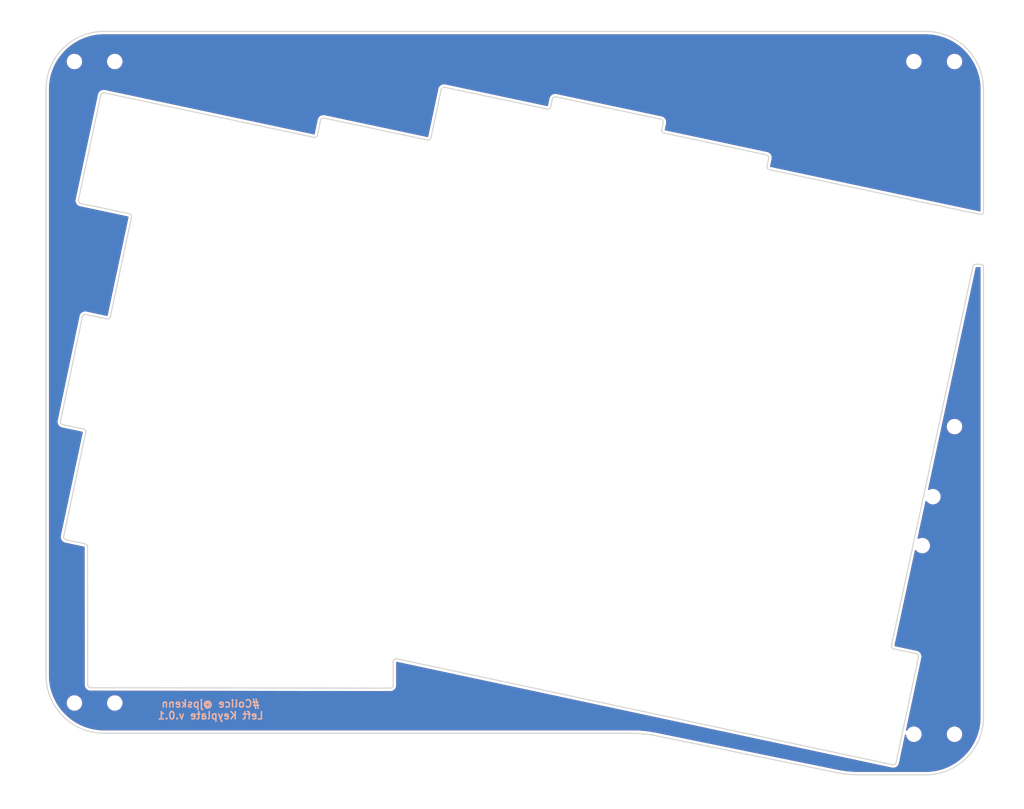
<source format=kicad_pcb>
(kicad_pcb (version 20171130) (host pcbnew "(5.1.5-0-10_14)")

  (general
    (thickness 1.6)
    (drawings 82)
    (tracks 0)
    (zones 0)
    (modules 11)
    (nets 1)
  )

  (page A4)
  (layers
    (0 F.Cu signal)
    (31 B.Cu signal)
    (32 B.Adhes user)
    (33 F.Adhes user)
    (34 B.Paste user)
    (35 F.Paste user)
    (36 B.SilkS user)
    (37 F.SilkS user)
    (38 B.Mask user)
    (39 F.Mask user)
    (40 Dwgs.User user)
    (41 Cmts.User user)
    (42 Eco1.User user)
    (43 Eco2.User user)
    (44 Edge.Cuts user)
    (45 Margin user)
    (46 B.CrtYd user)
    (47 F.CrtYd user)
    (48 B.Fab user)
    (49 F.Fab user)
  )

  (setup
    (last_trace_width 0.25)
    (trace_clearance 0.2)
    (zone_clearance 0.508)
    (zone_45_only no)
    (trace_min 0.2)
    (via_size 0.8)
    (via_drill 0.4)
    (via_min_size 0.4)
    (via_min_drill 0.3)
    (uvia_size 0.3)
    (uvia_drill 0.1)
    (uvias_allowed no)
    (uvia_min_size 0.2)
    (uvia_min_drill 0.1)
    (edge_width 0.05)
    (segment_width 0.2)
    (pcb_text_width 0.3)
    (pcb_text_size 1.5 1.5)
    (mod_edge_width 0.12)
    (mod_text_size 1 1)
    (mod_text_width 0.15)
    (pad_size 1.524 1.524)
    (pad_drill 0.762)
    (pad_to_mask_clearance 0.051)
    (solder_mask_min_width 0.25)
    (aux_axis_origin 0 0)
    (visible_elements FFFFFF7F)
    (pcbplotparams
      (layerselection 0x010fc_ffffffff)
      (usegerberextensions false)
      (usegerberattributes false)
      (usegerberadvancedattributes false)
      (creategerberjobfile false)
      (excludeedgelayer true)
      (linewidth 0.100000)
      (plotframeref false)
      (viasonmask false)
      (mode 1)
      (useauxorigin false)
      (hpglpennumber 1)
      (hpglpenspeed 20)
      (hpglpendiameter 15.000000)
      (psnegative false)
      (psa4output false)
      (plotreference true)
      (plotvalue true)
      (plotinvisibletext false)
      (padsonsilk false)
      (subtractmaskfromsilk false)
      (outputformat 1)
      (mirror false)
      (drillshape 0)
      (scaleselection 1)
      (outputdirectory "gerber/"))
  )

  (net 0 "")

  (net_class Default "これはデフォルトのネット クラスです。"
    (clearance 0.2)
    (trace_width 0.25)
    (via_dia 0.8)
    (via_drill 0.4)
    (uvia_dia 0.3)
    (uvia_drill 0.1)
  )

  (module SMK_SU120:M2_Hole (layer F.Cu) (tedit 5E0D8E1F) (tstamp 5E9B293D)
    (at 199.18172 94.02064)
    (descr "Resitance 3 pas")
    (tags R)
    (autoplace_cost180 10)
    (fp_text reference "" (at 0 1.651) (layer F.Fab) hide
      (effects (font (size 0.8128 0.8128) (thickness 0.15)))
    )
    (fp_text value "" (at 0 -1.4605) (layer F.Fab) hide
      (effects (font (size 0.5 0.5) (thickness 0.125)))
    )
    (pad "" np_thru_hole circle (at 0 0) (size 2.15 2.15) (drill 2.15) (layers *.Cu *.Mask))
    (model discret/resistor.wrl
      (at (xyz 0 0 0))
      (scale (xyz 0.3 0.3 0.3))
      (rotate (xyz 0 0 0))
    )
    (model Resistors_ThroughHole.3dshapes/Resistor_Horizontal_RM10mm.wrl
      (at (xyz 0 0 0))
      (scale (xyz 0.2 0.2 0.2))
      (rotate (xyz 0 0 0))
    )
  )

  (module SMK_SU120:M2_Hole (layer F.Cu) (tedit 5E0D8E1F) (tstamp 5E9B2928)
    (at 194.77736 108.31576)
    (descr "Resitance 3 pas")
    (tags R)
    (autoplace_cost180 10)
    (fp_text reference "" (at 0 1.651) (layer F.Fab) hide
      (effects (font (size 0.8128 0.8128) (thickness 0.15)))
    )
    (fp_text value "" (at 0 -1.4605) (layer F.Fab) hide
      (effects (font (size 0.5 0.5) (thickness 0.125)))
    )
    (pad "" np_thru_hole circle (at 0 0) (size 2.15 2.15) (drill 2.15) (layers *.Cu *.Mask))
    (model discret/resistor.wrl
      (at (xyz 0 0 0))
      (scale (xyz 0.3 0.3 0.3))
      (rotate (xyz 0 0 0))
    )
    (model Resistors_ThroughHole.3dshapes/Resistor_Horizontal_RM10mm.wrl
      (at (xyz 0 0 0))
      (scale (xyz 0.2 0.2 0.2))
      (rotate (xyz 0 0 0))
    )
  )

  (module SMK_SU120:M2_Hole (layer F.Cu) (tedit 5E0D8E1F) (tstamp 5E9B2913)
    (at 192.6082 118.30304)
    (descr "Resitance 3 pas")
    (tags R)
    (autoplace_cost180 10)
    (fp_text reference "" (at 0 1.651) (layer F.Fab) hide
      (effects (font (size 0.8128 0.8128) (thickness 0.15)))
    )
    (fp_text value "" (at 0 -1.4605) (layer F.Fab) hide
      (effects (font (size 0.5 0.5) (thickness 0.125)))
    )
    (pad "" np_thru_hole circle (at 0 0) (size 2.15 2.15) (drill 2.15) (layers *.Cu *.Mask))
    (model discret/resistor.wrl
      (at (xyz 0 0 0))
      (scale (xyz 0.3 0.3 0.3))
      (rotate (xyz 0 0 0))
    )
    (model Resistors_ThroughHole.3dshapes/Resistor_Horizontal_RM10mm.wrl
      (at (xyz 0 0 0))
      (scale (xyz 0.2 0.2 0.2))
      (rotate (xyz 0 0 0))
    )
  )

  (module SMK_SU120:M2_Hole (layer F.Cu) (tedit 5E0D8E1F) (tstamp 5E9B28FE)
    (at 199.18172 156.78912)
    (descr "Resitance 3 pas")
    (tags R)
    (autoplace_cost180 10)
    (fp_text reference "" (at 0 1.651) (layer F.Fab) hide
      (effects (font (size 0.8128 0.8128) (thickness 0.15)))
    )
    (fp_text value "" (at 0 -1.4605) (layer F.Fab) hide
      (effects (font (size 0.5 0.5) (thickness 0.125)))
    )
    (pad "" np_thru_hole circle (at 0 0) (size 2.15 2.15) (drill 2.15) (layers *.Cu *.Mask))
    (model discret/resistor.wrl
      (at (xyz 0 0 0))
      (scale (xyz 0.3 0.3 0.3))
      (rotate (xyz 0 0 0))
    )
    (model Resistors_ThroughHole.3dshapes/Resistor_Horizontal_RM10mm.wrl
      (at (xyz 0 0 0))
      (scale (xyz 0.2 0.2 0.2))
      (rotate (xyz 0 0 0))
    )
  )

  (module SMK_SU120:M2_Hole (layer F.Cu) (tedit 5E0D8E1F) (tstamp 5E9B28E9)
    (at 190.89624 156.78404)
    (descr "Resitance 3 pas")
    (tags R)
    (autoplace_cost180 10)
    (fp_text reference "" (at 0 1.651) (layer F.Fab) hide
      (effects (font (size 0.8128 0.8128) (thickness 0.15)))
    )
    (fp_text value "" (at 0 -1.4605) (layer F.Fab) hide
      (effects (font (size 0.5 0.5) (thickness 0.125)))
    )
    (pad "" np_thru_hole circle (at 0 0) (size 2.15 2.15) (drill 2.15) (layers *.Cu *.Mask))
    (model discret/resistor.wrl
      (at (xyz 0 0 0))
      (scale (xyz 0.3 0.3 0.3))
      (rotate (xyz 0 0 0))
    )
    (model Resistors_ThroughHole.3dshapes/Resistor_Horizontal_RM10mm.wrl
      (at (xyz 0 0 0))
      (scale (xyz 0.2 0.2 0.2))
      (rotate (xyz 0 0 0))
    )
  )

  (module SMK_SU120:M2_Hole (layer F.Cu) (tedit 5E0D8E1F) (tstamp 5E9B28D4)
    (at 27.85872 150.40864)
    (descr "Resitance 3 pas")
    (tags R)
    (autoplace_cost180 10)
    (fp_text reference "" (at 0 1.651) (layer F.Fab) hide
      (effects (font (size 0.8128 0.8128) (thickness 0.15)))
    )
    (fp_text value "" (at 0 -1.4605) (layer F.Fab) hide
      (effects (font (size 0.5 0.5) (thickness 0.125)))
    )
    (pad "" np_thru_hole circle (at 0 0) (size 2.15 2.15) (drill 2.15) (layers *.Cu *.Mask))
    (model discret/resistor.wrl
      (at (xyz 0 0 0))
      (scale (xyz 0.3 0.3 0.3))
      (rotate (xyz 0 0 0))
    )
    (model Resistors_ThroughHole.3dshapes/Resistor_Horizontal_RM10mm.wrl
      (at (xyz 0 0 0))
      (scale (xyz 0.2 0.2 0.2))
      (rotate (xyz 0 0 0))
    )
  )

  (module SMK_SU120:M2_Hole (layer F.Cu) (tedit 5E0D8E1F) (tstamp 5E9B28BF)
    (at 19.62912 150.40864)
    (descr "Resitance 3 pas")
    (tags R)
    (autoplace_cost180 10)
    (fp_text reference "" (at 0 1.651) (layer F.Fab) hide
      (effects (font (size 0.8128 0.8128) (thickness 0.15)))
    )
    (fp_text value "" (at 0 -1.4605) (layer F.Fab) hide
      (effects (font (size 0.5 0.5) (thickness 0.125)))
    )
    (pad "" np_thru_hole circle (at 0 0) (size 2.15 2.15) (drill 2.15) (layers *.Cu *.Mask))
    (model discret/resistor.wrl
      (at (xyz 0 0 0))
      (scale (xyz 0.3 0.3 0.3))
      (rotate (xyz 0 0 0))
    )
    (model Resistors_ThroughHole.3dshapes/Resistor_Horizontal_RM10mm.wrl
      (at (xyz 0 0 0))
      (scale (xyz 0.2 0.2 0.2))
      (rotate (xyz 0 0 0))
    )
  )

  (module SMK_SU120:M2_Hole (layer F.Cu) (tedit 5E0D8E1F) (tstamp 5E9B28AA)
    (at 19.62912 19.53768)
    (descr "Resitance 3 pas")
    (tags R)
    (autoplace_cost180 10)
    (fp_text reference "" (at 0 1.651) (layer F.Fab) hide
      (effects (font (size 0.8128 0.8128) (thickness 0.15)))
    )
    (fp_text value "" (at 0 -1.4605) (layer F.Fab) hide
      (effects (font (size 0.5 0.5) (thickness 0.125)))
    )
    (pad "" np_thru_hole circle (at 0 0) (size 2.15 2.15) (drill 2.15) (layers *.Cu *.Mask))
    (model discret/resistor.wrl
      (at (xyz 0 0 0))
      (scale (xyz 0.3 0.3 0.3))
      (rotate (xyz 0 0 0))
    )
    (model Resistors_ThroughHole.3dshapes/Resistor_Horizontal_RM10mm.wrl
      (at (xyz 0 0 0))
      (scale (xyz 0.2 0.2 0.2))
      (rotate (xyz 0 0 0))
    )
  )

  (module SMK_SU120:M2_Hole (layer F.Cu) (tedit 5E0D8E1F) (tstamp 5E9B2895)
    (at 27.85872 19.5326)
    (descr "Resitance 3 pas")
    (tags R)
    (autoplace_cost180 10)
    (fp_text reference "" (at 0 1.651) (layer F.Fab) hide
      (effects (font (size 0.8128 0.8128) (thickness 0.15)))
    )
    (fp_text value "" (at 0 -1.4605) (layer F.Fab) hide
      (effects (font (size 0.5 0.5) (thickness 0.125)))
    )
    (pad "" np_thru_hole circle (at 0 0) (size 2.15 2.15) (drill 2.15) (layers *.Cu *.Mask))
    (model discret/resistor.wrl
      (at (xyz 0 0 0))
      (scale (xyz 0.3 0.3 0.3))
      (rotate (xyz 0 0 0))
    )
    (model Resistors_ThroughHole.3dshapes/Resistor_Horizontal_RM10mm.wrl
      (at (xyz 0 0 0))
      (scale (xyz 0.2 0.2 0.2))
      (rotate (xyz 0 0 0))
    )
  )

  (module SMK_SU120:M2_Hole (layer F.Cu) (tedit 5E0D8E1F) (tstamp 5E9B2880)
    (at 190.89624 19.5326)
    (descr "Resitance 3 pas")
    (tags R)
    (autoplace_cost180 10)
    (fp_text reference "" (at 0 1.651) (layer F.Fab) hide
      (effects (font (size 0.8128 0.8128) (thickness 0.15)))
    )
    (fp_text value "" (at 0 -1.4605) (layer F.Fab) hide
      (effects (font (size 0.5 0.5) (thickness 0.125)))
    )
    (pad "" np_thru_hole circle (at 0 0) (size 2.15 2.15) (drill 2.15) (layers *.Cu *.Mask))
    (model discret/resistor.wrl
      (at (xyz 0 0 0))
      (scale (xyz 0.3 0.3 0.3))
      (rotate (xyz 0 0 0))
    )
    (model Resistors_ThroughHole.3dshapes/Resistor_Horizontal_RM10mm.wrl
      (at (xyz 0 0 0))
      (scale (xyz 0.2 0.2 0.2))
      (rotate (xyz 0 0 0))
    )
  )

  (module SMK_SU120:M2_Hole (layer F.Cu) (tedit 5E0D8E1F) (tstamp 5E9B1EF5)
    (at 199.1868 19.53768)
    (descr "Resitance 3 pas")
    (tags R)
    (autoplace_cost180 10)
    (fp_text reference "" (at 0 1.651) (layer F.Fab) hide
      (effects (font (size 0.8128 0.8128) (thickness 0.15)))
    )
    (fp_text value "" (at 0 -1.4605) (layer F.Fab) hide
      (effects (font (size 0.5 0.5) (thickness 0.125)))
    )
    (pad "" np_thru_hole circle (at 0 0) (size 2.15 2.15) (drill 2.15) (layers *.Cu *.Mask))
    (model discret/resistor.wrl
      (at (xyz 0 0 0))
      (scale (xyz 0.3 0.3 0.3))
      (rotate (xyz 0 0 0))
    )
    (model Resistors_ThroughHole.3dshapes/Resistor_Horizontal_RM10mm.wrl
      (at (xyz 0 0 0))
      (scale (xyz 0.2 0.2 0.2))
      (rotate (xyz 0 0 0))
    )
  )

  (gr_line (start 59.055 154.94) (end 35.56 154.94) (layer B.Mask) (width 0.15))
  (gr_text "#Colice @jpskenn\nLeft Keyplate v.0.1" (at 47.39132 151.765) (layer B.SilkS)
    (effects (font (size 1.5 1.5) (thickness 0.3)) (justify mirror))
  )
  (gr_curve (pts (xy 205.105 61.488627) (xy 205.105 68.052063) (xy 205.105 127.459194) (xy 205.105 153.234161)) (layer Edge.Cuts) (width 0.2))
  (gr_curve (pts (xy 138.181075 157.071266) (xy 136.622854 156.75323) (xy 135.036432 156.593116) (xy 133.446251 156.593116)) (layer Edge.Cuts) (width 0.2))
  (gr_curve (pts (xy 117.837405 26.757595) (xy 117.517802 26.689601) (xy 117.203212 26.893583) (xy 117.135218 27.213498)) (layer Edge.Cuts) (width 0.2))
  (gr_curve (pts (xy 139.301565 31.319758) (xy 136.140629 30.647967) (xy 120.998654 27.429386) (xy 117.837405 26.757595)) (layer Edge.Cuts) (width 0.2))
  (gr_curve (pts (xy 139.757783 32.021942) (xy 139.825777 31.70234) (xy 139.621482 31.387752) (xy 139.301565 31.319758)) (layer Edge.Cuts) (width 0.2))
  (gr_curve (pts (xy 201.636368 16.847424) (xy 203.857295 19.068345) (xy 205.105 22.080438) (xy 205.105 25.221312)) (layer Edge.Cuts) (width 0.2))
  (gr_curve (pts (xy 193.262456 13.378802) (xy 196.403339 13.378802) (xy 199.41544 14.626503) (xy 201.636368 16.847424)) (layer Edge.Cuts) (width 0.2))
  (gr_curve (pts (xy 25.670484 13.378802) (xy 59.947591 13.378802) (xy 158.985036 13.378802) (xy 193.262456 13.378802)) (layer Edge.Cuts) (width 0.2))
  (gr_curve (pts (xy 17.296572 16.847424) (xy 19.517187 14.626503) (xy 22.529601 13.378802) (xy 25.670484 13.378802)) (layer Edge.Cuts) (width 0.2))
  (gr_curve (pts (xy 13.82794 25.221312) (xy 13.82794 22.080438) (xy 15.075645 19.068345) (xy 17.296572 16.847424)) (layer Edge.Cuts) (width 0.2))
  (gr_curve (pts (xy 13.82794 144.750606) (xy 13.82794 117.805018) (xy 13.82794 52.1669) (xy 13.82794 25.221312)) (layer Edge.Cuts) (width 0.2))
  (gr_curve (pts (xy 25.670484 156.593116) (xy 19.129903 156.593116) (xy 13.82794 151.291168) (xy 13.82794 144.750606)) (layer Edge.Cuts) (width 0.2))
  (gr_curve (pts (xy 133.446251 156.593116) (xy 119.971538 156.593116) (xy 53.157281 156.593116) (xy 25.670484 156.593116)) (layer Edge.Cuts) (width 0.2))
  (gr_curve (pts (xy 204.513108 60.896423) (xy 204.839918 60.896423) (xy 205.105 61.161505) (xy 205.105 61.488627)) (layer Edge.Cuts) (width 0.2))
  (gr_curve (pts (xy 203.519519 60.896423) (xy 203.815621 60.896423) (xy 204.197892 60.896423) (xy 204.513108 60.896423)) (layer Edge.Cuts) (width 0.2))
  (gr_curve (pts (xy 202.940473 61.364233) (xy 202.999067 61.091317) (xy 203.240336 60.896423) (xy 203.519519 60.896423)) (layer Edge.Cuts) (width 0.2))
  (gr_curve (pts (xy 186.317045 138.68036) (xy 187.779072 131.880356) (xy 201.623208 67.491506) (xy 202.940473 61.364233)) (layer Edge.Cuts) (width 0.2))
  (gr_curve (pts (xy 186.399139 139.126863) (xy 186.313598 138.994949) (xy 186.284144 138.834208) (xy 186.317045 138.68036)) (layer Edge.Cuts) (width 0.2))
  (gr_curve (pts (xy 186.772949 139.384111) (xy 186.619101 139.351525) (xy 186.484679 139.258778) (xy 186.399139 139.126863)) (layer Edge.Cuts) (width 0.2))
  (gr_curve (pts (xy 191.366458 140.360464) (xy 190.264141 140.126089) (xy 187.876206 139.618486) (xy 186.772949 139.384111)) (layer Edge.Cuts) (width 0.2))
  (gr_curve (pts (xy 17.897551 117.106594) (xy 18.898034 117.319348) (xy 20.930646 117.751438) (xy 21.848722 117.946332)) (layer Edge.Cuts) (width 0.2))
  (gr_curve (pts (xy 17.524055 116.849972) (xy 17.609595 116.981573) (xy 17.743703 117.074007) (xy 17.897551 117.106594)) (layer Edge.Cuts) (width 0.2))
  (gr_curve (pts (xy 17.441334 116.404409) (xy 17.408746 116.557943) (xy 17.438514 116.718058) (xy 17.524055 116.849972)) (layer Edge.Cuts) (width 0.2))
  (gr_curve (pts (xy 21.946483 95.208525) (xy 21.280016 98.345012) (xy 18.108113 113.267922) (xy 17.441334 116.404409)) (layer Edge.Cuts) (width 0.2))
  (gr_curve (pts (xy 21.864075 94.762962) (xy 21.949616 94.894876) (xy 21.979383 95.054991) (xy 21.946483 95.208525)) (layer Edge.Cuts) (width 0.2))
  (gr_curve (pts (xy 21.490578 94.506341) (xy 21.644113 94.538927) (xy 21.778534 94.631361) (xy 21.864075 94.762962)) (layer Edge.Cuts) (width 0.2))
  (gr_curve (pts (xy 31.281083 51.293634) (xy 30.632164 54.34646) (xy 27.614422 68.544626) (xy 26.965503 71.597453)) (layer Edge.Cuts) (width 0.2))
  (gr_curve (pts (xy 30.825179 50.591136) (xy 31.144782 50.65913) (xy 31.349077 50.973719) (xy 31.281083 51.293634)) (layer Edge.Cuts) (width 0.2))
  (gr_curve (pts (xy 20.921246 48.486149) (xy 22.831031 48.891918) (xy 28.915394 50.185367) (xy 30.825179 50.591136)) (layer Edge.Cuts) (width 0.2))
  (gr_curve (pts (xy 20.465342 47.783965) (xy 20.397348 48.103567) (xy 20.601643 48.418155) (xy 20.921246 48.486149)) (layer Edge.Cuts) (width 0.2))
  (gr_curve (pts (xy 161.017648 41.347743) (xy 160.932421 41.216142) (xy 160.902654 41.055714) (xy 160.935241 40.90218)) (layer Edge.Cuts) (width 0.2))
  (gr_line (start 205.105 50.165) (end 205.105 50.165) (layer Edge.Cuts) (width 0.2))
  (gr_curve (pts (xy 205.105 25.221312) (xy 205.105 34.7583) (xy 205.105 47.06862) (xy 205.105 50.165)) (layer Edge.Cuts) (width 0.2))
  (gr_curve (pts (xy 25.014358 26.381906) (xy 24.343818 29.537506) (xy 21.135882 44.628364) (xy 20.465342 47.783965)) (layer Edge.Cuts) (width 0.2))
  (gr_curve (pts (xy 22.317786 118.525376) (xy 22.319979 121.967678) (xy 22.333139 142.900674) (xy 22.335646 146.699239)) (layer Edge.Cuts) (width 0.2))
  (gr_curve (pts (xy 21.848722 117.946332) (xy 22.121951 118.004613) (xy 22.317473 118.245881) (xy 22.317786 118.525376)) (layer Edge.Cuts) (width 0.2))
  (gr_curve (pts (xy 116.799949 28.790515) (xy 116.731955 29.11043) (xy 116.417678 29.314725) (xy 116.097762 29.246731)) (layer Edge.Cuts) (width 0.2))
  (gr_curve (pts (xy 117.135218 27.213498) (xy 117.036517 27.677861) (xy 116.898649 28.326152) (xy 116.799949 28.790515)) (layer Edge.Cuts) (width 0.2))
  (gr_curve (pts (xy 17.254898 93.606128) (xy 18.290475 93.82609) (xy 20.453435 94.285752) (xy 21.490578 94.506341)) (layer Edge.Cuts) (width 0.2))
  (gr_curve (pts (xy 16.798368 92.90551) (xy 16.731314 93.224799) (xy 16.935609 93.538134) (xy 17.254898 93.606128)) (layer Edge.Cuts) (width 0.2))
  (gr_curve (pts (xy 21.255889 71.596512) (xy 20.596317 74.748666) (xy 17.455747 89.762757) (xy 16.798368 92.90551)) (layer Edge.Cuts) (width 0.2))
  (gr_curve (pts (xy 21.512198 71.221451) (xy 21.380284 71.307304) (xy 21.288163 71.442352) (xy 21.255889 71.596512)) (layer Edge.Cuts) (width 0.2))
  (gr_curve (pts (xy 21.958389 71.138416) (xy 21.804541 71.10583) (xy 21.644113 71.135596) (xy 21.512198 71.221451)) (layer Edge.Cuts) (width 0.2))
  (gr_curve (pts (xy 26.263003 72.053355) (xy 25.21364 71.83026) (xy 23.009319 71.361824) (xy 21.958389 71.138416)) (layer Edge.Cuts) (width 0.2))
  (gr_curve (pts (xy 26.965503 71.597453) (xy 26.897509 71.917054) (xy 26.582919 72.121349) (xy 26.263003 72.053355)) (layer Edge.Cuts) (width 0.2))
  (gr_curve (pts (xy 160.822753 38.583185) (xy 157.713204 37.922361) (xy 143.022747 34.79966) (xy 139.913198 34.138836)) (layer Edge.Cuts) (width 0.2))
  (gr_curve (pts (xy 161.278971 39.285683) (xy 161.346965 38.965767) (xy 161.142669 38.651179) (xy 160.822753 38.583185)) (layer Edge.Cuts) (width 0.2))
  (gr_curve (pts (xy 84.671388 146.784153) (xy 84.671388 145.654892) (xy 84.671388 143.198656) (xy 84.671388 141.969128)) (layer Edge.Cuts) (width 0.2))
  (gr_curve (pts (xy 84.4978 147.203082) (xy 84.609035 147.092161) (xy 84.671388 146.941447) (xy 84.671388 146.784153)) (layer Edge.Cuts) (width 0.2))
  (gr_curve (pts (xy 84.078556 147.376356) (xy 84.235538 147.37667) (xy 84.386566 147.314316) (xy 84.4978 147.203082)) (layer Edge.Cuts) (width 0.2))
  (gr_curve (pts (xy 22.926912 147.290816) (xy 28.890641 147.299276) (xy 78.105114 147.367896) (xy 84.078556 147.376356)) (layer Edge.Cuts) (width 0.2))
  (gr_curve (pts (xy 22.335646 146.699239) (xy 22.33596 147.025734) (xy 22.600415 147.290503) (xy 22.926912 147.290816)) (layer Edge.Cuts) (width 0.2))
  (gr_curve (pts (xy 94.461893 25.253272) (xy 94.057376 27.156471) (xy 92.771444 33.20635) (xy 92.366927 35.109862)) (layer Edge.Cuts) (width 0.2))
  (gr_curve (pts (xy 95.164393 24.797056) (xy 94.844477 24.729062) (xy 94.529887 24.933357) (xy 94.461893 25.253272)) (layer Edge.Cuts) (width 0.2))
  (gr_curve (pts (xy 116.097762 29.246731) (xy 112.985706 28.58528) (xy 98.276136 25.458507) (xy 95.164393 24.797056)) (layer Edge.Cuts) (width 0.2))
  (gr_curve (pts (xy 85.387362 141.390084) (xy 94.058316 143.242523) (xy 178.7224 161.331687) (xy 186.552673 163.004584)) (layer Edge.Cuts) (width 0.2))
  (gr_curve (pts (xy 84.891037 141.508838) (xy 85.030158 141.396351) (xy 85.21252 141.352797) (xy 85.387362 141.390084)) (layer Edge.Cuts) (width 0.2))
  (gr_curve (pts (xy 84.671388 141.969128) (xy 84.671388 141.790214) (xy 84.752229 141.621012) (xy 84.891037 141.508838)) (layer Edge.Cuts) (width 0.2))
  (gr_curve (pts (xy 68.505117 35.020875) (xy 63.701359 33.999715) (xy 30.520303 26.947163) (xy 25.716544 25.926003)) (layer Edge.Cuts) (width 0.2))
  (gr_curve (pts (xy 69.207304 34.564659) (xy 69.13931 34.884574) (xy 68.82472 35.088869) (xy 68.505117 35.020875)) (layer Edge.Cuts) (width 0.2))
  (gr_curve (pts (xy 191.822676 141.062649) (xy 191.89067 140.743047) (xy 191.686375 140.428458) (xy 191.366458 140.360464)) (layer Edge.Cuts) (width 0.2))
  (gr_curve (pts (xy 186.998551 162.92249) (xy 187.130465 162.83695) (xy 187.2229 162.702529) (xy 187.255487 162.548681)) (layer Edge.Cuts) (width 0.2))
  (gr_curve (pts (xy 186.552673 163.004584) (xy 186.706208 163.037485) (xy 186.866636 163.008031) (xy 186.998551 162.92249)) (layer Edge.Cuts) (width 0.2))
  (gr_curve (pts (xy 204.389967 50.744044) (xy 199.103984 49.620736) (xy 166.17485 42.621451) (xy 161.391145 41.604678)) (layer Edge.Cuts) (width 0.2))
  (gr_curve (pts (xy 25.716544 25.926003) (xy 25.396941 25.858009) (xy 25.082352 26.062304) (xy 25.014358 26.381906)) (layer Edge.Cuts) (width 0.2))
  (gr_curve (pts (xy 204.885665 50.62529) (xy 204.746857 50.737464) (xy 204.564495 50.781331) (xy 204.389967 50.744044)) (layer Edge.Cuts) (width 0.2))
  (gr_curve (pts (xy 69.851523 31.534706) (xy 69.681382 32.333711) (xy 69.377132 33.765654) (xy 69.207304 34.564659)) (layer Edge.Cuts) (width 0.2))
  (gr_curve (pts (xy 70.55371 31.07849) (xy 70.233794 31.010496) (xy 69.919517 31.214791) (xy 69.851523 31.534706)) (layer Edge.Cuts) (width 0.2))
  (gr_curve (pts (xy 91.664427 35.565765) (xy 88.536078 34.900868) (xy 73.682059 31.743701) (xy 70.55371 31.07849)) (layer Edge.Cuts) (width 0.2))
  (gr_curve (pts (xy 92.366927 35.109862) (xy 92.298933 35.429778) (xy 91.984343 35.633759) (xy 91.664427 35.565765)) (layer Edge.Cuts) (width 0.2))
  (gr_curve (pts (xy 205.105 153.234161) (xy 205.105 159.774723) (xy 199.803037 165.076671) (xy 193.262456 165.076671)) (layer Edge.Cuts) (width 0.2))
  (gr_curve (pts (xy 193.262456 165.076671) (xy 188.224322 165.076671) (xy 182.825225 165.076671) (xy 179.810617 165.076671)) (layer Edge.Cuts) (width 0.2))
  (gr_curve (pts (xy 175.07548 164.598521) (xy 167.773491 163.108925) (xy 145.483063 158.561176) (xy 138.181075 157.071266)) (layer Edge.Cuts) (width 0.2))
  (gr_curve (pts (xy 179.810617 165.076671) (xy 178.220122 165.076671) (xy 176.634014 164.916557) (xy 175.07548 164.598521)) (layer Edge.Cuts) (width 0.2))
  (gr_curve (pts (xy 187.255487 162.548681) (xy 187.92822 159.384308) (xy 191.150256 144.225769) (xy 191.822676 141.062649)) (layer Edge.Cuts) (width 0.2))
  (gr_curve (pts (xy 139.913198 34.138836) (xy 139.593281 34.070842) (xy 139.388986 33.756254) (xy 139.45698 33.436338)) (layer Edge.Cuts) (width 0.2))
  (gr_curve (pts (xy 139.45698 33.436338) (xy 139.546908 33.014276) (xy 139.667855 32.444319) (xy 139.757783 32.021942)) (layer Edge.Cuts) (width 0.2))
  (gr_curve (pts (xy 160.935241 40.90218) (xy 161.036135 40.42779) (xy 161.178076 39.759759) (xy 161.278971 39.285683)) (layer Edge.Cuts) (width 0.2))
  (gr_curve (pts (xy 161.391145 41.604678) (xy 161.23761 41.571778) (xy 161.103189 41.479657) (xy 161.017648 41.347743)) (layer Edge.Cuts) (width 0.2))
  (gr_curve (pts (xy 205.105 50.165) (xy 205.105 50.343601) (xy 205.024473 50.512802) (xy 204.885665 50.62529)) (layer Edge.Cuts) (width 0.2))

  (zone (net 0) (net_name "") (layer B.Cu) (tstamp 5E9B2A19) (hatch edge 0.508)
    (connect_pads (clearance 0.508))
    (min_thickness 0.254)
    (fill yes (arc_segments 32) (thermal_gap 0.508) (thermal_bridge_width 0.508))
    (polygon
      (pts
        (xy 210.185 172.085) (xy 5.08 168.275) (xy 5.08 6.985) (xy 213.36 6.985)
      )
    )
    (filled_polygon
      (pts
        (xy 193.458757 14.115559) (xy 193.648107 14.120512) (xy 193.828312 14.128231) (xy 194.007986 14.138848) (xy 194.200821 14.1535)
        (xy 194.375257 14.169667) (xy 194.54519 14.188091) (xy 194.714785 14.209128) (xy 194.879562 14.232114) (xy 195.043772 14.257533)
        (xy 195.20754 14.2854) (xy 195.370764 14.315692) (xy 195.528975 14.347475) (xy 195.695387 14.383498) (xy 195.852417 14.41995)
        (xy 196.009021 14.458709) (xy 196.160453 14.498501) (xy 196.332544 14.546508) (xy 196.490046 14.593072) (xy 196.636527 14.638666)
        (xy 196.781558 14.686008) (xy 196.921706 14.73387) (xy 197.065378 14.785112) (xy 197.208156 14.838255) (xy 197.3494 14.893039)
        (xy 197.483787 14.947234) (xy 197.616526 15.00278) (xy 197.74859 15.060065) (xy 197.878859 15.118578) (xy 198.010424 15.179739)
        (xy 198.140188 15.242125) (xy 198.269192 15.306218) (xy 198.393474 15.369955) (xy 198.517071 15.435319) (xy 198.647507 15.506481)
        (xy 198.769279 15.574982) (xy 198.894215 15.647382) (xy 199.014373 15.719082) (xy 199.13379 15.792399) (xy 199.252322 15.867246)
        (xy 199.366376 15.941267) (xy 199.480538 16.017369) (xy 199.592868 16.094263) (xy 199.703504 16.172002) (xy 199.813918 16.251617)
        (xy 199.930693 16.338089) (xy 200.039247 16.420624) (xy 200.147026 16.504684) (xy 200.251226 16.588014) (xy 200.362163 16.679018)
        (xy 200.466977 16.767237) (xy 200.568378 16.854718) (xy 200.66787 16.942658) (xy 200.772288 17.037271) (xy 200.8707 17.128684)
        (xy 200.967384 17.220685) (xy 201.063757 17.314624) (xy 201.115652 17.366167) (xy 201.230477 17.482676) (xy 201.322639 17.578703)
        (xy 201.413649 17.675839) (xy 201.512262 17.783776) (xy 201.612262 17.89621) (xy 201.701288 17.998938) (xy 201.787624 18.101042)
        (xy 201.87479 18.206716) (xy 201.960552 18.313338) (xy 202.044914 18.420907) (xy 202.127888 18.529431) (xy 202.209375 18.638766)
        (xy 202.291445 18.751794) (xy 202.370074 18.862961) (xy 202.447924 18.975954) (xy 202.523766 19.088981) (xy 202.600452 19.206402)
        (xy 202.677912 19.328395) (xy 202.751473 19.447595) (xy 202.823522 19.567711) (xy 202.895573 19.691382) (xy 202.96706 19.817826)
        (xy 203.036435 19.944352) (xy 203.101487 20.066665) (xy 203.166119 20.191965) (xy 203.23049 20.320789) (xy 203.293024 20.450102)
        (xy 203.361355 20.596492) (xy 203.420323 20.727483) (xy 203.477663 20.859397) (xy 203.534987 20.996159) (xy 203.589214 21.130482)
        (xy 203.644053 21.271717) (xy 203.695794 21.410483) (xy 203.745715 21.550031) (xy 203.79372 21.690083) (xy 203.842531 21.839124)
        (xy 203.890196 21.991995) (xy 203.933811 22.139165) (xy 203.976293 22.290222) (xy 204.016596 22.44172) (xy 204.057901 22.606711)
        (xy 204.094717 22.763659) (xy 204.129044 22.92017) (xy 204.163059 23.087099) (xy 204.193136 23.246889) (xy 204.221424 23.410478)
        (xy 204.247945 23.579012) (xy 204.27128 23.743545) (xy 204.292709 23.913086) (xy 204.311524 24.082933) (xy 204.328115 24.257556)
        (xy 204.342279 24.4371) (xy 204.353527 24.6168) (xy 204.361875 24.797037) (xy 204.367399 24.982095) (xy 204.36987 25.169526)
        (xy 204.37 25.222317) (xy 204.37 49.988387) (xy 204.202243 49.952735) (xy 204.202214 49.952729) (xy 203.801642 49.8676)
        (xy 203.801643 49.8676) (xy 203.438134 49.790345) (xy 203.438128 49.790344) (xy 203.038599 49.705432) (xy 203.038595 49.705432)
        (xy 202.604348 49.613139) (xy 202.604319 49.613133) (xy 202.136565 49.513719) (xy 202.136557 49.513718) (xy 201.636649 49.407469)
        (xy 201.63662 49.407463) (xy 201.105846 49.294654) (xy 201.10576 49.294635) (xy 200.545258 49.175505) (xy 200.545256 49.175505)
        (xy 199.655031 48.986295) (xy 199.655023 48.986294) (xy 198.371545 48.713499) (xy 198.371516 48.713493) (xy 196.992427 48.420374)
        (xy 195.528039 48.109124) (xy 195.527981 48.109111) (xy 193.98839 47.781874) (xy 192.383874 47.440836) (xy 192.383864 47.440835)
        (xy 190.724645 47.088168) (xy 190.724637 47.088167) (xy 189.449343 46.817103) (xy 189.449314 46.817097) (xy 188.588241 46.634075)
        (xy 187.282943 46.356633) (xy 187.282914 46.356627) (xy 184.635093 45.793829) (xy 184.635064 45.793823) (xy 181.075971 45.037329)
        (xy 181.075942 45.037323) (xy 177.563594 44.290764) (xy 177.563565 44.290758) (xy 172.530037 43.220865) (xy 166.766425 41.995788)
        (xy 164.045333 41.41741) (xy 163.364035 41.272597) (xy 163.364006 41.272591) (xy 163.051015 41.206063) (xy 163.051011 41.206063)
        (xy 162.8527 41.163912) (xy 162.852593 41.163888) (xy 162.390211 41.065609) (xy 161.781933 40.93632) (xy 161.683847 40.915472)
        (xy 161.704126 40.820104) (xy 161.704126 40.820101) (xy 161.704131 40.82008) (xy 161.75822 40.565665) (xy 161.758223 40.565652)
        (xy 161.814656 40.30019) (xy 161.814657 40.300181) (xy 161.882649 39.980368) (xy 161.926671 39.773352) (xy 161.963422 39.600564)
        (xy 161.997874 39.438663) (xy 162.003945 39.384654) (xy 162.012571 39.331014) (xy 162.013133 39.320767) (xy 162.022278 39.129399)
        (xy 162.020552 39.094898) (xy 162.022333 39.060402) (xy 162.016977 39.02344) (xy 162.015111 38.986132) (xy 162.006716 38.952622)
        (xy 162.001763 38.918438) (xy 161.999238 38.908491) (xy 161.957601 38.749152) (xy 161.95074 38.730549) (xy 161.946576 38.711172)
        (xy 161.925973 38.663397) (xy 161.907964 38.614567) (xy 161.897621 38.597652) (xy 161.889772 38.579451) (xy 161.884746 38.570504)
        (xy 161.811978 38.443072) (xy 161.804573 38.432624) (xy 161.798937 38.421129) (xy 161.763167 38.374204) (xy 161.72903 38.32604)
        (xy 161.719735 38.317228) (xy 161.711975 38.307048) (xy 161.704935 38.299581) (xy 161.605963 38.196078) (xy 161.596011 38.187524)
        (xy 161.587553 38.177499) (xy 161.541714 38.140849) (xy 161.497183 38.10257) (xy 161.48576 38.096112) (xy 161.475514 38.08792)
        (xy 161.466873 38.082385) (xy 161.3438 38.004752) (xy 161.333973 37.999822) (xy 161.3251 37.993343) (xy 161.26995 37.967701)
        (xy 161.215585 37.940426) (xy 161.204994 37.9375) (xy 161.195025 37.932865) (xy 161.185318 37.929535) (xy 161.056404 37.886312)
        (xy 161.020508 37.878067) (xy 160.985569 37.866446) (xy 160.975546 37.864242) (xy 160.738822 37.813932) (xy 160.738793 37.813926)
        (xy 160.466874 37.756136) (xy 160.466875 37.756136) (xy 160.048128 37.667138) (xy 160.048129 37.667138) (xy 159.694602 37.591999)
        (xy 159.694573 37.591993) (xy 159.443083 37.538541) (xy 159.443054 37.538535) (xy 159.04317 37.453542) (xy 159.043112 37.453529)
        (xy 158.465321 37.33072) (xy 157.521234 37.130055) (xy 157.521228 37.130054) (xy 156.481816 36.909125) (xy 156.481729 36.909106)
        (xy 155.751259 36.75384) (xy 155.751257 36.75384) (xy 154.993251 36.592722) (xy 154.993222 36.592716) (xy 154.21186 36.426633)
        (xy 153.006949 36.170522) (xy 151.355194 35.81943) (xy 151.355165 35.819424) (xy 149.686413 35.464718) (xy 148.034626 35.113618)
        (xy 146.829821 34.857528) (xy 146.829714 34.857504) (xy 146.048352 34.691421) (xy 146.04835 34.691421) (xy 145.290315 34.530297)
        (xy 144.559845 34.375033) (xy 144.559843 34.375033) (xy 143.861182 34.226531) (xy 143.86118 34.226531) (xy 143.198568 34.085692)
        (xy 142.576292 33.953427) (xy 142.576243 33.953416) (xy 141.998452 33.830609) (xy 141.998448 33.830609) (xy 141.469538 33.718191)
        (xy 141.469431 33.718168) (xy 141.108979 33.641557) (xy 141.108975 33.641557) (xy 140.885039 33.593961) (xy 140.885019 33.593957)
        (xy 140.574667 33.527997) (xy 140.574666 33.527997) (xy 140.574662 33.527996) (xy 140.302776 33.470213) (xy 140.302735 33.470204)
        (xy 140.205639 33.44957) (xy 140.213189 33.414109) (xy 140.21319 33.414097) (xy 140.213217 33.413976) (xy 140.252953 33.227187)
        (xy 140.252954 33.227175) (xy 140.25297 33.227104) (xy 140.296702 33.02141) (xy 140.296712 33.021365) (xy 140.346089 32.789045)
        (xy 140.394876 32.559519) (xy 140.430219 32.393289) (xy 140.470317 32.204829) (xy 140.47666 32.175047) (xy 140.482761 32.120853)
        (xy 140.491399 32.06702) (xy 140.491957 32.056773) (xy 140.50105 31.865109) (xy 140.499302 31.830406) (xy 140.501062 31.79571)
        (xy 140.495702 31.758949) (xy 140.493833 31.721844) (xy 140.485379 31.688146) (xy 140.480366 31.653764) (xy 140.477832 31.64382)
        (xy 140.436075 31.484602) (xy 140.429148 31.465871) (xy 140.42493 31.446365) (xy 140.404323 31.398747) (xy 140.386318 31.350062)
        (xy 140.375887 31.333038) (xy 140.367959 31.314717) (xy 140.362921 31.305776) (xy 140.289792 31.17809) (xy 140.282464 31.16778)
        (xy 140.276885 31.156424) (xy 140.240968 31.10939) (xy 140.206694 31.061164) (xy 140.197503 31.052472) (xy 140.189824 31.042417)
        (xy 140.182778 31.034957) (xy 140.08434 30.932187) (xy 140.074605 30.923834) (xy 140.066341 30.91404) (xy 140.020272 30.87721)
        (xy 139.975479 30.838773) (xy 139.96431 30.832471) (xy 139.954298 30.824467) (xy 139.945656 30.818932) (xy 139.822583 30.741307)
        (xy 139.812772 30.736385) (xy 139.803912 30.729916) (xy 139.748762 30.704274) (xy 139.694366 30.676986) (xy 139.683786 30.674064)
        (xy 139.673837 30.669438) (xy 139.66413 30.666108) (xy 139.535216 30.622885) (xy 139.499324 30.614641) (xy 139.46439 30.603021)
        (xy 139.454367 30.600817) (xy 138.936001 30.490645) (xy 138.936 30.490645) (xy 138.508038 30.399684) (xy 138.50803 30.399683)
        (xy 138.020931 30.296153) (xy 138.020844 30.296134) (xy 137.194616 30.120522) (xy 137.19461 30.120521) (xy 135.917478 29.849066)
        (xy 134.482383 29.544034) (xy 132.924432 29.212888) (xy 130.438354 28.684465) (xy 130.438325 28.684459) (xy 127.864458 28.137374)
        (xy 127.864456 28.137374) (xy 126.166089 27.776382) (xy 124.927412 27.513099) (xy 124.92741 27.513099) (xy 124.1244 27.342419)
        (xy 124.124293 27.342395) (xy 123.345307 27.176822) (xy 123.345303 27.176822) (xy 122.594838 27.017312) (xy 122.594836 27.017312)
        (xy 121.877276 26.864796) (xy 121.877274 26.864796) (xy 121.197005 26.720207) (xy 121.197001 26.720207) (xy 120.55849 26.584495)
        (xy 120.558412 26.584478) (xy 119.965891 26.458543) (xy 119.965887 26.458543) (xy 119.42387 26.343344) (xy 119.423821 26.343333)
        (xy 118.936645 26.239792) (xy 118.936596 26.239781) (xy 118.611764 26.170745) (xy 118.611762 26.170745) (xy 118.413398 26.128587)
        (xy 118.413397 26.128587) (xy 118.413393 26.128586) (xy 118.231252 26.089878) (xy 118.231203 26.089867) (xy 118.027602 26.046599)
        (xy 118.027577 26.046594) (xy 117.990166 26.038645) (xy 117.936422 26.032621) (xy 117.883058 26.024015) (xy 117.872811 26.023448)
        (xy 117.681821 26.014237) (xy 117.646909 26.015968) (xy 117.612019 26.01419) (xy 117.575461 26.019512) (xy 117.538551 26.021342)
        (xy 117.504648 26.029819) (xy 117.470069 26.034853) (xy 117.460123 26.037384) (xy 117.29941 26.079493) (xy 117.280235 26.086579)
        (xy 117.260271 26.090918) (xy 117.21311 26.111386) (xy 117.164858 26.129218) (xy 117.147426 26.139893) (xy 117.128682 26.148028)
        (xy 117.119747 26.153075) (xy 116.992171 26.226319) (xy 116.981838 26.233679) (xy 116.970461 26.239285) (xy 116.923517 26.275219)
        (xy 116.875332 26.309539) (xy 116.866622 26.31877) (xy 116.856554 26.326476) (xy 116.849101 26.333531) (xy 116.746476 26.432056)
        (xy 116.738087 26.441855) (xy 116.72824 26.450187) (xy 116.691507 26.496262) (xy 116.653186 26.541024) (xy 116.64686 26.552266)
        (xy 116.638819 26.562352) (xy 116.633295 26.571) (xy 116.555847 26.694163) (xy 116.551037 26.703784) (xy 116.544704 26.712471)
        (xy 116.51901 26.767842) (xy 116.4917 26.822468) (xy 116.488851 26.832839) (xy 116.484325 26.842592) (xy 116.481002 26.852301)
        (xy 116.438169 26.980374) (xy 116.430018 27.015983) (xy 116.418488 27.050642) (xy 116.416283 27.060665) (xy 116.357243 27.338392)
        (xy 116.357242 27.338399) (xy 116.314738 27.538325) (xy 116.314728 27.538371) (xy 116.27083 27.744838) (xy 116.27083 27.744839)
        (xy 116.22648 27.953432) (xy 116.226474 27.953461) (xy 116.182583 28.159897) (xy 116.182574 28.159937) (xy 116.129824 28.408052)
        (xy 116.129823 28.40806) (xy 116.12982 28.408074) (xy 116.110692 28.49806) (xy 115.741564 28.419602) (xy 115.741448 28.419577)
        (xy 115.32228 28.33048) (xy 115.322278 28.33048) (xy 114.845773 28.229196) (xy 114.845767 28.229195) (xy 114.038674 28.05764)
        (xy 114.038645 28.057634) (xy 112.792642 27.792784) (xy 112.792584 27.792771) (xy 111.393626 27.495406) (xy 109.875781 27.172768)
        (xy 109.875752 27.172762) (xy 108.272937 26.832063) (xy 106.61919 26.480535) (xy 106.619161 26.480529) (xy 104.113018 25.94781)
        (xy 100.907418 25.266408) (xy 98.109563 24.671677) (xy 95.991274 24.2214) (xy 95.991272 24.2214) (xy 95.317214 24.078119)
        (xy 95.263453 24.072088) (xy 95.21004 24.063475) (xy 95.199793 24.062909) (xy 95.008874 24.053703) (xy 94.973935 24.055436)
        (xy 94.93901 24.053659) (xy 94.902481 24.05898) (xy 94.865604 24.060809) (xy 94.831668 24.069295) (xy 94.797061 24.074336)
        (xy 94.787116 24.076868) (xy 94.626094 24.119074) (xy 94.606858 24.126185) (xy 94.586822 24.130545) (xy 94.539724 24.151001)
        (xy 94.491546 24.168811) (xy 94.474056 24.179524) (xy 94.45525 24.187692) (xy 94.446316 24.192742) (xy 94.318695 24.26606)
        (xy 94.308374 24.273416) (xy 94.297012 24.279018) (xy 94.25006 24.314976) (xy 94.20188 24.349313) (xy 94.193185 24.358532)
        (xy 94.183126 24.366236) (xy 94.175675 24.373293) (xy 94.073027 24.471889) (xy 94.064664 24.481662) (xy 94.054851 24.489968)
        (xy 94.018113 24.536063) (xy 93.979764 24.58088) (xy 93.973457 24.592094) (xy 93.965446 24.602146) (xy 93.959923 24.610795)
        (xy 93.882467 24.734009) (xy 93.877678 24.743592) (xy 93.871367 24.752249) (xy 93.845658 24.807659) (xy 93.818338 24.862323)
        (xy 93.8155 24.872658) (xy 93.810993 24.882372) (xy 93.80767 24.892082) (xy 93.764836 25.02017) (xy 93.756687 25.05578)
        (xy 93.745157 25.090439) (xy 93.742954 25.100462) (xy 93.66022 25.489705) (xy 93.66022 25.489706) (xy 93.436222 26.543563)
        (xy 93.160579 27.840397) (xy 93.160579 27.840398) (xy 92.853949 29.283022) (xy 92.616228 30.401446) (xy 92.616228 30.401448)
        (xy 92.45904 31.140993) (xy 92.45904 31.140994) (xy 92.305725 31.86232) (xy 92.305725 31.862322) (xy 92.158888 32.553177)
        (xy 92.158865 32.553284) (xy 92.054853 33.042656) (xy 92.054852 33.042662) (xy 92.005059 33.276932) (xy 92.005044 33.277002)
        (xy 91.894841 33.79552) (xy 91.809876 34.195291) (xy 91.809872 34.195311) (xy 91.757908 34.439818) (xy 91.757908 34.439819)
        (xy 91.710314 34.663763) (xy 91.710299 34.663833) (xy 91.677712 34.817171) (xy 91.501048 34.779622) (xy 90.656867 34.600197)
        (xy 90.656838 34.600191) (xy 89.589396 34.373313) (xy 89.589338 34.3733) (xy 88.332898 34.106249) (xy 87.283276 33.883156)
        (xy 87.283218 33.883143) (xy 86.545528 33.726348) (xy 86.545499 33.726342) (xy 85.390613 33.480872) (xy 85.390605 33.480871)
        (xy 83.773473 33.137149) (xy 82.104862 32.782484) (xy 82.104804 32.782471) (xy 80.418988 32.424143) (xy 80.418959 32.424137)
        (xy 79.165338 32.157672) (xy 79.165309 32.157666) (xy 78.341738 31.98261) (xy 78.341709 31.982604) (xy 77.533199 31.810748)
        (xy 77.533141 31.810735) (xy 76.743893 31.642971) (xy 75.978263 31.480227) (xy 75.978257 31.480226) (xy 75.240577 31.323421)
        (xy 75.240548 31.323415) (xy 74.709265 31.210482) (xy 74.709264 31.210482) (xy 74.365368 31.137379) (xy 74.365366 31.137379)
        (xy 73.866082 31.031246) (xy 73.866024 31.031233) (xy 73.392175 30.930505) (xy 73.392171 30.930505) (xy 73.089176 30.866094)
        (xy 73.08907 30.866071) (xy 72.797504 30.804091) (xy 72.7975 30.804091) (xy 72.518019 30.744678) (xy 72.518015 30.744678)
        (xy 72.12093 30.660263) (xy 72.120931 30.660263) (xy 71.816526 30.595549) (xy 71.816525 30.595549) (xy 71.531669 30.534989)
        (xy 71.531583 30.53497) (xy 71.320532 30.4901) (xy 71.320526 30.490099) (xy 71.124835 30.448494) (xy 71.124789 30.448484)
        (xy 70.944899 30.410235) (xy 70.94487 30.410229) (xy 70.706571 30.359561) (xy 70.65277 30.353523) (xy 70.599363 30.34491)
        (xy 70.589116 30.344343) (xy 70.39823 30.335137) (xy 70.363522 30.336858) (xy 70.328835 30.335071) (xy 70.292074 30.340401)
        (xy 70.25496 30.342242) (xy 70.221251 30.350671) (xy 70.186872 30.355656) (xy 70.176926 30.358181) (xy 70.016794 30.400043)
        (xy 69.997757 30.407067) (xy 69.977936 30.411354) (xy 69.930617 30.431837) (xy 69.882214 30.449694) (xy 69.864904 30.460281)
        (xy 69.846293 30.468337) (xy 69.837352 30.473375) (xy 69.709693 30.546503) (xy 69.699106 30.554028) (xy 69.687462 30.559764)
        (xy 69.64074 30.595516) (xy 69.592774 30.629611) (xy 69.583854 30.639045) (xy 69.573541 30.646937) (xy 69.566088 30.653991)
        (xy 69.462802 30.753121) (xy 69.454131 30.763247) (xy 69.44397 30.771862) (xy 69.407554 30.817635) (xy 69.369496 30.862075)
        (xy 69.36296 30.873686) (xy 69.354662 30.884116) (xy 69.349147 30.892771) (xy 69.271449 31.016608) (xy 69.266695 31.026141)
        (xy 69.260428 31.034751) (xy 69.234731 31.090236) (xy 69.207432 31.144978) (xy 69.20462 31.155253) (xy 69.200145 31.164916)
        (xy 69.196829 31.174628) (xy 69.154303 31.302093) (xy 69.146264 31.337335) (xy 69.134841 31.371635) (xy 69.132634 31.381657)
        (xy 69.090455 31.579777) (xy 69.090454 31.579785) (xy 69.09044 31.579849) (xy 69.04887 31.775204) (xy 69.048861 31.775245)
        (xy 69.009569 31.959948) (xy 69.009557 31.960003) (xy 68.973681 32.128684) (xy 68.973679 32.128695) (xy 68.936653 32.302796)
        (xy 68.936643 32.302843) (xy 68.887829 32.532431) (xy 68.887827 32.532443) (xy 68.843682 32.740088) (xy 68.843677 32.740111)
        (xy 68.799259 32.949072) (xy 68.799242 32.94915) (xy 68.743867 33.20966) (xy 68.743866 33.209665) (xy 68.743864 33.209676)
        (xy 68.700199 33.415119) (xy 68.700198 33.415124) (xy 68.65752 33.61593) (xy 68.657519 33.615936) (xy 68.59597 33.905546)
        (xy 68.595968 33.905554) (xy 68.539341 34.171995) (xy 68.539341 34.171996) (xy 68.518045 34.2722) (xy 68.344839 34.23538)
        (xy 68.34483 34.235378) (xy 67.807551 34.121171) (xy 67.807473 34.121154) (xy 67.244979 34.001589) (xy 67.244975 34.001589)
        (xy 66.828197 33.912998) (xy 66.828193 33.912998) (xy 66.142947 33.767343) (xy 65.110714 33.547934) (xy 65.110636 33.547917)
        (xy 63.958818 33.303092) (xy 63.958816 33.303092) (xy 62.697884 33.035075) (xy 62.697882 33.035075) (xy 61.338224 32.746075)
        (xy 59.890233 32.4383) (xy 58.3643 32.113958) (xy 58.364298 32.113958) (xy 55.958491 31.602599) (xy 50.824717 30.51141)
        (xy 43.702564 28.997589) (xy 38.568791 27.906398) (xy 36.162982 27.395038) (xy 34.63708 27.070704) (xy 34.637051 27.070698)
        (xy 32.485848 26.613453) (xy 30.877234 26.271535) (xy 30.877205 26.271529) (xy 30.273367 26.14318) (xy 29.416679 25.961086)
        (xy 29.41665 25.96108) (xy 28.384401 25.74167) (xy 28.384343 25.741657) (xy 27.699094 25.596) (xy 27.69909 25.596)
        (xy 27.282401 25.507429) (xy 27.282315 25.50741) (xy 26.719824 25.387845) (xy 26.719816 25.387844) (xy 26.251511 25.288298)
        (xy 25.985418 25.231735) (xy 25.985412 25.231734) (xy 25.869369 25.207067) (xy 25.815543 25.201029) (xy 25.762086 25.192416)
        (xy 25.751839 25.191851) (xy 25.560849 25.182669) (xy 25.526155 25.184395) (xy 25.491476 25.182612) (xy 25.454705 25.187948)
        (xy 25.417579 25.189795) (xy 25.383879 25.198227) (xy 25.349517 25.203214) (xy 25.33957 25.205741) (xy 25.179678 25.247561)
        (xy 25.160529 25.254628) (xy 25.140585 25.258952) (xy 25.093375 25.279413) (xy 25.045104 25.297228) (xy 25.027696 25.307878)
        (xy 25.008967 25.315995) (xy 25.000029 25.321038) (xy 24.871633 25.394667) (xy 24.861128 25.402141) (xy 24.849563 25.407841)
        (xy 24.802777 25.443658) (xy 24.754752 25.477828) (xy 24.745895 25.487204) (xy 24.735661 25.495039) (xy 24.728208 25.502094)
        (xy 24.625582 25.600632) (xy 24.617288 25.610321) (xy 24.607555 25.618551) (xy 24.570717 25.664726) (xy 24.532299 25.709606)
        (xy 24.526047 25.720717) (xy 24.518095 25.730685) (xy 24.512568 25.739332) (xy 24.435217 25.862247) (xy 24.430417 25.87184)
        (xy 24.424096 25.880503) (xy 24.39836 25.935906) (xy 24.371027 25.99053) (xy 24.368183 26.000869) (xy 24.363663 26.010598)
        (xy 24.360336 26.020306) (xy 24.317406 26.14849) (xy 24.309201 26.18427) (xy 24.297616 26.2191) (xy 24.295413 26.229123)
        (xy 24.244308 26.469607) (xy 24.244295 26.469665) (xy 24.205671 26.651414) (xy 24.205663 26.651451) (xy 24.163603 26.849361)
        (xy 24.163602 26.849367) (xy 24.094749 27.173345) (xy 24.094737 27.1734) (xy 24.01803 27.534321) (xy 23.963445 27.791148)
        (xy 23.963426 27.791235) (xy 23.876555 28.199962) (xy 23.783004 28.640107) (xy 23.783004 28.640109) (xy 23.717715 28.947288)
        (xy 23.65005 29.265638) (xy 23.650044 29.265667) (xy 23.580108 29.594701) (xy 23.580107 29.594709) (xy 23.471478 30.105783)
        (xy 23.471459 30.10587) (xy 23.319396 30.821276) (xy 23.31939 30.821305) (xy 23.200518 31.380555) (xy 23.200518 31.380557)
        (xy 23.119433 31.762039) (xy 22.911345 32.741009) (xy 22.911343 32.741019) (xy 22.56261 34.381662) (xy 22.562604 34.381691)
        (xy 22.202721 36.074784) (xy 22.202715 36.074813) (xy 21.657304 38.64072) (xy 21.216732 40.713413) (xy 21.216732 40.713414)
        (xy 21.046553 41.514036) (xy 21.046542 41.514085) (xy 20.800321 42.672472) (xy 20.570359 43.754368) (xy 20.570359 43.754371)
        (xy 20.426199 44.432609) (xy 20.426188 44.432658) (xy 20.290846 45.069419) (xy 20.290846 45.069422) (xy 20.165277 45.660214)
        (xy 20.16526 45.660292) (xy 20.078388 46.069023) (xy 20.023783 46.325939) (xy 20.023782 46.325945) (xy 19.97215 46.568882)
        (xy 19.972139 46.568931) (xy 19.923575 46.797437) (xy 19.923575 46.79744) (xy 19.878205 47.010921) (xy 19.878204 47.010927)
        (xy 19.826269 47.255308) (xy 19.826266 47.25532) (xy 19.76242 47.55577) (xy 19.762419 47.555778) (xy 19.762418 47.555783)
        (xy 19.746393 47.631201) (xy 19.740368 47.684949) (xy 19.731759 47.738347) (xy 19.731194 47.748594) (xy 19.721998 47.939459)
        (xy 19.72372 47.974155) (xy 19.721934 48.00884) (xy 19.727267 48.045611) (xy 19.729109 48.08273) (xy 19.737537 48.116429)
        (xy 19.742522 48.150802) (xy 19.745048 48.160748) (xy 19.786882 48.320755) (xy 19.793962 48.339942) (xy 19.798292 48.359917)
        (xy 19.818738 48.407093) (xy 19.836537 48.455333) (xy 19.847202 48.47277) (xy 19.855335 48.491535) (xy 19.860378 48.500472)
        (xy 19.934007 48.628868) (xy 19.941483 48.639375) (xy 19.947184 48.650943) (xy 19.982999 48.697726) (xy 20.017168 48.745749)
        (xy 20.026546 48.754608) (xy 20.034383 48.764844) (xy 20.041438 48.772296) (xy 20.139976 48.87492) (xy 20.149718 48.883259)
        (xy 20.157991 48.893039) (xy 20.204106 48.929816) (xy 20.24895 48.968202) (xy 20.260121 48.974487) (xy 20.270141 48.982478)
        (xy 20.278789 48.988003) (xy 20.401912 49.065453) (xy 20.411494 49.070245) (xy 20.420137 49.07655) (xy 20.475532 49.102274)
        (xy 20.530207 49.129619) (xy 20.540532 49.132458) (xy 20.550241 49.136966) (xy 20.559949 49.140292) (xy 20.687925 49.183133)
        (xy 20.723678 49.191327) (xy 20.758461 49.202895) (xy 20.768484 49.205099) (xy 21.06278 49.267631) (xy 21.062786 49.267632)
        (xy 21.287596 49.315404) (xy 21.287662 49.315419) (xy 21.470578 49.354291) (xy 21.470583 49.354292) (xy 21.797734 49.423819)
        (xy 21.797849 49.423844) (xy 22.080071 49.483824) (xy 22.08008 49.483826) (xy 22.302839 49.53117) (xy 22.302844 49.531171)
        (xy 22.691141 49.613701) (xy 22.69117 49.613707) (xy 23.016975 49.682955) (xy 23.354201 49.754631) (xy 23.354238 49.754639)
        (xy 23.877313 49.865821) (xy 23.877342 49.865827) (xy 24.970944 50.098278) (xy 24.970954 50.098279) (xy 26.095122 50.337229)
        (xy 26.838458 50.495231) (xy 26.83846 50.495231) (xy 27.38373 50.611131) (xy 27.383732 50.611131) (xy 27.739346 50.686718)
        (xy 27.739348 50.686718) (xy 28.086509 50.760508) (xy 28.086558 50.760519) (xy 28.423829 50.832205) (xy 28.423833 50.832205)
        (xy 28.749636 50.901453) (xy 28.749638 50.901453) (xy 28.985104 50.9515) (xy 28.985109 50.951501) (xy 29.360693 51.031326)
        (xy 29.360742 51.031337) (xy 29.642962 51.091318) (xy 29.642982 51.091322) (xy 29.907603 51.147561) (xy 29.907644 51.14757)
        (xy 30.093042 51.18697) (xy 30.093045 51.18697) (xy 30.093048 51.186971) (xy 30.378095 51.247545) (xy 30.378107 51.247548)
        (xy 30.532484 51.280352) (xy 30.47567 51.547624) (xy 30.475668 51.547636) (xy 30.435335 51.737392) (xy 30.435329 51.737421)
        (xy 30.322959 52.266088) (xy 30.104127 53.295626) (xy 29.913544 54.192267) (xy 29.913544 54.192269) (xy 29.776802 54.835607)
        (xy 29.558895 55.860816) (xy 29.246374 57.331161) (xy 29.246374 57.331163) (xy 28.748101 59.675453) (xy 28.060607 62.909984)
        (xy 28.060601 62.910013) (xy 27.400868 66.013936) (xy 27.400862 66.013965) (xy 26.961577 68.080709) (xy 26.961576 68.080717)
        (xy 26.70459 69.289774) (xy 26.704577 69.289832) (xy 26.485746 70.319369) (xy 26.485745 70.319375) (xy 26.373385 70.847989)
        (xy 26.373374 70.848038) (xy 26.333041 71.037792) (xy 26.333035 71.037821) (xy 26.278139 71.296093) (xy 26.276298 71.304756)
        (xy 26.09307 71.265804) (xy 26.093067 71.265804) (xy 26.093055 71.265801) (xy 25.848924 71.213907) (xy 25.848921 71.213907)
        (xy 25.848918 71.213906) (xy 25.58617 71.158057) (xy 25.586169 71.158057) (xy 25.586165 71.158056) (xy 25.308275 71.098991)
        (xy 25.308176 71.098969) (xy 25.01834 71.037367) (xy 25.018336 71.037367) (xy 24.56929 70.941928) (xy 24.569183 70.941904)
        (xy 23.95897 70.812212) (xy 23.95896 70.812211) (xy 23.509714 70.716729) (xy 23.219798 70.655112) (xy 23.219769 70.655106)
        (xy 22.94164 70.595993) (xy 22.941639 70.595993) (xy 22.743455 70.553869) (xy 22.743397 70.553856) (xy 22.434369 70.488171)
        (xy 22.43437 70.488171) (xy 22.266104 70.452404) (xy 22.266103 70.452404) (xy 22.111212 70.419479) (xy 22.056952 70.413392)
        (xy 22.003059 70.404775) (xy 21.992812 70.404223) (xy 21.801706 70.395263) (xy 21.768041 70.396977) (xy 21.734376 70.395193)
        (xy 21.696579 70.400617) (xy 21.658445 70.402559) (xy 21.625751 70.410781) (xy 21.592383 70.415569) (xy 21.582433 70.41808)
        (xy 21.423506 70.459377) (xy 21.416045 70.462117) (xy 21.408232 70.463523) (xy 21.34881 70.48681) (xy 21.288853 70.50883)
        (xy 21.28207 70.512965) (xy 21.274675 70.515863) (xy 21.265563 70.520585) (xy 21.169406 70.571283) (xy 21.168348 70.57198)
        (xy 21.167182 70.572461) (xy 21.108638 70.611351) (xy 21.049649 70.650247) (xy 21.048746 70.651138) (xy 21.047696 70.651835)
        (xy 21.039788 70.658376) (xy 20.930546 70.750028) (xy 20.921929 70.758827) (xy 20.912006 70.766118) (xy 20.871815 70.809994)
        (xy 20.830175 70.852509) (xy 20.823431 70.862813) (xy 20.815113 70.871894) (xy 20.80901 70.880145) (xy 20.72441 70.996202)
        (xy 20.716294 71.009985) (xy 20.706184 71.02238) (xy 20.679965 71.071684) (xy 20.651626 71.119812) (xy 20.646341 71.134911)
        (xy 20.638832 71.149032) (xy 20.634987 71.158547) (xy 20.577781 71.303007) (xy 20.563884 71.351458) (xy 20.547192 71.39901)
        (xy 20.544824 71.408995) (xy 20.539563 71.431887) (xy 20.539296 71.433959) (xy 20.538642 71.435946) (xy 20.53647 71.445976)
        (xy 20.486212 71.686162) (xy 20.48621 71.686173) (xy 20.448277 71.86747) (xy 20.448249 71.8676) (xy 20.396002 72.117319)
        (xy 20.396001 72.117324) (xy 20.396001 72.117326) (xy 20.339326 72.388221) (xy 20.264046 72.748042) (xy 20.264045 72.748047)
        (xy 20.264045 72.748049) (xy 20.210478 73.0041) (xy 20.210472 73.004128) (xy 20.154116 73.273509) (xy 20.154116 73.27351)
        (xy 20.095091 73.55565) (xy 20.09509 73.555655) (xy 20.002098 74.000176) (xy 19.869424 74.634383) (xy 19.869401 74.634491)
        (xy 19.728076 75.310061) (xy 19.728076 75.310063) (xy 19.502693 76.387469) (xy 19.502693 76.38747) (xy 19.261417 77.540856)
        (xy 19.261417 77.540858) (xy 19.094667 78.337997) (xy 18.923833 79.154665) (xy 18.749839 79.986438) (xy 18.749822 79.986517)
        (xy 18.484958 81.252712) (xy 18.217835 82.529703) (xy 18.217835 82.529704) (xy 18.040222 83.378796) (xy 18.040216 83.378824)
        (xy 17.863966 84.2214) (xy 17.689995 85.053086) (xy 17.434738 86.273376) (xy 17.434732 86.273404) (xy 17.190846 87.439331)
        (xy 17.190846 87.439333) (xy 17.035082 88.183992) (xy 16.886139 88.896031) (xy 16.886139 88.896033) (xy 16.744952 89.571001)
        (xy 16.744929 89.571108) (xy 16.548353 90.51088) (xy 16.323239 91.587085) (xy 16.145417 92.437204) (xy 16.145417 92.437205)
        (xy 16.078938 92.755026) (xy 16.073057 92.809033) (xy 16.064618 92.862674) (xy 16.064091 92.872922) (xy 16.055558 93.06519)
        (xy 16.057419 93.100017) (xy 16.055771 93.134845) (xy 16.061236 93.171453) (xy 16.063212 93.208432) (xy 16.071803 93.242239)
        (xy 16.076951 93.27672) (xy 16.079518 93.286656) (xy 16.121737 93.445429) (xy 16.128872 93.464521) (xy 16.133267 93.484413)
        (xy 16.153923 93.531557) (xy 16.171951 93.5798) (xy 16.182659 93.597145) (xy 16.190834 93.615802) (xy 16.195912 93.62472)
        (xy 16.270366 93.753366) (xy 16.278151 93.764217) (xy 16.284117 93.776163) (xy 16.319902 93.822405) (xy 16.353992 93.869915)
        (xy 16.363736 93.879047) (xy 16.371909 93.889607) (xy 16.379004 93.897022) (xy 16.478562 93.99963) (xy 16.488662 94.008185)
        (xy 16.497273 94.018234) (xy 16.543301 94.054464) (xy 16.588021 94.092342) (xy 16.599594 94.098774) (xy 16.60999 94.106957)
        (xy 16.618673 94.112427) (xy 16.742975 94.18952) (xy 16.751573 94.193752) (xy 16.759331 94.199372) (xy 16.815831 94.225381)
        (xy 16.871675 94.252869) (xy 16.880935 94.255351) (xy 16.889634 94.259356) (xy 16.899354 94.26265) (xy 17.023885 94.30388)
        (xy 17.058497 94.311692) (xy 17.09216 94.322885) (xy 17.102183 94.325088) (xy 17.336502 94.37486) (xy 17.336505 94.37486)
        (xy 17.66079 94.443755) (xy 17.919351 94.49869) (xy 17.919368 94.498694) (xy 18.192768 94.556785) (xy 18.192825 94.556798)
        (xy 18.370193 94.594485) (xy 18.370199 94.594486) (xy 18.550673 94.632837) (xy 18.550751 94.632854) (xy 18.734345 94.671868)
        (xy 18.734352 94.671869) (xy 19.069323 94.743056) (xy 19.069389 94.74307) (xy 19.369283 94.806805) (xy 19.36932 94.806813)
        (xy 19.593238 94.854403) (xy 19.593247 94.854405) (xy 19.851463 94.909286) (xy 19.85148 94.90929) (xy 20.032882 94.947848)
        (xy 20.032891 94.947849) (xy 20.315259 95.007872) (xy 20.315326 95.007887) (xy 20.485684 95.044102) (xy 20.485689 95.044103)
        (xy 20.714808 95.092812) (xy 20.714815 95.092813) (xy 20.930394 95.138649) (xy 20.930396 95.138649) (xy 21.184827 95.192753)
        (xy 21.18489 95.192767) (xy 21.197835 95.19552) (xy 21.176775 95.294625) (xy 21.176756 95.294711) (xy 21.118369 95.569464)
        (xy 21.028363 95.992994) (xy 20.92597 96.474795) (xy 20.812108 97.010551) (xy 20.719427 97.446631) (xy 20.654754 97.75093)
        (xy 20.553664 98.226577) (xy 20.553645 98.226663) (xy 20.410881 98.898385) (xy 20.260322 99.606767) (xy 20.260316 99.606796)
        (xy 20.102869 100.34758) (xy 20.102868 100.347586) (xy 19.856376 101.507314) (xy 19.856375 101.50732) (xy 19.511215 103.13126)
        (xy 19.511202 103.131318) (xy 19.244519 104.386011) (xy 19.244519 104.386012) (xy 19.065049 105.230388) (xy 19.065048 105.230394)
        (xy 18.930114 105.865228) (xy 18.930101 105.865286) (xy 18.840192 106.288284) (xy 18.840192 106.288285) (xy 18.705658 106.921237)
        (xy 18.705645 106.921295) (xy 18.438956 108.175989) (xy 18.17916 109.398251) (xy 18.179147 109.398309) (xy 18.010686 110.190859)
        (xy 18.01068 110.190888) (xy 17.847258 110.959729) (xy 17.847258 110.95973) (xy 17.689801 111.700512) (xy 17.465767 112.754495)
        (xy 17.295315 113.556381) (xy 17.295314 113.556389) (xy 17.230633 113.860679) (xy 17.137951 114.2967) (xy 17.137938 114.296758)
        (xy 17.024066 114.832458) (xy 17.024053 114.832516) (xy 16.921636 115.314322) (xy 16.921635 115.314328) (xy 16.831606 115.737851)
        (xy 16.754892 116.098723) (xy 16.754875 116.098802) (xy 16.722398 116.251581) (xy 16.716273 116.306178) (xy 16.707652 116.360419)
        (xy 16.707109 116.370667) (xy 16.698282 116.562745) (xy 16.700047 116.596777) (xy 16.698309 116.630797) (xy 16.703752 116.668216)
        (xy 16.705711 116.706) (xy 16.714053 116.739042) (xy 16.718956 116.772751) (xy 16.721486 116.782696) (xy 16.763028 116.941321)
        (xy 16.765529 116.94809) (xy 16.766805 116.955187) (xy 16.79035 117.01528) (xy 16.812737 117.075879) (xy 16.816506 117.082035)
        (xy 16.819136 117.088748) (xy 16.823858 117.097859) (xy 16.873864 117.19272) (xy 16.874235 117.193282) (xy 16.874488 117.1939)
        (xy 16.913643 117.253058) (xy 16.95282 117.312482) (xy 16.95329 117.312959) (xy 16.953661 117.313519) (xy 16.960189 117.321438)
        (xy 17.051414 117.430542) (xy 17.060148 117.439125) (xy 17.067374 117.448997) (xy 17.111225 117.489318) (xy 17.153728 117.531085)
        (xy 17.163956 117.537804) (xy 17.172968 117.54609) (xy 17.181207 117.552208) (xy 17.297874 117.637589) (xy 17.312179 117.646048)
        (xy 17.325055 117.656555) (xy 17.373805 117.682491) (xy 17.421347 117.710605) (xy 17.437026 117.716126) (xy 17.451695 117.72393)
        (xy 17.461209 117.727777) (xy 17.605753 117.785047) (xy 17.653841 117.798849) (xy 17.701037 117.815479) (xy 17.711019 117.817859)
        (xy 17.732078 117.822725) (xy 17.733399 117.822897) (xy 17.734659 117.823316) (xy 17.744682 117.825521) (xy 17.996831 117.879137)
        (xy 17.996833 117.879137) (xy 17.996841 117.879139) (xy 18.28036 117.939421) (xy 18.280401 117.93943) (xy 18.463971 117.978459)
        (xy 18.463991 117.978463) (xy 18.720088 118.03291) (xy 18.720096 118.032911) (xy 18.720101 118.032912) (xy 18.885927 118.068165)
        (xy 18.885937 118.068166) (xy 19.089319 118.111402) (xy 19.089324 118.111403) (xy 19.261632 118.148032) (xy 19.261646 118.148035)
        (xy 19.610775 118.222245) (xy 19.610903 118.222273) (xy 19.821331 118.266999) (xy 19.821335 118.266999) (xy 19.821342 118.267001)
        (xy 20.100121 118.32625) (xy 20.100133 118.326253) (xy 20.374019 118.384459) (xy 20.374033 118.384462) (xy 20.63986 118.44095)
        (xy 20.639892 118.440957) (xy 20.86333 118.488433) (xy 20.863336 118.488434) (xy 20.863351 118.488437) (xy 21.134894 118.546126)
        (xy 21.13493 118.546134) (xy 21.357778 118.593469) (xy 21.357814 118.593477) (xy 21.560051 118.636426) (xy 21.560057 118.636427)
        (xy 21.560086 118.636433) (xy 21.582859 118.641268) (xy 21.58316 119.117767) (xy 21.58316 119.117768) (xy 21.583401 119.498409)
        (xy 21.583578 119.777966) (xy 21.583867 120.234411) (xy 21.585005 122.035651) (xy 21.587376 125.794492) (xy 21.590143 130.178679)
        (xy 21.59196 133.054729) (xy 21.592685 134.203544) (xy 21.592685 134.203545) (xy 21.593766 135.911161) (xy 21.595164 138.119953)
        (xy 21.59616 139.693828) (xy 21.59616 139.693831) (xy 21.596798 140.696746) (xy 21.597405 141.653157) (xy 21.597405 141.653159)
        (xy 21.59798 142.556722) (xy 21.598518 143.401099) (xy 21.598518 143.401101) (xy 21.599016 144.179951) (xy 21.599016 144.179952)
        (xy 21.599469 144.886934) (xy 21.599774 145.363602) (xy 21.599774 145.36361) (xy 21.599965 145.657256) (xy 21.600141 145.929371)
        (xy 21.600141 145.929373) (xy 21.600341 146.237299) (xy 21.600341 146.237305) (xy 21.600585 146.608601) (xy 21.600585 146.60861)
        (xy 21.600646 146.699731) (xy 21.605546 146.749358) (xy 21.607471 146.799164) (xy 21.608936 146.809321) (xy 21.635501 146.984691)
        (xy 21.641863 147.009807) (xy 21.64504 147.035513) (xy 21.659432 147.079169) (xy 21.670723 147.123746) (xy 21.681843 147.14715)
        (xy 21.689952 147.171748) (xy 21.694165 147.181106) (xy 21.757321 147.318761) (xy 21.764655 147.331339) (xy 21.769942 147.344894)
        (xy 21.800719 147.393191) (xy 21.829576 147.442681) (xy 21.839209 147.45359) (xy 21.847032 147.465866) (xy 21.853422 147.473896)
        (xy 21.943008 147.58489) (xy 21.951031 147.593053) (xy 21.957611 147.602419) (xy 22.001239 147.644131) (xy 22.043565 147.68719)
        (xy 22.053025 147.693641) (xy 22.061295 147.701548) (xy 22.069413 147.707826) (xy 22.183003 147.794401) (xy 22.196367 147.802659)
        (xy 22.208318 147.812856) (xy 22.257285 147.840303) (xy 22.305031 147.869807) (xy 22.319743 147.875312) (xy 22.333449 147.882994)
        (xy 22.342877 147.887049) (xy 22.485123 147.947052) (xy 22.504884 147.953196) (xy 22.523589 147.962019) (xy 22.573229 147.974445)
        (xy 22.622102 147.98964) (xy 22.642671 147.991828) (xy 22.662742 147.996852) (xy 22.672903 147.99829) (xy 22.829026 148.019269)
        (xy 22.872448 148.020826) (xy 22.915613 148.025729) (xy 22.925875 148.025815) (xy 23.412843 148.026502) (xy 23.412845 148.026502)
        (xy 24.031147 148.027373) (xy 24.031149 148.027373) (xy 24.792992 148.028444) (xy 25.364574 148.029247) (xy 26.313519 148.030579)
        (xy 26.313521 148.030579) (xy 27.759611 148.032606) (xy 27.759613 148.032606) (xy 29.38786 148.034886) (xy 31.182426 148.037398)
        (xy 33.127473 148.04012) (xy 33.127474 148.04012) (xy 36.278691 148.044526) (xy 36.278692 148.044526) (xy 40.881625 148.050958)
        (xy 40.881626 148.050958) (xy 45.801416 148.057832) (xy 50.911367 148.064971) (xy 58.671513 148.07581) (xy 66.115201 148.086208)
        (xy 70.718817 148.092642) (xy 70.718818 148.092642) (xy 73.870703 148.097048) (xy 75.816261 148.099769) (xy 77.611394 148.10228)
        (xy 78.843935 148.104005) (xy 79.613837 148.105083) (xy 80.337224 148.106096) (xy 81.012116 148.107042) (xy 81.636535 148.107918)
        (xy 82.2085 148.108721) (xy 82.970944 148.109793) (xy 83.589877 148.110664) (xy 83.589878 148.110664) (xy 83.932225 148.111148)
        (xy 83.932227 148.111148) (xy 84.077509 148.111355) (xy 84.127279 148.106547) (xy 84.177238 148.104701) (xy 84.187398 148.103252)
        (xy 84.362514 148.077031) (xy 84.387342 148.070787) (xy 84.412749 148.067713) (xy 84.456735 148.053337) (xy 84.501629 148.042047)
        (xy 84.52477 148.0311) (xy 84.549098 148.023149) (xy 84.558466 148.018959) (xy 84.696587 147.956015) (xy 84.707336 147.949784)
        (xy 84.718938 147.94537) (xy 84.769286 147.913873) (xy 84.82069 147.884076) (xy 84.830019 147.87588) (xy 84.840549 147.869293)
        (xy 84.848633 147.862971) (xy 84.95464 147.778862) (xy 84.96143 147.772299) (xy 84.969226 147.766981) (xy 85.012928 147.722515)
        (xy 85.057775 147.679162) (xy 85.06316 147.671406) (xy 85.069776 147.664674) (xy 85.076166 147.656644) (xy 85.164545 147.543945)
        (xy 85.172781 147.531019) (xy 85.182898 147.519512) (xy 85.211249 147.470647) (xy 85.241628 147.422969) (xy 85.247198 147.408685)
        (xy 85.254885 147.395436) (xy 85.25908 147.38607) (xy 85.320401 147.246521) (xy 85.327532 147.224733) (xy 85.33749 147.204092)
        (xy 85.349791 147.156718) (xy 85.365018 147.11019) (xy 85.36778 147.087435) (xy 85.373541 147.065249) (xy 85.375068 147.055101)
        (xy 85.398955 146.88842) (xy 85.401059 146.841284) (xy 85.406316 146.794415) (xy 85.406388 146.784153) (xy 85.406388 142.145734)
        (xy 85.446245 142.154249) (xy 85.446303 142.154262) (xy 85.962309 142.264501) (xy 85.962318 142.264503) (xy 86.921534 142.469436)
        (xy 87.920764 142.682919) (xy 87.920793 142.682925) (xy 88.356716 142.776058) (xy 88.356774 142.776071) (xy 89.052126 142.924634)
        (xy 90.063492 143.140714) (xy 90.063521 143.14072) (xy 91.1635 143.375733) (xy 92.961926 143.759972) (xy 95.651366 144.33458)
        (xy 95.651395 144.334586) (xy 98.632198 144.971447) (xy 98.632227 144.971453) (xy 101.876442 145.664596) (xy 101.87645 145.664597)
        (xy 105.35605 146.408032) (xy 109.043073 147.195785) (xy 109.043081 147.195786) (xy 114.88411 148.443756) (xy 123.16683 150.213411)
        (xy 123.166832 150.213411) (xy 131.775502 152.052708) (xy 144.839168 154.843846) (xy 144.83917 154.843846) (xy 157.318535 157.510144)
        (xy 157.318537 157.510144) (xy 164.992329 159.1497) (xy 164.992331 159.1497) (xy 171.872735 160.61974) (xy 177.735779 161.872412)
        (xy 177.735886 161.872436) (xy 180.730359 162.51222) (xy 181.79955 162.740657) (xy 181.799552 162.740657) (xy 182.778899 162.949898)
        (xy 182.778928 162.949904) (xy 183.664996 163.139216) (xy 183.664998 163.139216) (xy 184.824246 163.386893) (xy 184.824248 163.386893)
        (xy 185.994468 163.636912) (xy 185.994545 163.636929) (xy 186.399107 163.723362) (xy 186.453122 163.729478) (xy 186.506775 163.738149)
        (xy 186.517021 163.738719) (xy 186.70832 163.748009) (xy 186.742625 163.746319) (xy 186.776906 163.748135) (xy 186.814077 163.7428)
        (xy 186.851593 163.740952) (xy 186.884907 163.732634) (xy 186.918898 163.727755) (xy 186.928848 163.725243) (xy 187.088944 163.683636)
        (xy 187.096282 163.680941) (xy 187.10397 163.67956) (xy 187.163523 163.656243) (xy 187.223595 163.634179) (xy 187.230268 163.630111)
        (xy 187.237544 163.627262) (xy 187.246656 163.622543) (xy 187.341139 163.572766) (xy 187.341558 163.57249) (xy 187.342012 163.572304)
        (xy 187.400975 163.533338) (xy 187.46092 163.493839) (xy 187.461275 163.49349) (xy 187.461687 163.493217) (xy 187.469611 163.486695)
        (xy 187.578769 163.395558) (xy 187.587217 163.386973) (xy 187.596945 163.379872) (xy 187.637457 163.335923) (xy 187.679386 163.293317)
        (xy 187.686006 163.283255) (xy 187.694169 163.274399) (xy 187.700298 163.266168) (xy 187.785257 163.15038) (xy 187.793778 163.136012)
        (xy 187.804349 163.123084) (xy 187.830299 163.074429) (xy 187.858427 163.026998) (xy 187.863993 163.011252) (xy 187.871854 162.996514)
        (xy 187.875711 162.987004) (xy 187.933663 162.841175) (xy 187.947618 162.79274) (xy 187.964364 162.745221) (xy 187.966745 162.735239)
        (xy 187.971611 162.714184) (xy 187.971787 162.712832) (xy 187.972217 162.711539) (xy 187.974421 162.701516) (xy 188.084738 162.182586)
        (xy 188.084739 162.18258) (xy 188.175798 161.754226) (xy 188.175815 161.754147) (xy 188.279494 161.266419) (xy 188.279494 161.266417)
        (xy 188.394843 160.723785) (xy 188.394843 160.723783) (xy 188.520929 160.130638) (xy 188.520929 160.130636) (xy 188.656816 159.491375)
        (xy 188.656816 159.491373) (xy 188.801572 158.810386) (xy 188.801572 158.810382) (xy 188.915623 158.273838) (xy 188.915623 158.273836)
        (xy 188.974113 157.998675) (xy 188.97413 157.998597) (xy 189.013637 157.812736) (xy 189.013637 157.812732) (xy 189.113955 157.340799)
        (xy 189.113956 157.340793) (xy 189.1912 156.977398) (xy 189.251954 157.282829) (xy 189.380858 157.594029) (xy 189.567996 157.874101)
        (xy 189.806179 158.112284) (xy 190.086251 158.299422) (xy 190.397451 158.428326) (xy 190.72782 158.49404) (xy 191.06466 158.49404)
        (xy 191.395029 158.428326) (xy 191.706229 158.299422) (xy 191.986301 158.112284) (xy 192.224484 157.874101) (xy 192.411622 157.594029)
        (xy 192.540526 157.282829) (xy 192.60624 156.95246) (xy 192.60624 156.6207) (xy 197.47172 156.6207) (xy 197.47172 156.95754)
        (xy 197.537434 157.287909) (xy 197.666338 157.599109) (xy 197.853476 157.879181) (xy 198.091659 158.117364) (xy 198.371731 158.304502)
        (xy 198.682931 158.433406) (xy 199.0133 158.49912) (xy 199.35014 158.49912) (xy 199.680509 158.433406) (xy 199.991709 158.304502)
        (xy 200.271781 158.117364) (xy 200.509964 157.879181) (xy 200.697102 157.599109) (xy 200.826006 157.287909) (xy 200.89172 156.95754)
        (xy 200.89172 156.6207) (xy 200.826006 156.290331) (xy 200.697102 155.979131) (xy 200.509964 155.699059) (xy 200.271781 155.460876)
        (xy 199.991709 155.273738) (xy 199.680509 155.144834) (xy 199.35014 155.07912) (xy 199.0133 155.07912) (xy 198.682931 155.144834)
        (xy 198.371731 155.273738) (xy 198.091659 155.460876) (xy 197.853476 155.699059) (xy 197.666338 155.979131) (xy 197.537434 156.290331)
        (xy 197.47172 156.6207) (xy 192.60624 156.6207) (xy 192.60624 156.61562) (xy 192.540526 156.285251) (xy 192.411622 155.974051)
        (xy 192.224484 155.693979) (xy 191.986301 155.455796) (xy 191.706229 155.268658) (xy 191.395029 155.139754) (xy 191.06466 155.07404)
        (xy 190.72782 155.07404) (xy 190.397451 155.139754) (xy 190.086251 155.268658) (xy 189.806179 155.455796) (xy 189.567996 155.693979)
        (xy 189.415495 155.922212) (xy 189.893014 153.675732) (xy 190.623254 150.240303) (xy 191.323603 146.945498) (xy 191.789102 144.755562)
        (xy 191.789102 144.75556) (xy 191.995238 143.785796) (xy 191.995239 143.78579) (xy 192.121302 143.192734) (xy 192.291492 142.392099)
        (xy 192.291493 142.392093) (xy 192.431315 141.734323) (xy 192.431334 141.734237) (xy 192.508846 141.369605) (xy 192.54161 141.215487)
        (xy 192.547676 141.161423) (xy 192.556292 141.107727) (xy 192.55685 141.09748) (xy 192.565943 140.905816) (xy 192.564195 140.871113)
        (xy 192.565955 140.836417) (xy 192.560595 140.799656) (xy 192.558726 140.762551) (xy 192.550272 140.728853) (xy 192.545259 140.694471)
        (xy 192.542725 140.684527) (xy 192.500968 140.525309) (xy 192.494042 140.506581) (xy 192.489824 140.487074) (xy 192.469215 140.439452)
        (xy 192.451211 140.390769) (xy 192.440781 140.373746) (xy 192.432853 140.355426) (xy 192.427816 140.346485) (xy 192.354686 140.218798)
        (xy 192.347358 140.208487) (xy 192.341778 140.19713) (xy 192.305869 140.150107) (xy 192.271589 140.101871) (xy 192.262394 140.093176)
        (xy 192.254717 140.083123) (xy 192.247671 140.075663) (xy 192.149233 139.972893) (xy 192.139498 139.96454) (xy 192.131234 139.954746)
        (xy 192.085165 139.917916) (xy 192.040372 139.879479) (xy 192.029203 139.873177) (xy 192.019191 139.865173) (xy 192.010549 139.859638)
        (xy 191.887476 139.782013) (xy 191.877665 139.777091) (xy 191.868805 139.770622) (xy 191.813655 139.74498) (xy 191.759259 139.717692)
        (xy 191.748679 139.71477) (xy 191.73873 139.710144) (xy 191.729023 139.706814) (xy 191.600109 139.663591) (xy 191.564249 139.655355)
        (xy 191.529339 139.643739) (xy 191.519316 139.641535) (xy 191.238909 139.581915) (xy 191.238908 139.581915) (xy 191.238895 139.581912)
        (xy 190.919141 139.513933) (xy 190.919092 139.513922) (xy 190.638955 139.454367) (xy 190.638954 139.454367) (xy 190.63895 139.454366)
        (xy 190.34186 139.391209) (xy 190.341859 139.391209) (xy 190.341855 139.391208) (xy 190.031639 139.325262) (xy 190.031569 139.325247)
        (xy 189.711866 139.257288) (xy 189.711858 139.257287) (xy 189.508889 139.214142) (xy 189.508799 139.214122) (xy 189.304682 139.170736)
        (xy 189.059256 139.118569) (xy 189.059236 139.118565) (xy 188.733852 139.049405) (xy 188.733844 139.049404) (xy 188.493568 138.998335)
        (xy 188.493567 138.998335) (xy 188.493563 138.998334) (xy 188.180632 138.931824) (xy 188.180623 138.931823) (xy 187.880026 138.867939)
        (xy 187.879907 138.867913) (xy 187.526307 138.79277) (xy 187.526295 138.792768) (xy 187.330221 138.751104) (xy 187.330212 138.751102)
        (xy 187.117748 138.705958) (xy 187.117745 138.705958) (xy 187.117724 138.705953) (xy 187.065714 138.694904) (xy 187.110202 138.487985)
        (xy 187.317537 137.523658) (xy 187.590582 136.253715) (xy 187.590583 136.253705) (xy 187.924776 134.699369) (xy 188.524527 131.909919)
        (xy 189.505079 127.349366) (xy 191.231369 119.320386) (xy 191.279956 119.393101) (xy 191.518139 119.631284) (xy 191.798211 119.818422)
        (xy 192.109411 119.947326) (xy 192.43978 120.01304) (xy 192.77662 120.01304) (xy 193.106989 119.947326) (xy 193.418189 119.818422)
        (xy 193.698261 119.631284) (xy 193.936444 119.393101) (xy 194.123582 119.113029) (xy 194.252486 118.801829) (xy 194.3182 118.47146)
        (xy 194.3182 118.13462) (xy 194.252486 117.804251) (xy 194.123582 117.493051) (xy 193.936444 117.212979) (xy 193.698261 116.974796)
        (xy 193.418189 116.787658) (xy 193.106989 116.658754) (xy 192.77662 116.59304) (xy 192.43978 116.59304) (xy 192.109411 116.658754)
        (xy 191.798211 116.787658) (xy 191.772185 116.805048) (xy 193.38402 109.308398) (xy 193.449116 109.405821) (xy 193.687299 109.644004)
        (xy 193.967371 109.831142) (xy 194.278571 109.960046) (xy 194.60894 110.02576) (xy 194.94578 110.02576) (xy 195.276149 109.960046)
        (xy 195.587349 109.831142) (xy 195.867421 109.644004) (xy 196.105604 109.405821) (xy 196.292742 109.125749) (xy 196.421646 108.814549)
        (xy 196.48736 108.48418) (xy 196.48736 108.14734) (xy 196.421646 107.816971) (xy 196.292742 107.505771) (xy 196.105604 107.225699)
        (xy 195.867421 106.987516) (xy 195.587349 106.800378) (xy 195.276149 106.671474) (xy 194.94578 106.60576) (xy 194.60894 106.60576)
        (xy 194.278571 106.671474) (xy 193.967371 106.800378) (xy 193.915863 106.834795) (xy 193.972888 106.569569) (xy 196.115563 96.603966)
        (xy 196.707207 93.85222) (xy 197.47172 93.85222) (xy 197.47172 94.18906) (xy 197.537434 94.519429) (xy 197.666338 94.830629)
        (xy 197.853476 95.110701) (xy 198.091659 95.348884) (xy 198.371731 95.536022) (xy 198.682931 95.664926) (xy 199.0133 95.73064)
        (xy 199.35014 95.73064) (xy 199.680509 95.664926) (xy 199.991709 95.536022) (xy 200.271781 95.348884) (xy 200.509964 95.110701)
        (xy 200.697102 94.830629) (xy 200.826006 94.519429) (xy 200.89172 94.18906) (xy 200.89172 93.85222) (xy 200.826006 93.521851)
        (xy 200.697102 93.210651) (xy 200.509964 92.930579) (xy 200.271781 92.692396) (xy 199.991709 92.505258) (xy 199.680509 92.376354)
        (xy 199.35014 92.31064) (xy 199.0133 92.31064) (xy 198.682931 92.376354) (xy 198.371731 92.505258) (xy 198.091659 92.692396)
        (xy 197.853476 92.930579) (xy 197.666338 93.210651) (xy 197.537434 93.521851) (xy 197.47172 93.85222) (xy 196.707207 93.85222)
        (xy 197.52379 90.05428) (xy 197.523791 90.05427) (xy 198.87556 83.767167) (xy 198.87559 83.767032) (xy 199.8267 79.343389)
        (xy 199.8267 79.343387) (xy 200.42607 76.555689) (xy 200.99081 73.929057) (xy 201.516357 71.484704) (xy 201.516357 71.484702)
        (xy 201.99815 69.243844) (xy 202.326422 67.717021) (xy 202.530228 66.769099) (xy 202.530228 66.769097) (xy 202.812234 65.457457)
        (xy 202.812234 65.457453) (xy 203.058342 64.312768) (xy 203.204689 63.632082) (xy 203.204713 63.631976) (xy 203.335284 63.024662)
        (xy 203.335299 63.024595) (xy 203.44953 62.493278) (xy 203.44953 62.493274) (xy 203.546837 62.040675) (xy 203.546838 62.040667)
        (xy 203.626649 61.669442) (xy 203.634823 61.631423) (xy 204.37 61.631423) (xy 204.37 153.230968) (xy 204.368208 153.434162)
        (xy 204.3635 153.617154) (xy 204.355613 153.804255) (xy 204.344967 153.985868) (xy 204.331792 154.162274) (xy 204.315874 154.337978)
        (xy 204.297787 154.508079) (xy 204.274774 154.6956) (xy 204.250671 154.868598) (xy 204.225336 155.032052) (xy 204.197618 155.194792)
        (xy 204.167508 155.356935) (xy 204.136009 155.513681) (xy 204.102266 155.669848) (xy 204.066388 155.825005) (xy 204.027217 155.983783)
        (xy 203.988132 156.132928) (xy 203.944548 156.289986) (xy 203.90132 156.4375) (xy 203.856049 156.584363) (xy 203.810181 156.7262)
        (xy 203.762425 156.867324) (xy 203.712924 157.007354) (xy 203.659966 157.15088) (xy 203.606786 157.28916) (xy 203.551741 157.426744)
        (xy 203.49492 157.56342) (xy 203.438084 157.695184) (xy 203.379562 157.826157) (xy 203.319471 157.956084) (xy 203.25388 158.093072)
        (xy 203.190535 158.220971) (xy 203.121497 158.355825) (xy 203.050703 158.48957) (xy 202.982425 158.614526) (xy 202.908158 158.746267)
        (xy 202.836604 158.869357) (xy 202.763449 158.991571) (xy 202.691059 159.109105) (xy 202.614959 159.229242) (xy 202.534932 159.352029)
        (xy 202.458213 159.466513) (xy 202.380123 159.579977) (xy 202.295582 159.699518) (xy 202.214677 159.810888) (xy 202.132391 159.921262)
        (xy 202.048901 160.030412) (xy 201.953245 160.152133) (xy 201.866957 160.259027) (xy 201.776679 160.368044) (xy 201.676386 160.485943)
        (xy 201.588893 160.586151) (xy 201.500058 160.685481) (xy 201.409991 160.783799) (xy 201.318785 160.881011) (xy 201.226618 160.976927)
        (xy 201.117944 161.087156) (xy 201.023396 161.180617) (xy 200.927494 161.273184) (xy 200.830564 161.364533) (xy 200.722973 161.463424)
        (xy 200.623796 161.552322) (xy 200.523444 161.640137) (xy 200.422094 161.726712) (xy 200.31633 161.814863) (xy 200.212902 161.89896)
        (xy 200.105118 161.984446) (xy 199.989422 162.073837) (xy 199.876053 162.159118) (xy 199.761641 162.242922) (xy 199.645997 162.325388)
        (xy 199.529299 162.406384) (xy 199.411521 162.485919) (xy 199.296294 162.561637) (xy 199.180154 162.635909) (xy 199.051922 162.715588)
        (xy 198.930079 162.789086) (xy 198.8071 162.861134) (xy 198.686918 162.929516) (xy 198.565729 162.996484) (xy 198.44375 163.061908)
        (xy 198.313071 163.129846) (xy 198.185504 163.194056) (xy 198.056829 163.256752) (xy 197.927205 163.317846) (xy 197.796819 163.377245)
        (xy 197.665487 163.435028) (xy 197.533443 163.491085) (xy 197.388207 163.550423) (xy 197.250458 163.604494) (xy 197.10755 163.658353)
        (xy 196.963876 163.710237) (xy 196.815077 163.761615) (xy 196.665357 163.81093) (xy 196.519118 163.856817) (xy 196.363192 163.903297)
        (xy 196.215068 163.945146) (xy 196.066008 163.985018) (xy 195.916347 164.022806) (xy 195.748465 164.062561) (xy 195.58861 164.097853)
        (xy 195.423258 164.131753) (xy 195.261649 164.162356) (xy 195.099165 164.190622) (xy 194.922442 164.218549) (xy 194.758402 164.241864)
        (xy 194.589068 164.263319) (xy 194.414331 164.282703) (xy 194.239132 164.29934) (xy 194.053737 164.313924) (xy 193.876915 164.324956)
        (xy 193.694543 164.333405) (xy 193.511528 164.338909) (xy 193.321084 164.34151) (xy 193.261574 164.341671) (xy 179.812147 164.341671)
        (xy 179.614191 164.34082) (xy 179.421916 164.33837) (xy 179.228299 164.334277) (xy 179.039113 164.328697) (xy 178.843907 164.3213)
        (xy 178.658153 164.31272) (xy 178.471332 164.302564) (xy 178.282209 164.290727) (xy 178.093202 164.277331) (xy 177.913447 164.263133)
        (xy 177.731617 164.247324) (xy 177.551985 164.230275) (xy 177.374824 164.21206) (xy 177.195539 164.192212) (xy 177.015341 164.170821)
        (xy 176.839756 164.148587) (xy 176.665437 164.125149) (xy 176.49135 164.100383) (xy 176.319605 164.074616) (xy 176.150149 164.047884)
        (xy 175.981007 164.019907) (xy 175.812264 163.990698) (xy 175.643406 163.960169) (xy 175.477064 163.928815) (xy 175.305857 163.89522)
        (xy 175.22143 163.878157) (xy 174.959837 163.824792) (xy 174.959781 163.82478) (xy 174.685531 163.768832) (xy 174.685529 163.768832)
        (xy 174.103241 163.650044) (xy 174.103158 163.650026) (xy 173.253927 163.476778) (xy 173.253921 163.476777) (xy 172.330628 163.288418)
        (xy 172.3306 163.288412) (xy 171.338687 163.086052) (xy 171.338659 163.086046) (xy 170.283652 162.870813) (xy 170.283596 162.870801)
        (xy 169.171035 162.643824) (xy 169.170899 162.643795) (xy 168.006057 162.406151) (xy 168.006049 162.40615) (xy 166.794589 162.158993)
        (xy 166.794561 162.158987) (xy 165.541894 161.903422) (xy 164.25355 161.640577) (xy 162.935047 161.371579) (xy 162.935019 161.371573)
        (xy 161.591787 161.097527) (xy 160.229343 160.819561) (xy 158.853177 160.538795) (xy 158.853169 160.538794) (xy 157.468777 160.256348)
        (xy 157.468769 160.256347) (xy 156.081662 159.973347) (xy 156.081634 159.973341) (xy 154.697234 159.690891) (xy 153.321067 159.410121)
        (xy 151.958624 159.13215) (xy 149.949263 158.722191) (xy 148.008514 158.326228) (xy 146.755906 158.070664) (xy 146.755851 158.070652)
        (xy 144.949581 157.702122) (xy 144.949573 157.702121) (xy 143.266841 157.358794) (xy 143.266813 157.358788) (xy 142.211749 157.143522)
        (xy 141.219866 156.941146) (xy 141.21981 156.941134) (xy 140.29648 156.752743) (xy 140.296474 156.752742) (xy 139.44728 156.579476)
        (xy 139.447252 156.57947) (xy 138.677614 156.422435) (xy 138.328014 156.351104) (xy 138.327874 156.351089) (xy 138.325307 156.350557)
        (xy 138.147143 156.314901) (xy 138.146956 156.314882) (xy 138.141697 156.313833) (xy 137.970164 156.28085) (xy 137.969981 156.280833)
        (xy 137.964848 156.279848) (xy 137.79425 156.248345) (xy 137.794062 156.248329) (xy 137.788951 156.247387) (xy 137.618149 156.217139)
        (xy 137.617971 156.217125) (xy 137.612787 156.216209) (xy 137.438347 156.186647) (xy 137.438156 156.186634) (xy 137.432957 156.185755)
        (xy 137.260617 156.157865) (xy 137.260435 156.157854) (xy 137.255195 156.157008) (xy 137.078073 156.1297) (xy 137.07789 156.12969)
        (xy 137.072591 156.128876) (xy 136.896433 156.103075) (xy 136.896247 156.103066) (xy 136.890891 156.102285) (xy 136.709945 156.077189)
        (xy 136.709764 156.077182) (xy 136.704109 156.076403) (xy 136.510294 156.051103) (xy 136.510107 156.051097) (xy 136.504505 156.050371)
        (xy 136.324356 156.028308) (xy 136.324176 156.028304) (xy 136.318575 156.027623) (xy 136.126709 156.005666) (xy 136.126523 156.005663)
        (xy 136.120914 156.005026) (xy 135.939296 155.9857) (xy 135.939109 155.985698) (xy 135.933576 155.985114) (xy 135.747179 155.966753)
        (xy 135.74699 155.966753) (xy 135.741388 155.966206) (xy 135.553694 155.949216) (xy 135.553511 155.949217) (xy 135.547894 155.948714)
        (xy 135.362384 155.933402) (xy 135.362203 155.933405) (xy 135.356483 155.932939) (xy 135.161569 155.91843) (xy 135.161393 155.918434)
        (xy 135.155515 155.918004) (xy 134.960475 155.905104) (xy 134.960289 155.90511) (xy 134.954462 155.904731) (xy 134.761634 155.893564)
        (xy 134.761448 155.893571) (xy 134.755656 155.893243) (xy 134.563889 155.883704) (xy 134.563712 155.883713) (xy 134.557782 155.883425)
        (xy 134.355455 155.875047) (xy 134.35527 155.875057) (xy 134.349296 155.874818) (xy 134.155025 155.868405) (xy 134.154844 155.868417)
        (xy 134.148838 155.868227) (xy 133.944021 155.863192) (xy 133.943842 155.863205) (xy 133.937662 155.863063) (xy 133.732775 155.8598)
        (xy 133.732597 155.859815) (xy 133.726411 155.859726) (xy 133.521467 155.858237) (xy 133.521284 155.858254) (xy 133.5172 155.858219)
        (xy 133.447324 155.858117) (xy 133.447261 155.858123) (xy 133.446251 155.858116) (xy 25.673495 155.858116) (xy 25.484266 155.856559)
        (xy 25.291713 155.851759) (xy 25.109446 155.844183) (xy 24.923171 155.833375) (xy 24.742272 155.8199) (xy 24.566656 155.80399)
        (xy 24.396268 155.785873) (xy 24.226698 155.7652) (xy 24.053377 155.741331) (xy 23.885529 155.71555) (xy 23.714056 155.686482)
        (xy 23.539003 155.653938) (xy 23.382655 155.622394) (xy 23.213596 155.585623) (xy 23.058752 155.549499) (xy 22.89582 155.508932)
        (xy 22.746856 155.469521) (xy 22.594276 155.42683) (xy 22.442537 155.382014) (xy 22.295985 155.336464) (xy 22.145921 155.287488)
        (xy 22.005278 155.23941) (xy 21.865197 155.189404) (xy 21.726176 155.137652) (xy 21.583799 155.082425) (xy 21.446492 155.027)
        (xy 21.314132 154.971526) (xy 21.178583 154.912598) (xy 21.04011 154.850151) (xy 20.902768 154.785931) (xy 20.762471 154.717936)
        (xy 20.6312 154.65208) (xy 20.48906 154.578288) (xy 20.36351 154.510916) (xy 20.238615 154.441809) (xy 20.118553 154.373376)
        (xy 19.995622 154.301231) (xy 19.873776 154.227604) (xy 19.752932 154.152454) (xy 19.633279 154.075903) (xy 19.507429 153.993034)
        (xy 19.382873 153.90858) (xy 19.262933 153.824901) (xy 19.151162 153.744785) (xy 19.033456 153.658128) (xy 18.913425 153.567272)
        (xy 18.805117 153.48307) (xy 18.687414 153.389105) (xy 18.584468 153.304761) (xy 18.482269 153.218965) (xy 18.381138 153.13199)
        (xy 18.281165 153.043912) (xy 18.18225 152.954647) (xy 18.074942 152.855351) (xy 17.978397 152.763748) (xy 17.882733 152.670792)
        (xy 17.788287 152.576801) (xy 17.694993 152.481716) (xy 17.599979 152.382507) (xy 17.49736 152.272558) (xy 17.407747 152.174073)
        (xy 17.319269 152.074473) (xy 17.229106 151.970464) (xy 17.142999 151.868669) (xy 17.058094 151.765823) (xy 16.971837 151.658723)
        (xy 16.881572 151.543688) (xy 16.79809 151.434463) (xy 16.713297 151.320593) (xy 16.629971 151.205666) (xy 16.548027 151.089562)
        (xy 16.470014 150.976025) (xy 16.393316 150.861387) (xy 16.318043 150.745802) (xy 16.241883 150.625568) (xy 16.169483 150.508016)
        (xy 16.096278 150.385724) (xy 16.026793 150.266242) (xy 16.012091 150.24022) (xy 17.91912 150.24022) (xy 17.91912 150.57706)
        (xy 17.984834 150.907429) (xy 18.113738 151.218629) (xy 18.300876 151.498701) (xy 18.539059 151.736884) (xy 18.819131 151.924022)
        (xy 19.130331 152.052926) (xy 19.4607 152.11864) (xy 19.79754 152.11864) (xy 20.127909 152.052926) (xy 20.439109 151.924022)
        (xy 20.719181 151.736884) (xy 20.957364 151.498701) (xy 21.144502 151.218629) (xy 21.273406 150.907429) (xy 21.33912 150.57706)
        (xy 21.33912 150.24022) (xy 26.14872 150.24022) (xy 26.14872 150.57706) (xy 26.214434 150.907429) (xy 26.343338 151.218629)
        (xy 26.530476 151.498701) (xy 26.768659 151.736884) (xy 27.048731 151.924022) (xy 27.359931 152.052926) (xy 27.6903 152.11864)
        (xy 28.02714 152.11864) (xy 28.357509 152.052926) (xy 28.668709 151.924022) (xy 28.948781 151.736884) (xy 29.186964 151.498701)
        (xy 29.374102 151.218629) (xy 29.503006 150.907429) (xy 29.56872 150.57706) (xy 29.56872 150.24022) (xy 29.503006 149.909851)
        (xy 29.374102 149.598651) (xy 29.186964 149.318579) (xy 28.948781 149.080396) (xy 28.668709 148.893258) (xy 28.357509 148.764354)
        (xy 28.02714 148.69864) (xy 27.6903 148.69864) (xy 27.359931 148.764354) (xy 27.048731 148.893258) (xy 26.768659 149.080396)
        (xy 26.530476 149.318579) (xy 26.343338 149.598651) (xy 26.214434 149.909851) (xy 26.14872 150.24022) (xy 21.33912 150.24022)
        (xy 21.273406 149.909851) (xy 21.144502 149.598651) (xy 20.957364 149.318579) (xy 20.719181 149.080396) (xy 20.439109 148.893258)
        (xy 20.127909 148.764354) (xy 19.79754 148.69864) (xy 19.4607 148.69864) (xy 19.130331 148.764354) (xy 18.819131 148.893258)
        (xy 18.539059 149.080396) (xy 18.300876 149.318579) (xy 18.113738 149.598651) (xy 17.984834 149.909851) (xy 17.91912 150.24022)
        (xy 16.012091 150.24022) (xy 15.958805 150.145908) (xy 15.888109 150.016931) (xy 15.819179 149.887127) (xy 15.753843 149.760096)
        (xy 15.688229 149.628308) (xy 15.624275 149.495454) (xy 15.563895 149.365681) (xy 15.503386 149.231023) (xy 15.444546 149.09525)
        (xy 15.38928 148.962966) (xy 15.33079 148.81742) (xy 15.27595 148.675233) (xy 15.221456 148.527806) (xy 15.17189 148.38777)
        (xy 15.122771 148.242708) (xy 15.074276 148.09254) (xy 15.029179 147.945842) (xy 14.984814 147.793897) (xy 14.942578 147.641126)
        (xy 14.903597 147.491899) (xy 14.865564 147.337357) (xy 14.828791 147.177906) (xy 14.794272 147.017371) (xy 14.762974 146.860676)
        (xy 14.732284 146.694143) (xy 14.704831 146.531415) (xy 14.679085 146.363354) (xy 14.65529 146.190079) (xy 14.634679 146.020431)
        (xy 14.616637 145.850123) (xy 14.600416 145.669898) (xy 14.587084 145.48901) (xy 14.576654 145.307319) (xy 14.568987 145.12024)
        (xy 14.564491 144.936969) (xy 14.56294 144.74764) (xy 14.56294 25.224409) (xy 14.564543 25.033904) (xy 14.569653 24.835615)
        (xy 14.577595 24.651037) (xy 14.588217 24.472309) (xy 14.601519 24.296234) (xy 14.618394 24.112609) (xy 14.636743 23.942763)
        (xy 14.657707 23.77323) (xy 14.680627 23.608463) (xy 14.705993 23.444182) (xy 14.733811 23.280319) (xy 14.763205 23.12143)
        (xy 14.79489 22.963071) (xy 14.82984 22.800858) (xy 14.865154 22.647816) (xy 14.902605 22.495378) (xy 14.942226 22.343404)
        (xy 14.982751 22.196402) (xy 15.027784 22.041608) (xy 15.07504 21.887541) (xy 15.121403 21.743637) (xy 15.173349 21.589871)
        (xy 15.224133 21.446276) (xy 15.276907 21.303323) (xy 15.331691 21.16098) (xy 15.386766 21.023444) (xy 15.441962 20.890694)
        (xy 15.500708 20.754479) (xy 15.559406 20.623151) (xy 15.619807 20.492586) (xy 15.683876 20.358733) (xy 15.746262 20.232642)
        (xy 15.813296 20.101454) (xy 15.878992 19.976905) (xy 15.945841 19.853954) (xy 16.013672 19.732844) (xy 16.083034 19.612554)
        (xy 16.155109 19.49113) (xy 16.228122 19.371592) (xy 16.229586 19.36926) (xy 17.91912 19.36926) (xy 17.91912 19.7061)
        (xy 17.984834 20.036469) (xy 18.113738 20.347669) (xy 18.300876 20.627741) (xy 18.539059 20.865924) (xy 18.819131 21.053062)
        (xy 19.130331 21.181966) (xy 19.4607 21.24768) (xy 19.79754 21.24768) (xy 20.127909 21.181966) (xy 20.439109 21.053062)
        (xy 20.719181 20.865924) (xy 20.957364 20.627741) (xy 21.144502 20.347669) (xy 21.273406 20.036469) (xy 21.33912 19.7061)
        (xy 21.33912 19.36926) (xy 21.33811 19.36418) (xy 26.14872 19.36418) (xy 26.14872 19.70102) (xy 26.214434 20.031389)
        (xy 26.343338 20.342589) (xy 26.530476 20.622661) (xy 26.768659 20.860844) (xy 27.048731 21.047982) (xy 27.359931 21.176886)
        (xy 27.6903 21.2426) (xy 28.02714 21.2426) (xy 28.357509 21.176886) (xy 28.668709 21.047982) (xy 28.948781 20.860844)
        (xy 29.186964 20.622661) (xy 29.374102 20.342589) (xy 29.503006 20.031389) (xy 29.56872 19.70102) (xy 29.56872 19.36418)
        (xy 189.18624 19.36418) (xy 189.18624 19.70102) (xy 189.251954 20.031389) (xy 189.380858 20.342589) (xy 189.567996 20.622661)
        (xy 189.806179 20.860844) (xy 190.086251 21.047982) (xy 190.397451 21.176886) (xy 190.72782 21.2426) (xy 191.06466 21.2426)
        (xy 191.395029 21.176886) (xy 191.706229 21.047982) (xy 191.986301 20.860844) (xy 192.224484 20.622661) (xy 192.411622 20.342589)
        (xy 192.540526 20.031389) (xy 192.60624 19.70102) (xy 192.60624 19.36926) (xy 197.4768 19.36926) (xy 197.4768 19.7061)
        (xy 197.542514 20.036469) (xy 197.671418 20.347669) (xy 197.858556 20.627741) (xy 198.096739 20.865924) (xy 198.376811 21.053062)
        (xy 198.688011 21.181966) (xy 199.01838 21.24768) (xy 199.35522 21.24768) (xy 199.685589 21.181966) (xy 199.996789 21.053062)
        (xy 200.276861 20.865924) (xy 200.515044 20.627741) (xy 200.702182 20.347669) (xy 200.831086 20.036469) (xy 200.8968 19.7061)
        (xy 200.8968 19.36926) (xy 200.831086 19.038891) (xy 200.702182 18.727691) (xy 200.515044 18.447619) (xy 200.276861 18.209436)
        (xy 199.996789 18.022298) (xy 199.685589 17.893394) (xy 199.35522 17.82768) (xy 199.01838 17.82768) (xy 198.688011 17.893394)
        (xy 198.376811 18.022298) (xy 198.096739 18.209436) (xy 197.858556 18.447619) (xy 197.671418 18.727691) (xy 197.542514 19.038891)
        (xy 197.4768 19.36926) (xy 192.60624 19.36926) (xy 192.60624 19.36418) (xy 192.540526 19.033811) (xy 192.411622 18.722611)
        (xy 192.224484 18.442539) (xy 191.986301 18.204356) (xy 191.706229 18.017218) (xy 191.395029 17.888314) (xy 191.06466 17.8226)
        (xy 190.72782 17.8226) (xy 190.397451 17.888314) (xy 190.086251 18.017218) (xy 189.806179 18.204356) (xy 189.567996 18.442539)
        (xy 189.380858 18.722611) (xy 189.251954 19.033811) (xy 189.18624 19.36418) (xy 29.56872 19.36418) (xy 29.503006 19.033811)
        (xy 29.374102 18.722611) (xy 29.186964 18.442539) (xy 28.948781 18.204356) (xy 28.668709 18.017218) (xy 28.357509 17.888314)
        (xy 28.02714 17.8226) (xy 27.6903 17.8226) (xy 27.359931 17.888314) (xy 27.048731 18.017218) (xy 26.768659 18.204356)
        (xy 26.530476 18.442539) (xy 26.343338 18.722611) (xy 26.214434 19.033811) (xy 26.14872 19.36418) (xy 21.33811 19.36418)
        (xy 21.273406 19.038891) (xy 21.144502 18.727691) (xy 20.957364 18.447619) (xy 20.719181 18.209436) (xy 20.439109 18.022298)
        (xy 20.127909 17.893394) (xy 19.79754 17.82768) (xy 19.4607 17.82768) (xy 19.130331 17.893394) (xy 18.819131 18.022298)
        (xy 18.539059 18.209436) (xy 18.300876 18.447619) (xy 18.113738 18.727691) (xy 17.984834 19.038891) (xy 17.91912 19.36926)
        (xy 16.229586 19.36926) (xy 16.30213 19.253779) (xy 16.376467 19.138654) (xy 16.451546 19.025454) (xy 16.533119 18.905774)
        (xy 16.613684 18.790775) (xy 16.698438 18.673044) (xy 16.779392 18.563546) (xy 16.86461 18.451244) (xy 16.948525 18.34348)
        (xy 17.035849 18.234177) (xy 17.128884 18.120753) (xy 17.217044 18.016026) (xy 17.30663 17.912237) (xy 17.397728 17.809298)
        (xy 17.48709 17.710761) (xy 17.577859 17.613056) (xy 17.669819 17.516416) (xy 17.763807 17.419992) (xy 17.815461 17.367993)
        (xy 17.922405 17.262451) (xy 18.018445 17.170052) (xy 18.11549 17.078904) (xy 18.223575 16.979915) (xy 18.322519 16.891557)
        (xy 18.429341 16.798515) (xy 18.53385 16.709771) (xy 18.638447 16.623139) (xy 18.742333 16.5392) (xy 18.849741 16.454559)
        (xy 18.958076 16.371328) (xy 19.067252 16.289569) (xy 19.177346 16.209213) (xy 19.291933 16.127749) (xy 19.407462 16.047796)
        (xy 19.521178 15.971186) (xy 19.637666 15.894796) (xy 19.752206 15.821699) (xy 19.86851 15.749471) (xy 19.987434 15.677648)
        (xy 20.111939 15.604605) (xy 20.237281 15.533242) (xy 20.359676 15.465619) (xy 20.486648 15.397569) (xy 20.618464 15.329139)
        (xy 20.743157 15.266448) (xy 20.872657 15.203397) (xy 21.002831 15.14209) (xy 21.137869 15.080652) (xy 21.269595 15.022798)
        (xy 21.402128 14.966627) (xy 21.535234 14.912234) (xy 21.673207 14.857958) (xy 21.811784 14.805566) (xy 21.955182 14.753559)
        (xy 22.095083 14.704949) (xy 22.243941 14.655509) (xy 22.389322 14.609458) (xy 22.535287 14.565421) (xy 22.686172 14.522182)
        (xy 22.837664 14.481073) (xy 22.98966 14.442128) (xy 23.146522 14.40432) (xy 23.304015 14.368775) (xy 23.461927 14.335541)
        (xy 23.629127 14.302954) (xy 23.792521 14.273667) (xy 23.956439 14.246809) (xy 24.119793 14.222541) (xy 24.287004 14.200264)
        (xy 24.455569 14.180418) (xy 24.625711 14.163028) (xy 24.805024 14.14756) (xy 24.98031 14.135265) (xy 25.160122 14.125543)
        (xy 25.358252 14.118209) (xy 25.54423 14.114534) (xy 25.672575 14.113802) (xy 193.259167 14.113802)
      )
    )
  )
  (zone (net 0) (net_name "") (layer F.Cu) (tstamp 5E9B2A16) (hatch edge 0.508)
    (connect_pads (clearance 0.508))
    (min_thickness 0.254)
    (fill yes (arc_segments 32) (thermal_gap 0.508) (thermal_bridge_width 0.508))
    (polygon
      (pts
        (xy 210.185 171.45) (xy 4.445 167.64) (xy 5.715 6.985) (xy 213.36 6.985)
      )
    )
    (filled_polygon
      (pts
        (xy 193.458757 14.115559) (xy 193.648107 14.120512) (xy 193.828312 14.128231) (xy 194.007986 14.138848) (xy 194.200821 14.1535)
        (xy 194.375257 14.169667) (xy 194.54519 14.188091) (xy 194.714785 14.209128) (xy 194.879562 14.232114) (xy 195.043772 14.257533)
        (xy 195.20754 14.2854) (xy 195.370764 14.315692) (xy 195.528975 14.347475) (xy 195.695387 14.383498) (xy 195.852417 14.41995)
        (xy 196.009021 14.458709) (xy 196.160453 14.498501) (xy 196.332544 14.546508) (xy 196.490046 14.593072) (xy 196.636527 14.638666)
        (xy 196.781558 14.686008) (xy 196.921706 14.73387) (xy 197.065378 14.785112) (xy 197.208156 14.838255) (xy 197.3494 14.893039)
        (xy 197.483787 14.947234) (xy 197.616526 15.00278) (xy 197.74859 15.060065) (xy 197.878859 15.118578) (xy 198.010424 15.179739)
        (xy 198.140188 15.242125) (xy 198.269192 15.306218) (xy 198.393474 15.369955) (xy 198.517071 15.435319) (xy 198.647507 15.506481)
        (xy 198.769279 15.574982) (xy 198.894215 15.647382) (xy 199.014373 15.719082) (xy 199.13379 15.792399) (xy 199.252322 15.867246)
        (xy 199.366376 15.941267) (xy 199.480538 16.017369) (xy 199.592868 16.094263) (xy 199.703504 16.172002) (xy 199.813918 16.251617)
        (xy 199.930693 16.338089) (xy 200.039247 16.420624) (xy 200.147026 16.504684) (xy 200.251226 16.588014) (xy 200.362163 16.679018)
        (xy 200.466977 16.767237) (xy 200.568378 16.854718) (xy 200.66787 16.942658) (xy 200.772288 17.037271) (xy 200.8707 17.128684)
        (xy 200.967384 17.220685) (xy 201.063757 17.314624) (xy 201.115652 17.366167) (xy 201.230477 17.482676) (xy 201.322639 17.578703)
        (xy 201.413649 17.675839) (xy 201.512262 17.783776) (xy 201.612262 17.89621) (xy 201.701288 17.998938) (xy 201.787624 18.101042)
        (xy 201.87479 18.206716) (xy 201.960552 18.313338) (xy 202.044914 18.420907) (xy 202.127888 18.529431) (xy 202.209375 18.638766)
        (xy 202.291445 18.751794) (xy 202.370074 18.862961) (xy 202.447924 18.975954) (xy 202.523766 19.088981) (xy 202.600452 19.206402)
        (xy 202.677912 19.328395) (xy 202.751473 19.447595) (xy 202.823522 19.567711) (xy 202.895573 19.691382) (xy 202.96706 19.817826)
        (xy 203.036435 19.944352) (xy 203.101487 20.066665) (xy 203.166119 20.191965) (xy 203.23049 20.320789) (xy 203.293024 20.450102)
        (xy 203.361355 20.596492) (xy 203.420323 20.727483) (xy 203.477663 20.859397) (xy 203.534987 20.996159) (xy 203.589214 21.130482)
        (xy 203.644053 21.271717) (xy 203.695794 21.410483) (xy 203.745715 21.550031) (xy 203.79372 21.690083) (xy 203.842531 21.839124)
        (xy 203.890196 21.991995) (xy 203.933811 22.139165) (xy 203.976293 22.290222) (xy 204.016596 22.44172) (xy 204.057901 22.606711)
        (xy 204.094717 22.763659) (xy 204.129044 22.92017) (xy 204.163059 23.087099) (xy 204.193136 23.246889) (xy 204.221424 23.410478)
        (xy 204.247945 23.579012) (xy 204.27128 23.743545) (xy 204.292709 23.913086) (xy 204.311524 24.082933) (xy 204.328115 24.257556)
        (xy 204.342279 24.4371) (xy 204.353527 24.6168) (xy 204.361875 24.797037) (xy 204.367399 24.982095) (xy 204.36987 25.169526)
        (xy 204.37 25.222317) (xy 204.37 49.988387) (xy 204.202243 49.952735) (xy 204.202214 49.952729) (xy 203.801642 49.8676)
        (xy 203.801643 49.8676) (xy 203.438134 49.790345) (xy 203.438128 49.790344) (xy 203.038599 49.705432) (xy 203.038595 49.705432)
        (xy 202.604348 49.613139) (xy 202.604319 49.613133) (xy 202.136565 49.513719) (xy 202.136557 49.513718) (xy 201.636649 49.407469)
        (xy 201.63662 49.407463) (xy 201.105846 49.294654) (xy 201.10576 49.294635) (xy 200.545258 49.175505) (xy 200.545256 49.175505)
        (xy 199.655031 48.986295) (xy 199.655023 48.986294) (xy 198.371545 48.713499) (xy 198.371516 48.713493) (xy 196.992427 48.420374)
        (xy 195.528039 48.109124) (xy 195.527981 48.109111) (xy 193.98839 47.781874) (xy 192.383874 47.440836) (xy 192.383864 47.440835)
        (xy 190.724645 47.088168) (xy 190.724637 47.088167) (xy 189.449343 46.817103) (xy 189.449314 46.817097) (xy 188.588241 46.634075)
        (xy 187.282943 46.356633) (xy 187.282914 46.356627) (xy 184.635093 45.793829) (xy 184.635064 45.793823) (xy 181.075971 45.037329)
        (xy 181.075942 45.037323) (xy 177.563594 44.290764) (xy 177.563565 44.290758) (xy 172.530037 43.220865) (xy 166.766425 41.995788)
        (xy 164.045333 41.41741) (xy 163.364035 41.272597) (xy 163.364006 41.272591) (xy 163.051015 41.206063) (xy 163.051011 41.206063)
        (xy 162.8527 41.163912) (xy 162.852593 41.163888) (xy 162.390211 41.065609) (xy 161.781933 40.93632) (xy 161.683847 40.915472)
        (xy 161.704126 40.820104) (xy 161.704126 40.820101) (xy 161.704131 40.82008) (xy 161.75822 40.565665) (xy 161.758223 40.565652)
        (xy 161.814656 40.30019) (xy 161.814657 40.300181) (xy 161.882649 39.980368) (xy 161.926671 39.773352) (xy 161.963422 39.600564)
        (xy 161.997874 39.438663) (xy 162.003945 39.384654) (xy 162.012571 39.331014) (xy 162.013133 39.320767) (xy 162.022278 39.129399)
        (xy 162.020552 39.094898) (xy 162.022333 39.060402) (xy 162.016977 39.02344) (xy 162.015111 38.986132) (xy 162.006716 38.952622)
        (xy 162.001763 38.918438) (xy 161.999238 38.908491) (xy 161.957601 38.749152) (xy 161.95074 38.730549) (xy 161.946576 38.711172)
        (xy 161.925973 38.663397) (xy 161.907964 38.614567) (xy 161.897621 38.597652) (xy 161.889772 38.579451) (xy 161.884746 38.570504)
        (xy 161.811978 38.443072) (xy 161.804573 38.432624) (xy 161.798937 38.421129) (xy 161.763167 38.374204) (xy 161.72903 38.32604)
        (xy 161.719735 38.317228) (xy 161.711975 38.307048) (xy 161.704935 38.299581) (xy 161.605963 38.196078) (xy 161.596011 38.187524)
        (xy 161.587553 38.177499) (xy 161.541714 38.140849) (xy 161.497183 38.10257) (xy 161.48576 38.096112) (xy 161.475514 38.08792)
        (xy 161.466873 38.082385) (xy 161.3438 38.004752) (xy 161.333973 37.999822) (xy 161.3251 37.993343) (xy 161.26995 37.967701)
        (xy 161.215585 37.940426) (xy 161.204994 37.9375) (xy 161.195025 37.932865) (xy 161.185318 37.929535) (xy 161.056404 37.886312)
        (xy 161.020508 37.878067) (xy 160.985569 37.866446) (xy 160.975546 37.864242) (xy 160.738822 37.813932) (xy 160.738793 37.813926)
        (xy 160.466874 37.756136) (xy 160.466875 37.756136) (xy 160.048128 37.667138) (xy 160.048129 37.667138) (xy 159.694602 37.591999)
        (xy 159.694573 37.591993) (xy 159.443083 37.538541) (xy 159.443054 37.538535) (xy 159.04317 37.453542) (xy 159.043112 37.453529)
        (xy 158.465321 37.33072) (xy 157.521234 37.130055) (xy 157.521228 37.130054) (xy 156.481816 36.909125) (xy 156.481729 36.909106)
        (xy 155.751259 36.75384) (xy 155.751257 36.75384) (xy 154.993251 36.592722) (xy 154.993222 36.592716) (xy 154.21186 36.426633)
        (xy 153.006949 36.170522) (xy 151.355194 35.81943) (xy 151.355165 35.819424) (xy 149.686413 35.464718) (xy 148.034626 35.113618)
        (xy 146.829821 34.857528) (xy 146.829714 34.857504) (xy 146.048352 34.691421) (xy 146.04835 34.691421) (xy 145.290315 34.530297)
        (xy 144.559845 34.375033) (xy 144.559843 34.375033) (xy 143.861182 34.226531) (xy 143.86118 34.226531) (xy 143.198568 34.085692)
        (xy 142.576292 33.953427) (xy 142.576243 33.953416) (xy 141.998452 33.830609) (xy 141.998448 33.830609) (xy 141.469538 33.718191)
        (xy 141.469431 33.718168) (xy 141.108979 33.641557) (xy 141.108975 33.641557) (xy 140.885039 33.593961) (xy 140.885019 33.593957)
        (xy 140.574667 33.527997) (xy 140.574666 33.527997) (xy 140.574662 33.527996) (xy 140.302776 33.470213) (xy 140.302735 33.470204)
        (xy 140.205639 33.44957) (xy 140.213189 33.414109) (xy 140.21319 33.414097) (xy 140.213217 33.413976) (xy 140.252953 33.227187)
        (xy 140.252954 33.227175) (xy 140.25297 33.227104) (xy 140.296702 33.02141) (xy 140.296712 33.021365) (xy 140.346089 32.789045)
        (xy 140.394876 32.559519) (xy 140.430219 32.393289) (xy 140.470317 32.204829) (xy 140.47666 32.175047) (xy 140.482761 32.120853)
        (xy 140.491399 32.06702) (xy 140.491957 32.056773) (xy 140.50105 31.865109) (xy 140.499302 31.830406) (xy 140.501062 31.79571)
        (xy 140.495702 31.758949) (xy 140.493833 31.721844) (xy 140.485379 31.688146) (xy 140.480366 31.653764) (xy 140.477832 31.64382)
        (xy 140.436075 31.484602) (xy 140.429148 31.465871) (xy 140.42493 31.446365) (xy 140.404323 31.398747) (xy 140.386318 31.350062)
        (xy 140.375887 31.333038) (xy 140.367959 31.314717) (xy 140.362921 31.305776) (xy 140.289792 31.17809) (xy 140.282464 31.16778)
        (xy 140.276885 31.156424) (xy 140.240968 31.10939) (xy 140.206694 31.061164) (xy 140.197503 31.052472) (xy 140.189824 31.042417)
        (xy 140.182778 31.034957) (xy 140.08434 30.932187) (xy 140.074605 30.923834) (xy 140.066341 30.91404) (xy 140.020272 30.87721)
        (xy 139.975479 30.838773) (xy 139.96431 30.832471) (xy 139.954298 30.824467) (xy 139.945656 30.818932) (xy 139.822583 30.741307)
        (xy 139.812772 30.736385) (xy 139.803912 30.729916) (xy 139.748762 30.704274) (xy 139.694366 30.676986) (xy 139.683786 30.674064)
        (xy 139.673837 30.669438) (xy 139.66413 30.666108) (xy 139.535216 30.622885) (xy 139.499324 30.614641) (xy 139.46439 30.603021)
        (xy 139.454367 30.600817) (xy 138.936001 30.490645) (xy 138.936 30.490645) (xy 138.508038 30.399684) (xy 138.50803 30.399683)
        (xy 138.020931 30.296153) (xy 138.020844 30.296134) (xy 137.194616 30.120522) (xy 137.19461 30.120521) (xy 135.917478 29.849066)
        (xy 134.482383 29.544034) (xy 132.924432 29.212888) (xy 130.438354 28.684465) (xy 130.438325 28.684459) (xy 127.864458 28.137374)
        (xy 127.864456 28.137374) (xy 126.166089 27.776382) (xy 124.927412 27.513099) (xy 124.92741 27.513099) (xy 124.1244 27.342419)
        (xy 124.124293 27.342395) (xy 123.345307 27.176822) (xy 123.345303 27.176822) (xy 122.594838 27.017312) (xy 122.594836 27.017312)
        (xy 121.877276 26.864796) (xy 121.877274 26.864796) (xy 121.197005 26.720207) (xy 121.197001 26.720207) (xy 120.55849 26.584495)
        (xy 120.558412 26.584478) (xy 119.965891 26.458543) (xy 119.965887 26.458543) (xy 119.42387 26.343344) (xy 119.423821 26.343333)
        (xy 118.936645 26.239792) (xy 118.936596 26.239781) (xy 118.611764 26.170745) (xy 118.611762 26.170745) (xy 118.413398 26.128587)
        (xy 118.413397 26.128587) (xy 118.413393 26.128586) (xy 118.231252 26.089878) (xy 118.231203 26.089867) (xy 118.027602 26.046599)
        (xy 118.027577 26.046594) (xy 117.990166 26.038645) (xy 117.936422 26.032621) (xy 117.883058 26.024015) (xy 117.872811 26.023448)
        (xy 117.681821 26.014237) (xy 117.646909 26.015968) (xy 117.612019 26.01419) (xy 117.575461 26.019512) (xy 117.538551 26.021342)
        (xy 117.504648 26.029819) (xy 117.470069 26.034853) (xy 117.460123 26.037384) (xy 117.29941 26.079493) (xy 117.280235 26.086579)
        (xy 117.260271 26.090918) (xy 117.21311 26.111386) (xy 117.164858 26.129218) (xy 117.147426 26.139893) (xy 117.128682 26.148028)
        (xy 117.119747 26.153075) (xy 116.992171 26.226319) (xy 116.981838 26.233679) (xy 116.970461 26.239285) (xy 116.923517 26.275219)
        (xy 116.875332 26.309539) (xy 116.866622 26.31877) (xy 116.856554 26.326476) (xy 116.849101 26.333531) (xy 116.746476 26.432056)
        (xy 116.738087 26.441855) (xy 116.72824 26.450187) (xy 116.691507 26.496262) (xy 116.653186 26.541024) (xy 116.64686 26.552266)
        (xy 116.638819 26.562352) (xy 116.633295 26.571) (xy 116.555847 26.694163) (xy 116.551037 26.703784) (xy 116.544704 26.712471)
        (xy 116.51901 26.767842) (xy 116.4917 26.822468) (xy 116.488851 26.832839) (xy 116.484325 26.842592) (xy 116.481002 26.852301)
        (xy 116.438169 26.980374) (xy 116.430018 27.015983) (xy 116.418488 27.050642) (xy 116.416283 27.060665) (xy 116.357243 27.338392)
        (xy 116.357242 27.338399) (xy 116.314738 27.538325) (xy 116.314728 27.538371) (xy 116.27083 27.744838) (xy 116.27083 27.744839)
        (xy 116.22648 27.953432) (xy 116.226474 27.953461) (xy 116.182583 28.159897) (xy 116.182574 28.159937) (xy 116.129824 28.408052)
        (xy 116.129823 28.40806) (xy 116.12982 28.408074) (xy 116.110692 28.49806) (xy 115.741564 28.419602) (xy 115.741448 28.419577)
        (xy 115.32228 28.33048) (xy 115.322278 28.33048) (xy 114.845773 28.229196) (xy 114.845767 28.229195) (xy 114.038674 28.05764)
        (xy 114.038645 28.057634) (xy 112.792642 27.792784) (xy 112.792584 27.792771) (xy 111.393626 27.495406) (xy 109.875781 27.172768)
        (xy 109.875752 27.172762) (xy 108.272937 26.832063) (xy 106.61919 26.480535) (xy 106.619161 26.480529) (xy 104.113018 25.94781)
        (xy 100.907418 25.266408) (xy 98.109563 24.671677) (xy 95.991274 24.2214) (xy 95.991272 24.2214) (xy 95.317214 24.078119)
        (xy 95.263453 24.072088) (xy 95.21004 24.063475) (xy 95.199793 24.062909) (xy 95.008874 24.053703) (xy 94.973935 24.055436)
        (xy 94.93901 24.053659) (xy 94.902481 24.05898) (xy 94.865604 24.060809) (xy 94.831668 24.069295) (xy 94.797061 24.074336)
        (xy 94.787116 24.076868) (xy 94.626094 24.119074) (xy 94.606858 24.126185) (xy 94.586822 24.130545) (xy 94.539724 24.151001)
        (xy 94.491546 24.168811) (xy 94.474056 24.179524) (xy 94.45525 24.187692) (xy 94.446316 24.192742) (xy 94.318695 24.26606)
        (xy 94.308374 24.273416) (xy 94.297012 24.279018) (xy 94.25006 24.314976) (xy 94.20188 24.349313) (xy 94.193185 24.358532)
        (xy 94.183126 24.366236) (xy 94.175675 24.373293) (xy 94.073027 24.471889) (xy 94.064664 24.481662) (xy 94.054851 24.489968)
        (xy 94.018113 24.536063) (xy 93.979764 24.58088) (xy 93.973457 24.592094) (xy 93.965446 24.602146) (xy 93.959923 24.610795)
        (xy 93.882467 24.734009) (xy 93.877678 24.743592) (xy 93.871367 24.752249) (xy 93.845658 24.807659) (xy 93.818338 24.862323)
        (xy 93.8155 24.872658) (xy 93.810993 24.882372) (xy 93.80767 24.892082) (xy 93.764836 25.02017) (xy 93.756687 25.05578)
        (xy 93.745157 25.090439) (xy 93.742954 25.100462) (xy 93.66022 25.489705) (xy 93.66022 25.489706) (xy 93.436222 26.543563)
        (xy 93.160579 27.840397) (xy 93.160579 27.840398) (xy 92.853949 29.283022) (xy 92.616228 30.401446) (xy 92.616228 30.401448)
        (xy 92.45904 31.140993) (xy 92.45904 31.140994) (xy 92.305725 31.86232) (xy 92.305725 31.862322) (xy 92.158888 32.553177)
        (xy 92.158865 32.553284) (xy 92.054853 33.042656) (xy 92.054852 33.042662) (xy 92.005059 33.276932) (xy 92.005044 33.277002)
        (xy 91.894841 33.79552) (xy 91.809876 34.195291) (xy 91.809872 34.195311) (xy 91.757908 34.439818) (xy 91.757908 34.439819)
        (xy 91.710314 34.663763) (xy 91.710299 34.663833) (xy 91.677712 34.817171) (xy 91.501048 34.779622) (xy 90.656867 34.600197)
        (xy 90.656838 34.600191) (xy 89.589396 34.373313) (xy 89.589338 34.3733) (xy 88.332898 34.106249) (xy 87.283276 33.883156)
        (xy 87.283218 33.883143) (xy 86.545528 33.726348) (xy 86.545499 33.726342) (xy 85.390613 33.480872) (xy 85.390605 33.480871)
        (xy 83.773473 33.137149) (xy 82.104862 32.782484) (xy 82.104804 32.782471) (xy 80.418988 32.424143) (xy 80.418959 32.424137)
        (xy 79.165338 32.157672) (xy 79.165309 32.157666) (xy 78.341738 31.98261) (xy 78.341709 31.982604) (xy 77.533199 31.810748)
        (xy 77.533141 31.810735) (xy 76.743893 31.642971) (xy 75.978263 31.480227) (xy 75.978257 31.480226) (xy 75.240577 31.323421)
        (xy 75.240548 31.323415) (xy 74.709265 31.210482) (xy 74.709264 31.210482) (xy 74.365368 31.137379) (xy 74.365366 31.137379)
        (xy 73.866082 31.031246) (xy 73.866024 31.031233) (xy 73.392175 30.930505) (xy 73.392171 30.930505) (xy 73.089176 30.866094)
        (xy 73.08907 30.866071) (xy 72.797504 30.804091) (xy 72.7975 30.804091) (xy 72.518019 30.744678) (xy 72.518015 30.744678)
        (xy 72.12093 30.660263) (xy 72.120931 30.660263) (xy 71.816526 30.595549) (xy 71.816525 30.595549) (xy 71.531669 30.534989)
        (xy 71.531583 30.53497) (xy 71.320532 30.4901) (xy 71.320526 30.490099) (xy 71.124835 30.448494) (xy 71.124789 30.448484)
        (xy 70.944899 30.410235) (xy 70.94487 30.410229) (xy 70.706571 30.359561) (xy 70.65277 30.353523) (xy 70.599363 30.34491)
        (xy 70.589116 30.344343) (xy 70.39823 30.335137) (xy 70.363522 30.336858) (xy 70.328835 30.335071) (xy 70.292074 30.340401)
        (xy 70.25496 30.342242) (xy 70.221251 30.350671) (xy 70.186872 30.355656) (xy 70.176926 30.358181) (xy 70.016794 30.400043)
        (xy 69.997757 30.407067) (xy 69.977936 30.411354) (xy 69.930617 30.431837) (xy 69.882214 30.449694) (xy 69.864904 30.460281)
        (xy 69.846293 30.468337) (xy 69.837352 30.473375) (xy 69.709693 30.546503) (xy 69.699106 30.554028) (xy 69.687462 30.559764)
        (xy 69.64074 30.595516) (xy 69.592774 30.629611) (xy 69.583854 30.639045) (xy 69.573541 30.646937) (xy 69.566088 30.653991)
        (xy 69.462802 30.753121) (xy 69.454131 30.763247) (xy 69.44397 30.771862) (xy 69.407554 30.817635) (xy 69.369496 30.862075)
        (xy 69.36296 30.873686) (xy 69.354662 30.884116) (xy 69.349147 30.892771) (xy 69.271449 31.016608) (xy 69.266695 31.026141)
        (xy 69.260428 31.034751) (xy 69.234731 31.090236) (xy 69.207432 31.144978) (xy 69.20462 31.155253) (xy 69.200145 31.164916)
        (xy 69.196829 31.174628) (xy 69.154303 31.302093) (xy 69.146264 31.337335) (xy 69.134841 31.371635) (xy 69.132634 31.381657)
        (xy 69.090455 31.579777) (xy 69.090454 31.579785) (xy 69.09044 31.579849) (xy 69.04887 31.775204) (xy 69.048861 31.775245)
        (xy 69.009569 31.959948) (xy 69.009557 31.960003) (xy 68.973681 32.128684) (xy 68.973679 32.128695) (xy 68.936653 32.302796)
        (xy 68.936643 32.302843) (xy 68.887829 32.532431) (xy 68.887827 32.532443) (xy 68.843682 32.740088) (xy 68.843677 32.740111)
        (xy 68.799259 32.949072) (xy 68.799242 32.94915) (xy 68.743867 33.20966) (xy 68.743866 33.209665) (xy 68.743864 33.209676)
        (xy 68.700199 33.415119) (xy 68.700198 33.415124) (xy 68.65752 33.61593) (xy 68.657519 33.615936) (xy 68.59597 33.905546)
        (xy 68.595968 33.905554) (xy 68.539341 34.171995) (xy 68.539341 34.171996) (xy 68.518045 34.2722) (xy 68.344839 34.23538)
        (xy 68.34483 34.235378) (xy 67.807551 34.121171) (xy 67.807473 34.121154) (xy 67.244979 34.001589) (xy 67.244975 34.001589)
        (xy 66.828197 33.912998) (xy 66.828193 33.912998) (xy 66.142947 33.767343) (xy 65.110714 33.547934) (xy 65.110636 33.547917)
        (xy 63.958818 33.303092) (xy 63.958816 33.303092) (xy 62.697884 33.035075) (xy 62.697882 33.035075) (xy 61.338224 32.746075)
        (xy 59.890233 32.4383) (xy 58.3643 32.113958) (xy 58.364298 32.113958) (xy 55.958491 31.602599) (xy 50.824717 30.51141)
        (xy 43.702564 28.997589) (xy 38.568791 27.906398) (xy 36.162982 27.395038) (xy 34.63708 27.070704) (xy 34.637051 27.070698)
        (xy 32.485848 26.613453) (xy 30.877234 26.271535) (xy 30.877205 26.271529) (xy 30.273367 26.14318) (xy 29.416679 25.961086)
        (xy 29.41665 25.96108) (xy 28.384401 25.74167) (xy 28.384343 25.741657) (xy 27.699094 25.596) (xy 27.69909 25.596)
        (xy 27.282401 25.507429) (xy 27.282315 25.50741) (xy 26.719824 25.387845) (xy 26.719816 25.387844) (xy 26.251511 25.288298)
        (xy 25.985418 25.231735) (xy 25.985412 25.231734) (xy 25.869369 25.207067) (xy 25.815543 25.201029) (xy 25.762086 25.192416)
        (xy 25.751839 25.191851) (xy 25.560849 25.182669) (xy 25.526155 25.184395) (xy 25.491476 25.182612) (xy 25.454705 25.187948)
        (xy 25.417579 25.189795) (xy 25.383879 25.198227) (xy 25.349517 25.203214) (xy 25.33957 25.205741) (xy 25.179678 25.247561)
        (xy 25.160529 25.254628) (xy 25.140585 25.258952) (xy 25.093375 25.279413) (xy 25.045104 25.297228) (xy 25.027696 25.307878)
        (xy 25.008967 25.315995) (xy 25.000029 25.321038) (xy 24.871633 25.394667) (xy 24.861128 25.402141) (xy 24.849563 25.407841)
        (xy 24.802777 25.443658) (xy 24.754752 25.477828) (xy 24.745895 25.487204) (xy 24.735661 25.495039) (xy 24.728208 25.502094)
        (xy 24.625582 25.600632) (xy 24.617288 25.610321) (xy 24.607555 25.618551) (xy 24.570717 25.664726) (xy 24.532299 25.709606)
        (xy 24.526047 25.720717) (xy 24.518095 25.730685) (xy 24.512568 25.739332) (xy 24.435217 25.862247) (xy 24.430417 25.87184)
        (xy 24.424096 25.880503) (xy 24.39836 25.935906) (xy 24.371027 25.99053) (xy 24.368183 26.000869) (xy 24.363663 26.010598)
        (xy 24.360336 26.020306) (xy 24.317406 26.14849) (xy 24.309201 26.18427) (xy 24.297616 26.2191) (xy 24.295413 26.229123)
        (xy 24.244308 26.469607) (xy 24.244295 26.469665) (xy 24.205671 26.651414) (xy 24.205663 26.651451) (xy 24.163603 26.849361)
        (xy 24.163602 26.849367) (xy 24.094749 27.173345) (xy 24.094737 27.1734) (xy 24.01803 27.534321) (xy 23.963445 27.791148)
        (xy 23.963426 27.791235) (xy 23.876555 28.199962) (xy 23.783004 28.640107) (xy 23.783004 28.640109) (xy 23.717715 28.947288)
        (xy 23.65005 29.265638) (xy 23.650044 29.265667) (xy 23.580108 29.594701) (xy 23.580107 29.594709) (xy 23.471478 30.105783)
        (xy 23.471459 30.10587) (xy 23.319396 30.821276) (xy 23.31939 30.821305) (xy 23.200518 31.380555) (xy 23.200518 31.380557)
        (xy 23.119433 31.762039) (xy 22.911345 32.741009) (xy 22.911343 32.741019) (xy 22.56261 34.381662) (xy 22.562604 34.381691)
        (xy 22.202721 36.074784) (xy 22.202715 36.074813) (xy 21.657304 38.64072) (xy 21.216732 40.713413) (xy 21.216732 40.713414)
        (xy 21.046553 41.514036) (xy 21.046542 41.514085) (xy 20.800321 42.672472) (xy 20.570359 43.754368) (xy 20.570359 43.754371)
        (xy 20.426199 44.432609) (xy 20.426188 44.432658) (xy 20.290846 45.069419) (xy 20.290846 45.069422) (xy 20.165277 45.660214)
        (xy 20.16526 45.660292) (xy 20.078388 46.069023) (xy 20.023783 46.325939) (xy 20.023782 46.325945) (xy 19.97215 46.568882)
        (xy 19.972139 46.568931) (xy 19.923575 46.797437) (xy 19.923575 46.79744) (xy 19.878205 47.010921) (xy 19.878204 47.010927)
        (xy 19.826269 47.255308) (xy 19.826266 47.25532) (xy 19.76242 47.55577) (xy 19.762419 47.555778) (xy 19.762418 47.555783)
        (xy 19.746393 47.631201) (xy 19.740368 47.684949) (xy 19.731759 47.738347) (xy 19.731194 47.748594) (xy 19.721998 47.939459)
        (xy 19.72372 47.974155) (xy 19.721934 48.00884) (xy 19.727267 48.045611) (xy 19.729109 48.08273) (xy 19.737537 48.116429)
        (xy 19.742522 48.150802) (xy 19.745048 48.160748) (xy 19.786882 48.320755) (xy 19.793962 48.339942) (xy 19.798292 48.359917)
        (xy 19.818738 48.407093) (xy 19.836537 48.455333) (xy 19.847202 48.47277) (xy 19.855335 48.491535) (xy 19.860378 48.500472)
        (xy 19.934007 48.628868) (xy 19.941483 48.639375) (xy 19.947184 48.650943) (xy 19.982999 48.697726) (xy 20.017168 48.745749)
        (xy 20.026546 48.754608) (xy 20.034383 48.764844) (xy 20.041438 48.772296) (xy 20.139976 48.87492) (xy 20.149718 48.883259)
        (xy 20.157991 48.893039) (xy 20.204106 48.929816) (xy 20.24895 48.968202) (xy 20.260121 48.974487) (xy 20.270141 48.982478)
        (xy 20.278789 48.988003) (xy 20.401912 49.065453) (xy 20.411494 49.070245) (xy 20.420137 49.07655) (xy 20.475532 49.102274)
        (xy 20.530207 49.129619) (xy 20.540532 49.132458) (xy 20.550241 49.136966) (xy 20.559949 49.140292) (xy 20.687925 49.183133)
        (xy 20.723678 49.191327) (xy 20.758461 49.202895) (xy 20.768484 49.205099) (xy 21.06278 49.267631) (xy 21.062786 49.267632)
        (xy 21.287596 49.315404) (xy 21.287662 49.315419) (xy 21.470578 49.354291) (xy 21.470583 49.354292) (xy 21.797734 49.423819)
        (xy 21.797849 49.423844) (xy 22.080071 49.483824) (xy 22.08008 49.483826) (xy 22.302839 49.53117) (xy 22.302844 49.531171)
        (xy 22.691141 49.613701) (xy 22.69117 49.613707) (xy 23.016975 49.682955) (xy 23.354201 49.754631) (xy 23.354238 49.754639)
        (xy 23.877313 49.865821) (xy 23.877342 49.865827) (xy 24.970944 50.098278) (xy 24.970954 50.098279) (xy 26.095122 50.337229)
        (xy 26.838458 50.495231) (xy 26.83846 50.495231) (xy 27.38373 50.611131) (xy 27.383732 50.611131) (xy 27.739346 50.686718)
        (xy 27.739348 50.686718) (xy 28.086509 50.760508) (xy 28.086558 50.760519) (xy 28.423829 50.832205) (xy 28.423833 50.832205)
        (xy 28.749636 50.901453) (xy 28.749638 50.901453) (xy 28.985104 50.9515) (xy 28.985109 50.951501) (xy 29.360693 51.031326)
        (xy 29.360742 51.031337) (xy 29.642962 51.091318) (xy 29.642982 51.091322) (xy 29.907603 51.147561) (xy 29.907644 51.14757)
        (xy 30.093042 51.18697) (xy 30.093045 51.18697) (xy 30.093048 51.186971) (xy 30.378095 51.247545) (xy 30.378107 51.247548)
        (xy 30.532484 51.280352) (xy 30.47567 51.547624) (xy 30.475668 51.547636) (xy 30.435335 51.737392) (xy 30.435329 51.737421)
        (xy 30.322959 52.266088) (xy 30.104127 53.295626) (xy 29.913544 54.192267) (xy 29.913544 54.192269) (xy 29.776802 54.835607)
        (xy 29.558895 55.860816) (xy 29.246374 57.331161) (xy 29.246374 57.331163) (xy 28.748101 59.675453) (xy 28.060607 62.909984)
        (xy 28.060601 62.910013) (xy 27.400868 66.013936) (xy 27.400862 66.013965) (xy 26.961577 68.080709) (xy 26.961576 68.080717)
        (xy 26.70459 69.289774) (xy 26.704577 69.289832) (xy 26.485746 70.319369) (xy 26.485745 70.319375) (xy 26.373385 70.847989)
        (xy 26.373374 70.848038) (xy 26.333041 71.037792) (xy 26.333035 71.037821) (xy 26.278139 71.296093) (xy 26.276298 71.304756)
        (xy 26.09307 71.265804) (xy 26.093067 71.265804) (xy 26.093055 71.265801) (xy 25.848924 71.213907) (xy 25.848921 71.213907)
        (xy 25.848918 71.213906) (xy 25.58617 71.158057) (xy 25.586169 71.158057) (xy 25.586165 71.158056) (xy 25.308275 71.098991)
        (xy 25.308176 71.098969) (xy 25.01834 71.037367) (xy 25.018336 71.037367) (xy 24.56929 70.941928) (xy 24.569183 70.941904)
        (xy 23.95897 70.812212) (xy 23.95896 70.812211) (xy 23.509714 70.716729) (xy 23.219798 70.655112) (xy 23.219769 70.655106)
        (xy 22.94164 70.595993) (xy 22.941639 70.595993) (xy 22.743455 70.553869) (xy 22.743397 70.553856) (xy 22.434369 70.488171)
        (xy 22.43437 70.488171) (xy 22.266104 70.452404) (xy 22.266103 70.452404) (xy 22.111212 70.419479) (xy 22.056952 70.413392)
        (xy 22.003059 70.404775) (xy 21.992812 70.404223) (xy 21.801706 70.395263) (xy 21.768041 70.396977) (xy 21.734376 70.395193)
        (xy 21.696579 70.400617) (xy 21.658445 70.402559) (xy 21.625751 70.410781) (xy 21.592383 70.415569) (xy 21.582433 70.41808)
        (xy 21.423506 70.459377) (xy 21.416045 70.462117) (xy 21.408232 70.463523) (xy 21.34881 70.48681) (xy 21.288853 70.50883)
        (xy 21.28207 70.512965) (xy 21.274675 70.515863) (xy 21.265563 70.520585) (xy 21.169406 70.571283) (xy 21.168348 70.57198)
        (xy 21.167182 70.572461) (xy 21.108638 70.611351) (xy 21.049649 70.650247) (xy 21.048746 70.651138) (xy 21.047696 70.651835)
        (xy 21.039788 70.658376) (xy 20.930546 70.750028) (xy 20.921929 70.758827) (xy 20.912006 70.766118) (xy 20.871815 70.809994)
        (xy 20.830175 70.852509) (xy 20.823431 70.862813) (xy 20.815113 70.871894) (xy 20.80901 70.880145) (xy 20.72441 70.996202)
        (xy 20.716294 71.009985) (xy 20.706184 71.02238) (xy 20.679965 71.071684) (xy 20.651626 71.119812) (xy 20.646341 71.134911)
        (xy 20.638832 71.149032) (xy 20.634987 71.158547) (xy 20.577781 71.303007) (xy 20.563884 71.351458) (xy 20.547192 71.39901)
        (xy 20.544824 71.408995) (xy 20.539563 71.431887) (xy 20.539296 71.433959) (xy 20.538642 71.435946) (xy 20.53647 71.445976)
        (xy 20.486212 71.686162) (xy 20.48621 71.686173) (xy 20.448277 71.86747) (xy 20.448249 71.8676) (xy 20.396002 72.117319)
        (xy 20.396001 72.117324) (xy 20.396001 72.117326) (xy 20.339326 72.388221) (xy 20.264046 72.748042) (xy 20.264045 72.748047)
        (xy 20.264045 72.748049) (xy 20.210478 73.0041) (xy 20.210472 73.004128) (xy 20.154116 73.273509) (xy 20.154116 73.27351)
        (xy 20.095091 73.55565) (xy 20.09509 73.555655) (xy 20.002098 74.000176) (xy 19.869424 74.634383) (xy 19.869401 74.634491)
        (xy 19.728076 75.310061) (xy 19.728076 75.310063) (xy 19.502693 76.387469) (xy 19.502693 76.38747) (xy 19.261417 77.540856)
        (xy 19.261417 77.540858) (xy 19.094667 78.337997) (xy 18.923833 79.154665) (xy 18.749839 79.986438) (xy 18.749822 79.986517)
        (xy 18.484958 81.252712) (xy 18.217835 82.529703) (xy 18.217835 82.529704) (xy 18.040222 83.378796) (xy 18.040216 83.378824)
        (xy 17.863966 84.2214) (xy 17.689995 85.053086) (xy 17.434738 86.273376) (xy 17.434732 86.273404) (xy 17.190846 87.439331)
        (xy 17.190846 87.439333) (xy 17.035082 88.183992) (xy 16.886139 88.896031) (xy 16.886139 88.896033) (xy 16.744952 89.571001)
        (xy 16.744929 89.571108) (xy 16.548353 90.51088) (xy 16.323239 91.587085) (xy 16.145417 92.437204) (xy 16.145417 92.437205)
        (xy 16.078938 92.755026) (xy 16.073057 92.809033) (xy 16.064618 92.862674) (xy 16.064091 92.872922) (xy 16.055558 93.06519)
        (xy 16.057419 93.100017) (xy 16.055771 93.134845) (xy 16.061236 93.171453) (xy 16.063212 93.208432) (xy 16.071803 93.242239)
        (xy 16.076951 93.27672) (xy 16.079518 93.286656) (xy 16.121737 93.445429) (xy 16.128872 93.464521) (xy 16.133267 93.484413)
        (xy 16.153923 93.531557) (xy 16.171951 93.5798) (xy 16.182659 93.597145) (xy 16.190834 93.615802) (xy 16.195912 93.62472)
        (xy 16.270366 93.753366) (xy 16.278151 93.764217) (xy 16.284117 93.776163) (xy 16.319902 93.822405) (xy 16.353992 93.869915)
        (xy 16.363736 93.879047) (xy 16.371909 93.889607) (xy 16.379004 93.897022) (xy 16.478562 93.99963) (xy 16.488662 94.008185)
        (xy 16.497273 94.018234) (xy 16.543301 94.054464) (xy 16.588021 94.092342) (xy 16.599594 94.098774) (xy 16.60999 94.106957)
        (xy 16.618673 94.112427) (xy 16.742975 94.18952) (xy 16.751573 94.193752) (xy 16.759331 94.199372) (xy 16.815831 94.225381)
        (xy 16.871675 94.252869) (xy 16.880935 94.255351) (xy 16.889634 94.259356) (xy 16.899354 94.26265) (xy 17.023885 94.30388)
        (xy 17.058497 94.311692) (xy 17.09216 94.322885) (xy 17.102183 94.325088) (xy 17.336502 94.37486) (xy 17.336505 94.37486)
        (xy 17.66079 94.443755) (xy 17.919351 94.49869) (xy 17.919368 94.498694) (xy 18.192768 94.556785) (xy 18.192825 94.556798)
        (xy 18.370193 94.594485) (xy 18.370199 94.594486) (xy 18.550673 94.632837) (xy 18.550751 94.632854) (xy 18.734345 94.671868)
        (xy 18.734352 94.671869) (xy 19.069323 94.743056) (xy 19.069389 94.74307) (xy 19.369283 94.806805) (xy 19.36932 94.806813)
        (xy 19.593238 94.854403) (xy 19.593247 94.854405) (xy 19.851463 94.909286) (xy 19.85148 94.90929) (xy 20.032882 94.947848)
        (xy 20.032891 94.947849) (xy 20.315259 95.007872) (xy 20.315326 95.007887) (xy 20.485684 95.044102) (xy 20.485689 95.044103)
        (xy 20.714808 95.092812) (xy 20.714815 95.092813) (xy 20.930394 95.138649) (xy 20.930396 95.138649) (xy 21.184827 95.192753)
        (xy 21.18489 95.192767) (xy 21.197835 95.19552) (xy 21.176775 95.294625) (xy 21.176756 95.294711) (xy 21.118369 95.569464)
        (xy 21.028363 95.992994) (xy 20.92597 96.474795) (xy 20.812108 97.010551) (xy 20.719427 97.446631) (xy 20.654754 97.75093)
        (xy 20.553664 98.226577) (xy 20.553645 98.226663) (xy 20.410881 98.898385) (xy 20.260322 99.606767) (xy 20.260316 99.606796)
        (xy 20.102869 100.34758) (xy 20.102868 100.347586) (xy 19.856376 101.507314) (xy 19.856375 101.50732) (xy 19.511215 103.13126)
        (xy 19.511202 103.131318) (xy 19.244519 104.386011) (xy 19.244519 104.386012) (xy 19.065049 105.230388) (xy 19.065048 105.230394)
        (xy 18.930114 105.865228) (xy 18.930101 105.865286) (xy 18.840192 106.288284) (xy 18.840192 106.288285) (xy 18.705658 106.921237)
        (xy 18.705645 106.921295) (xy 18.438956 108.175989) (xy 18.17916 109.398251) (xy 18.179147 109.398309) (xy 18.010686 110.190859)
        (xy 18.01068 110.190888) (xy 17.847258 110.959729) (xy 17.847258 110.95973) (xy 17.689801 111.700512) (xy 17.465767 112.754495)
        (xy 17.295315 113.556381) (xy 17.295314 113.556389) (xy 17.230633 113.860679) (xy 17.137951 114.2967) (xy 17.137938 114.296758)
        (xy 17.024066 114.832458) (xy 17.024053 114.832516) (xy 16.921636 115.314322) (xy 16.921635 115.314328) (xy 16.831606 115.737851)
        (xy 16.754892 116.098723) (xy 16.754875 116.098802) (xy 16.722398 116.251581) (xy 16.716273 116.306178) (xy 16.707652 116.360419)
        (xy 16.707109 116.370667) (xy 16.698282 116.562745) (xy 16.700047 116.596777) (xy 16.698309 116.630797) (xy 16.703752 116.668216)
        (xy 16.705711 116.706) (xy 16.714053 116.739042) (xy 16.718956 116.772751) (xy 16.721486 116.782696) (xy 16.763028 116.941321)
        (xy 16.765529 116.94809) (xy 16.766805 116.955187) (xy 16.79035 117.01528) (xy 16.812737 117.075879) (xy 16.816506 117.082035)
        (xy 16.819136 117.088748) (xy 16.823858 117.097859) (xy 16.873864 117.19272) (xy 16.874235 117.193282) (xy 16.874488 117.1939)
        (xy 16.913643 117.253058) (xy 16.95282 117.312482) (xy 16.95329 117.312959) (xy 16.953661 117.313519) (xy 16.960189 117.321438)
        (xy 17.051414 117.430542) (xy 17.060148 117.439125) (xy 17.067374 117.448997) (xy 17.111225 117.489318) (xy 17.153728 117.531085)
        (xy 17.163956 117.537804) (xy 17.172968 117.54609) (xy 17.181207 117.552208) (xy 17.297874 117.637589) (xy 17.312179 117.646048)
        (xy 17.325055 117.656555) (xy 17.373805 117.682491) (xy 17.421347 117.710605) (xy 17.437026 117.716126) (xy 17.451695 117.72393)
        (xy 17.461209 117.727777) (xy 17.605753 117.785047) (xy 17.653841 117.798849) (xy 17.701037 117.815479) (xy 17.711019 117.817859)
        (xy 17.732078 117.822725) (xy 17.733399 117.822897) (xy 17.734659 117.823316) (xy 17.744682 117.825521) (xy 17.996831 117.879137)
        (xy 17.996833 117.879137) (xy 17.996841 117.879139) (xy 18.28036 117.939421) (xy 18.280401 117.93943) (xy 18.463971 117.978459)
        (xy 18.463991 117.978463) (xy 18.720088 118.03291) (xy 18.720096 118.032911) (xy 18.720101 118.032912) (xy 18.885927 118.068165)
        (xy 18.885937 118.068166) (xy 19.089319 118.111402) (xy 19.089324 118.111403) (xy 19.261632 118.148032) (xy 19.261646 118.148035)
        (xy 19.610775 118.222245) (xy 19.610903 118.222273) (xy 19.821331 118.266999) (xy 19.821335 118.266999) (xy 19.821342 118.267001)
        (xy 20.100121 118.32625) (xy 20.100133 118.326253) (xy 20.374019 118.384459) (xy 20.374033 118.384462) (xy 20.63986 118.44095)
        (xy 20.639892 118.440957) (xy 20.86333 118.488433) (xy 20.863336 118.488434) (xy 20.863351 118.488437) (xy 21.134894 118.546126)
        (xy 21.13493 118.546134) (xy 21.357778 118.593469) (xy 21.357814 118.593477) (xy 21.560051 118.636426) (xy 21.560057 118.636427)
        (xy 21.560086 118.636433) (xy 21.582859 118.641268) (xy 21.58316 119.117767) (xy 21.58316 119.117768) (xy 21.583401 119.498409)
        (xy 21.583578 119.777966) (xy 21.583867 120.234411) (xy 21.585005 122.035651) (xy 21.587376 125.794492) (xy 21.590143 130.178679)
        (xy 21.59196 133.054729) (xy 21.592685 134.203544) (xy 21.592685 134.203545) (xy 21.593766 135.911161) (xy 21.595164 138.119953)
        (xy 21.59616 139.693828) (xy 21.59616 139.693831) (xy 21.596798 140.696746) (xy 21.597405 141.653157) (xy 21.597405 141.653159)
        (xy 21.59798 142.556722) (xy 21.598518 143.401099) (xy 21.598518 143.401101) (xy 21.599016 144.179951) (xy 21.599016 144.179952)
        (xy 21.599469 144.886934) (xy 21.599774 145.363602) (xy 21.599774 145.36361) (xy 21.599965 145.657256) (xy 21.600141 145.929371)
        (xy 21.600141 145.929373) (xy 21.600341 146.237299) (xy 21.600341 146.237305) (xy 21.600585 146.608601) (xy 21.600585 146.60861)
        (xy 21.600646 146.699731) (xy 21.605546 146.749358) (xy 21.607471 146.799164) (xy 21.608936 146.809321) (xy 21.635501 146.984691)
        (xy 21.641863 147.009807) (xy 21.64504 147.035513) (xy 21.659432 147.079169) (xy 21.670723 147.123746) (xy 21.681843 147.14715)
        (xy 21.689952 147.171748) (xy 21.694165 147.181106) (xy 21.757321 147.318761) (xy 21.764655 147.331339) (xy 21.769942 147.344894)
        (xy 21.800719 147.393191) (xy 21.829576 147.442681) (xy 21.839209 147.45359) (xy 21.847032 147.465866) (xy 21.853422 147.473896)
        (xy 21.943008 147.58489) (xy 21.951031 147.593053) (xy 21.957611 147.602419) (xy 22.001239 147.644131) (xy 22.043565 147.68719)
        (xy 22.053025 147.693641) (xy 22.061295 147.701548) (xy 22.069413 147.707826) (xy 22.183003 147.794401) (xy 22.196367 147.802659)
        (xy 22.208318 147.812856) (xy 22.257285 147.840303) (xy 22.305031 147.869807) (xy 22.319743 147.875312) (xy 22.333449 147.882994)
        (xy 22.342877 147.887049) (xy 22.485123 147.947052) (xy 22.504884 147.953196) (xy 22.523589 147.962019) (xy 22.573229 147.974445)
        (xy 22.622102 147.98964) (xy 22.642671 147.991828) (xy 22.662742 147.996852) (xy 22.672903 147.99829) (xy 22.829026 148.019269)
        (xy 22.872448 148.020826) (xy 22.915613 148.025729) (xy 22.925875 148.025815) (xy 23.412843 148.026502) (xy 23.412845 148.026502)
        (xy 24.031147 148.027373) (xy 24.031149 148.027373) (xy 24.792992 148.028444) (xy 25.364574 148.029247) (xy 26.313519 148.030579)
        (xy 26.313521 148.030579) (xy 27.759611 148.032606) (xy 27.759613 148.032606) (xy 29.38786 148.034886) (xy 31.182426 148.037398)
        (xy 33.127473 148.04012) (xy 33.127474 148.04012) (xy 36.278691 148.044526) (xy 36.278692 148.044526) (xy 40.881625 148.050958)
        (xy 40.881626 148.050958) (xy 45.801416 148.057832) (xy 50.911367 148.064971) (xy 58.671513 148.07581) (xy 66.115201 148.086208)
        (xy 70.718817 148.092642) (xy 70.718818 148.092642) (xy 73.870703 148.097048) (xy 75.816261 148.099769) (xy 77.611394 148.10228)
        (xy 78.843935 148.104005) (xy 79.613837 148.105083) (xy 80.337224 148.106096) (xy 81.012116 148.107042) (xy 81.636535 148.107918)
        (xy 82.2085 148.108721) (xy 82.970944 148.109793) (xy 83.589877 148.110664) (xy 83.589878 148.110664) (xy 83.932225 148.111148)
        (xy 83.932227 148.111148) (xy 84.077509 148.111355) (xy 84.127279 148.106547) (xy 84.177238 148.104701) (xy 84.187398 148.103252)
        (xy 84.362514 148.077031) (xy 84.387342 148.070787) (xy 84.412749 148.067713) (xy 84.456735 148.053337) (xy 84.501629 148.042047)
        (xy 84.52477 148.0311) (xy 84.549098 148.023149) (xy 84.558466 148.018959) (xy 84.696587 147.956015) (xy 84.707336 147.949784)
        (xy 84.718938 147.94537) (xy 84.769286 147.913873) (xy 84.82069 147.884076) (xy 84.830019 147.87588) (xy 84.840549 147.869293)
        (xy 84.848633 147.862971) (xy 84.95464 147.778862) (xy 84.96143 147.772299) (xy 84.969226 147.766981) (xy 85.012928 147.722515)
        (xy 85.057775 147.679162) (xy 85.06316 147.671406) (xy 85.069776 147.664674) (xy 85.076166 147.656644) (xy 85.164545 147.543945)
        (xy 85.172781 147.531019) (xy 85.182898 147.519512) (xy 85.211249 147.470647) (xy 85.241628 147.422969) (xy 85.247198 147.408685)
        (xy 85.254885 147.395436) (xy 85.25908 147.38607) (xy 85.320401 147.246521) (xy 85.327532 147.224733) (xy 85.33749 147.204092)
        (xy 85.349791 147.156718) (xy 85.365018 147.11019) (xy 85.36778 147.087435) (xy 85.373541 147.065249) (xy 85.375068 147.055101)
        (xy 85.398955 146.88842) (xy 85.401059 146.841284) (xy 85.406316 146.794415) (xy 85.406388 146.784153) (xy 85.406388 142.145734)
        (xy 85.446245 142.154249) (xy 85.446303 142.154262) (xy 85.962309 142.264501) (xy 85.962318 142.264503) (xy 86.921534 142.469436)
        (xy 87.920764 142.682919) (xy 87.920793 142.682925) (xy 88.356716 142.776058) (xy 88.356774 142.776071) (xy 89.052126 142.924634)
        (xy 90.063492 143.140714) (xy 90.063521 143.14072) (xy 91.1635 143.375733) (xy 92.961926 143.759972) (xy 95.651366 144.33458)
        (xy 95.651395 144.334586) (xy 98.632198 144.971447) (xy 98.632227 144.971453) (xy 101.876442 145.664596) (xy 101.87645 145.664597)
        (xy 105.35605 146.408032) (xy 109.043073 147.195785) (xy 109.043081 147.195786) (xy 114.88411 148.443756) (xy 123.16683 150.213411)
        (xy 123.166832 150.213411) (xy 131.775502 152.052708) (xy 144.839168 154.843846) (xy 144.83917 154.843846) (xy 157.318535 157.510144)
        (xy 157.318537 157.510144) (xy 164.992329 159.1497) (xy 164.992331 159.1497) (xy 171.872735 160.61974) (xy 177.735779 161.872412)
        (xy 177.735886 161.872436) (xy 180.730359 162.51222) (xy 181.79955 162.740657) (xy 181.799552 162.740657) (xy 182.778899 162.949898)
        (xy 182.778928 162.949904) (xy 183.664996 163.139216) (xy 183.664998 163.139216) (xy 184.824246 163.386893) (xy 184.824248 163.386893)
        (xy 185.994468 163.636912) (xy 185.994545 163.636929) (xy 186.399107 163.723362) (xy 186.453122 163.729478) (xy 186.506775 163.738149)
        (xy 186.517021 163.738719) (xy 186.70832 163.748009) (xy 186.742625 163.746319) (xy 186.776906 163.748135) (xy 186.814077 163.7428)
        (xy 186.851593 163.740952) (xy 186.884907 163.732634) (xy 186.918898 163.727755) (xy 186.928848 163.725243) (xy 187.088944 163.683636)
        (xy 187.096282 163.680941) (xy 187.10397 163.67956) (xy 187.163523 163.656243) (xy 187.223595 163.634179) (xy 187.230268 163.630111)
        (xy 187.237544 163.627262) (xy 187.246656 163.622543) (xy 187.341139 163.572766) (xy 187.341558 163.57249) (xy 187.342012 163.572304)
        (xy 187.400975 163.533338) (xy 187.46092 163.493839) (xy 187.461275 163.49349) (xy 187.461687 163.493217) (xy 187.469611 163.486695)
        (xy 187.578769 163.395558) (xy 187.587217 163.386973) (xy 187.596945 163.379872) (xy 187.637457 163.335923) (xy 187.679386 163.293317)
        (xy 187.686006 163.283255) (xy 187.694169 163.274399) (xy 187.700298 163.266168) (xy 187.785257 163.15038) (xy 187.793778 163.136012)
        (xy 187.804349 163.123084) (xy 187.830299 163.074429) (xy 187.858427 163.026998) (xy 187.863993 163.011252) (xy 187.871854 162.996514)
        (xy 187.875711 162.987004) (xy 187.933663 162.841175) (xy 187.947618 162.79274) (xy 187.964364 162.745221) (xy 187.966745 162.735239)
        (xy 187.971611 162.714184) (xy 187.971787 162.712832) (xy 187.972217 162.711539) (xy 187.974421 162.701516) (xy 188.084738 162.182586)
        (xy 188.084739 162.18258) (xy 188.175798 161.754226) (xy 188.175815 161.754147) (xy 188.279494 161.266419) (xy 188.279494 161.266417)
        (xy 188.394843 160.723785) (xy 188.394843 160.723783) (xy 188.520929 160.130638) (xy 188.520929 160.130636) (xy 188.656816 159.491375)
        (xy 188.656816 159.491373) (xy 188.801572 158.810386) (xy 188.801572 158.810382) (xy 188.915623 158.273838) (xy 188.915623 158.273836)
        (xy 188.974113 157.998675) (xy 188.97413 157.998597) (xy 189.013637 157.812736) (xy 189.013637 157.812732) (xy 189.113955 157.340799)
        (xy 189.113956 157.340793) (xy 189.1912 156.977398) (xy 189.251954 157.282829) (xy 189.380858 157.594029) (xy 189.567996 157.874101)
        (xy 189.806179 158.112284) (xy 190.086251 158.299422) (xy 190.397451 158.428326) (xy 190.72782 158.49404) (xy 191.06466 158.49404)
        (xy 191.395029 158.428326) (xy 191.706229 158.299422) (xy 191.986301 158.112284) (xy 192.224484 157.874101) (xy 192.411622 157.594029)
        (xy 192.540526 157.282829) (xy 192.60624 156.95246) (xy 192.60624 156.6207) (xy 197.47172 156.6207) (xy 197.47172 156.95754)
        (xy 197.537434 157.287909) (xy 197.666338 157.599109) (xy 197.853476 157.879181) (xy 198.091659 158.117364) (xy 198.371731 158.304502)
        (xy 198.682931 158.433406) (xy 199.0133 158.49912) (xy 199.35014 158.49912) (xy 199.680509 158.433406) (xy 199.991709 158.304502)
        (xy 200.271781 158.117364) (xy 200.509964 157.879181) (xy 200.697102 157.599109) (xy 200.826006 157.287909) (xy 200.89172 156.95754)
        (xy 200.89172 156.6207) (xy 200.826006 156.290331) (xy 200.697102 155.979131) (xy 200.509964 155.699059) (xy 200.271781 155.460876)
        (xy 199.991709 155.273738) (xy 199.680509 155.144834) (xy 199.35014 155.07912) (xy 199.0133 155.07912) (xy 198.682931 155.144834)
        (xy 198.371731 155.273738) (xy 198.091659 155.460876) (xy 197.853476 155.699059) (xy 197.666338 155.979131) (xy 197.537434 156.290331)
        (xy 197.47172 156.6207) (xy 192.60624 156.6207) (xy 192.60624 156.61562) (xy 192.540526 156.285251) (xy 192.411622 155.974051)
        (xy 192.224484 155.693979) (xy 191.986301 155.455796) (xy 191.706229 155.268658) (xy 191.395029 155.139754) (xy 191.06466 155.07404)
        (xy 190.72782 155.07404) (xy 190.397451 155.139754) (xy 190.086251 155.268658) (xy 189.806179 155.455796) (xy 189.567996 155.693979)
        (xy 189.415495 155.922212) (xy 189.893014 153.675732) (xy 190.623254 150.240303) (xy 191.323603 146.945498) (xy 191.789102 144.755562)
        (xy 191.789102 144.75556) (xy 191.995238 143.785796) (xy 191.995239 143.78579) (xy 192.121302 143.192734) (xy 192.291492 142.392099)
        (xy 192.291493 142.392093) (xy 192.431315 141.734323) (xy 192.431334 141.734237) (xy 192.508846 141.369605) (xy 192.54161 141.215487)
        (xy 192.547676 141.161423) (xy 192.556292 141.107727) (xy 192.55685 141.09748) (xy 192.565943 140.905816) (xy 192.564195 140.871113)
        (xy 192.565955 140.836417) (xy 192.560595 140.799656) (xy 192.558726 140.762551) (xy 192.550272 140.728853) (xy 192.545259 140.694471)
        (xy 192.542725 140.684527) (xy 192.500968 140.525309) (xy 192.494042 140.506581) (xy 192.489824 140.487074) (xy 192.469215 140.439452)
        (xy 192.451211 140.390769) (xy 192.440781 140.373746) (xy 192.432853 140.355426) (xy 192.427816 140.346485) (xy 192.354686 140.218798)
        (xy 192.347358 140.208487) (xy 192.341778 140.19713) (xy 192.305869 140.150107) (xy 192.271589 140.101871) (xy 192.262394 140.093176)
        (xy 192.254717 140.083123) (xy 192.247671 140.075663) (xy 192.149233 139.972893) (xy 192.139498 139.96454) (xy 192.131234 139.954746)
        (xy 192.085165 139.917916) (xy 192.040372 139.879479) (xy 192.029203 139.873177) (xy 192.019191 139.865173) (xy 192.010549 139.859638)
        (xy 191.887476 139.782013) (xy 191.877665 139.777091) (xy 191.868805 139.770622) (xy 191.813655 139.74498) (xy 191.759259 139.717692)
        (xy 191.748679 139.71477) (xy 191.73873 139.710144) (xy 191.729023 139.706814) (xy 191.600109 139.663591) (xy 191.564249 139.655355)
        (xy 191.529339 139.643739) (xy 191.519316 139.641535) (xy 191.238909 139.581915) (xy 191.238908 139.581915) (xy 191.238895 139.581912)
        (xy 190.919141 139.513933) (xy 190.919092 139.513922) (xy 190.638955 139.454367) (xy 190.638954 139.454367) (xy 190.63895 139.454366)
        (xy 190.34186 139.391209) (xy 190.341859 139.391209) (xy 190.341855 139.391208) (xy 190.031639 139.325262) (xy 190.031569 139.325247)
        (xy 189.711866 139.257288) (xy 189.711858 139.257287) (xy 189.508889 139.214142) (xy 189.508799 139.214122) (xy 189.304682 139.170736)
        (xy 189.059256 139.118569) (xy 189.059236 139.118565) (xy 188.733852 139.049405) (xy 188.733844 139.049404) (xy 188.493568 138.998335)
        (xy 188.493567 138.998335) (xy 188.493563 138.998334) (xy 188.180632 138.931824) (xy 188.180623 138.931823) (xy 187.880026 138.867939)
        (xy 187.879907 138.867913) (xy 187.526307 138.79277) (xy 187.526295 138.792768) (xy 187.330221 138.751104) (xy 187.330212 138.751102)
        (xy 187.117748 138.705958) (xy 187.117745 138.705958) (xy 187.117724 138.705953) (xy 187.065714 138.694904) (xy 187.110202 138.487985)
        (xy 187.317537 137.523658) (xy 187.590582 136.253715) (xy 187.590583 136.253705) (xy 187.924776 134.699369) (xy 188.524527 131.909919)
        (xy 189.505079 127.349366) (xy 191.231369 119.320386) (xy 191.279956 119.393101) (xy 191.518139 119.631284) (xy 191.798211 119.818422)
        (xy 192.109411 119.947326) (xy 192.43978 120.01304) (xy 192.77662 120.01304) (xy 193.106989 119.947326) (xy 193.418189 119.818422)
        (xy 193.698261 119.631284) (xy 193.936444 119.393101) (xy 194.123582 119.113029) (xy 194.252486 118.801829) (xy 194.3182 118.47146)
        (xy 194.3182 118.13462) (xy 194.252486 117.804251) (xy 194.123582 117.493051) (xy 193.936444 117.212979) (xy 193.698261 116.974796)
        (xy 193.418189 116.787658) (xy 193.106989 116.658754) (xy 192.77662 116.59304) (xy 192.43978 116.59304) (xy 192.109411 116.658754)
        (xy 191.798211 116.787658) (xy 191.772185 116.805048) (xy 193.38402 109.308398) (xy 193.449116 109.405821) (xy 193.687299 109.644004)
        (xy 193.967371 109.831142) (xy 194.278571 109.960046) (xy 194.60894 110.02576) (xy 194.94578 110.02576) (xy 195.276149 109.960046)
        (xy 195.587349 109.831142) (xy 195.867421 109.644004) (xy 196.105604 109.405821) (xy 196.292742 109.125749) (xy 196.421646 108.814549)
        (xy 196.48736 108.48418) (xy 196.48736 108.14734) (xy 196.421646 107.816971) (xy 196.292742 107.505771) (xy 196.105604 107.225699)
        (xy 195.867421 106.987516) (xy 195.587349 106.800378) (xy 195.276149 106.671474) (xy 194.94578 106.60576) (xy 194.60894 106.60576)
        (xy 194.278571 106.671474) (xy 193.967371 106.800378) (xy 193.915863 106.834795) (xy 193.972888 106.569569) (xy 196.115563 96.603966)
        (xy 196.707207 93.85222) (xy 197.47172 93.85222) (xy 197.47172 94.18906) (xy 197.537434 94.519429) (xy 197.666338 94.830629)
        (xy 197.853476 95.110701) (xy 198.091659 95.348884) (xy 198.371731 95.536022) (xy 198.682931 95.664926) (xy 199.0133 95.73064)
        (xy 199.35014 95.73064) (xy 199.680509 95.664926) (xy 199.991709 95.536022) (xy 200.271781 95.348884) (xy 200.509964 95.110701)
        (xy 200.697102 94.830629) (xy 200.826006 94.519429) (xy 200.89172 94.18906) (xy 200.89172 93.85222) (xy 200.826006 93.521851)
        (xy 200.697102 93.210651) (xy 200.509964 92.930579) (xy 200.271781 92.692396) (xy 199.991709 92.505258) (xy 199.680509 92.376354)
        (xy 199.35014 92.31064) (xy 199.0133 92.31064) (xy 198.682931 92.376354) (xy 198.371731 92.505258) (xy 198.091659 92.692396)
        (xy 197.853476 92.930579) (xy 197.666338 93.210651) (xy 197.537434 93.521851) (xy 197.47172 93.85222) (xy 196.707207 93.85222)
        (xy 197.52379 90.05428) (xy 197.523791 90.05427) (xy 198.87556 83.767167) (xy 198.87559 83.767032) (xy 199.8267 79.343389)
        (xy 199.8267 79.343387) (xy 200.42607 76.555689) (xy 200.99081 73.929057) (xy 201.516357 71.484704) (xy 201.516357 71.484702)
        (xy 201.99815 69.243844) (xy 202.326422 67.717021) (xy 202.530228 66.769099) (xy 202.530228 66.769097) (xy 202.812234 65.457457)
        (xy 202.812234 65.457453) (xy 203.058342 64.312768) (xy 203.204689 63.632082) (xy 203.204713 63.631976) (xy 203.335284 63.024662)
        (xy 203.335299 63.024595) (xy 203.44953 62.493278) (xy 203.44953 62.493274) (xy 203.546837 62.040675) (xy 203.546838 62.040667)
        (xy 203.626649 61.669442) (xy 203.634823 61.631423) (xy 204.37 61.631423) (xy 204.37 153.230968) (xy 204.368208 153.434162)
        (xy 204.3635 153.617154) (xy 204.355613 153.804255) (xy 204.344967 153.985868) (xy 204.331792 154.162274) (xy 204.315874 154.337978)
        (xy 204.297787 154.508079) (xy 204.274774 154.6956) (xy 204.250671 154.868598) (xy 204.225336 155.032052) (xy 204.197618 155.194792)
        (xy 204.167508 155.356935) (xy 204.136009 155.513681) (xy 204.102266 155.669848) (xy 204.066388 155.825005) (xy 204.027217 155.983783)
        (xy 203.988132 156.132928) (xy 203.944548 156.289986) (xy 203.90132 156.4375) (xy 203.856049 156.584363) (xy 203.810181 156.7262)
        (xy 203.762425 156.867324) (xy 203.712924 157.007354) (xy 203.659966 157.15088) (xy 203.606786 157.28916) (xy 203.551741 157.426744)
        (xy 203.49492 157.56342) (xy 203.438084 157.695184) (xy 203.379562 157.826157) (xy 203.319471 157.956084) (xy 203.25388 158.093072)
        (xy 203.190535 158.220971) (xy 203.121497 158.355825) (xy 203.050703 158.48957) (xy 202.982425 158.614526) (xy 202.908158 158.746267)
        (xy 202.836604 158.869357) (xy 202.763449 158.991571) (xy 202.691059 159.109105) (xy 202.614959 159.229242) (xy 202.534932 159.352029)
        (xy 202.458213 159.466513) (xy 202.380123 159.579977) (xy 202.295582 159.699518) (xy 202.214677 159.810888) (xy 202.132391 159.921262)
        (xy 202.048901 160.030412) (xy 201.953245 160.152133) (xy 201.866957 160.259027) (xy 201.776679 160.368044) (xy 201.676386 160.485943)
        (xy 201.588893 160.586151) (xy 201.500058 160.685481) (xy 201.409991 160.783799) (xy 201.318785 160.881011) (xy 201.226618 160.976927)
        (xy 201.117944 161.087156) (xy 201.023396 161.180617) (xy 200.927494 161.273184) (xy 200.830564 161.364533) (xy 200.722973 161.463424)
        (xy 200.623796 161.552322) (xy 200.523444 161.640137) (xy 200.422094 161.726712) (xy 200.31633 161.814863) (xy 200.212902 161.89896)
        (xy 200.105118 161.984446) (xy 199.989422 162.073837) (xy 199.876053 162.159118) (xy 199.761641 162.242922) (xy 199.645997 162.325388)
        (xy 199.529299 162.406384) (xy 199.411521 162.485919) (xy 199.296294 162.561637) (xy 199.180154 162.635909) (xy 199.051922 162.715588)
        (xy 198.930079 162.789086) (xy 198.8071 162.861134) (xy 198.686918 162.929516) (xy 198.565729 162.996484) (xy 198.44375 163.061908)
        (xy 198.313071 163.129846) (xy 198.185504 163.194056) (xy 198.056829 163.256752) (xy 197.927205 163.317846) (xy 197.796819 163.377245)
        (xy 197.665487 163.435028) (xy 197.533443 163.491085) (xy 197.388207 163.550423) (xy 197.250458 163.604494) (xy 197.10755 163.658353)
        (xy 196.963876 163.710237) (xy 196.815077 163.761615) (xy 196.665357 163.81093) (xy 196.519118 163.856817) (xy 196.363192 163.903297)
        (xy 196.215068 163.945146) (xy 196.066008 163.985018) (xy 195.916347 164.022806) (xy 195.748465 164.062561) (xy 195.58861 164.097853)
        (xy 195.423258 164.131753) (xy 195.261649 164.162356) (xy 195.099165 164.190622) (xy 194.922442 164.218549) (xy 194.758402 164.241864)
        (xy 194.589068 164.263319) (xy 194.414331 164.282703) (xy 194.239132 164.29934) (xy 194.053737 164.313924) (xy 193.876915 164.324956)
        (xy 193.694543 164.333405) (xy 193.511528 164.338909) (xy 193.321084 164.34151) (xy 193.261574 164.341671) (xy 179.812147 164.341671)
        (xy 179.614191 164.34082) (xy 179.421916 164.33837) (xy 179.228299 164.334277) (xy 179.039113 164.328697) (xy 178.843907 164.3213)
        (xy 178.658153 164.31272) (xy 178.471332 164.302564) (xy 178.282209 164.290727) (xy 178.093202 164.277331) (xy 177.913447 164.263133)
        (xy 177.731617 164.247324) (xy 177.551985 164.230275) (xy 177.374824 164.21206) (xy 177.195539 164.192212) (xy 177.015341 164.170821)
        (xy 176.839756 164.148587) (xy 176.665437 164.125149) (xy 176.49135 164.100383) (xy 176.319605 164.074616) (xy 176.150149 164.047884)
        (xy 175.981007 164.019907) (xy 175.812264 163.990698) (xy 175.643406 163.960169) (xy 175.477064 163.928815) (xy 175.305857 163.89522)
        (xy 175.22143 163.878157) (xy 174.959837 163.824792) (xy 174.959781 163.82478) (xy 174.685531 163.768832) (xy 174.685529 163.768832)
        (xy 174.103241 163.650044) (xy 174.103158 163.650026) (xy 173.253927 163.476778) (xy 173.253921 163.476777) (xy 172.330628 163.288418)
        (xy 172.3306 163.288412) (xy 171.338687 163.086052) (xy 171.338659 163.086046) (xy 170.283652 162.870813) (xy 170.283596 162.870801)
        (xy 169.171035 162.643824) (xy 169.170899 162.643795) (xy 168.006057 162.406151) (xy 168.006049 162.40615) (xy 166.794589 162.158993)
        (xy 166.794561 162.158987) (xy 165.541894 161.903422) (xy 164.25355 161.640577) (xy 162.935047 161.371579) (xy 162.935019 161.371573)
        (xy 161.591787 161.097527) (xy 160.229343 160.819561) (xy 158.853177 160.538795) (xy 158.853169 160.538794) (xy 157.468777 160.256348)
        (xy 157.468769 160.256347) (xy 156.081662 159.973347) (xy 156.081634 159.973341) (xy 154.697234 159.690891) (xy 153.321067 159.410121)
        (xy 151.958624 159.13215) (xy 149.949263 158.722191) (xy 148.008514 158.326228) (xy 146.755906 158.070664) (xy 146.755851 158.070652)
        (xy 144.949581 157.702122) (xy 144.949573 157.702121) (xy 143.266841 157.358794) (xy 143.266813 157.358788) (xy 142.211749 157.143522)
        (xy 141.219866 156.941146) (xy 141.21981 156.941134) (xy 140.29648 156.752743) (xy 140.296474 156.752742) (xy 139.44728 156.579476)
        (xy 139.447252 156.57947) (xy 138.677614 156.422435) (xy 138.328014 156.351104) (xy 138.327874 156.351089) (xy 138.325307 156.350557)
        (xy 138.147143 156.314901) (xy 138.146956 156.314882) (xy 138.141697 156.313833) (xy 137.970164 156.28085) (xy 137.969981 156.280833)
        (xy 137.964848 156.279848) (xy 137.79425 156.248345) (xy 137.794062 156.248329) (xy 137.788951 156.247387) (xy 137.618149 156.217139)
        (xy 137.617971 156.217125) (xy 137.612787 156.216209) (xy 137.438347 156.186647) (xy 137.438156 156.186634) (xy 137.432957 156.185755)
        (xy 137.260617 156.157865) (xy 137.260435 156.157854) (xy 137.255195 156.157008) (xy 137.078073 156.1297) (xy 137.07789 156.12969)
        (xy 137.072591 156.128876) (xy 136.896433 156.103075) (xy 136.896247 156.103066) (xy 136.890891 156.102285) (xy 136.709945 156.077189)
        (xy 136.709764 156.077182) (xy 136.704109 156.076403) (xy 136.510294 156.051103) (xy 136.510107 156.051097) (xy 136.504505 156.050371)
        (xy 136.324356 156.028308) (xy 136.324176 156.028304) (xy 136.318575 156.027623) (xy 136.126709 156.005666) (xy 136.126523 156.005663)
        (xy 136.120914 156.005026) (xy 135.939296 155.9857) (xy 135.939109 155.985698) (xy 135.933576 155.985114) (xy 135.747179 155.966753)
        (xy 135.74699 155.966753) (xy 135.741388 155.966206) (xy 135.553694 155.949216) (xy 135.553511 155.949217) (xy 135.547894 155.948714)
        (xy 135.362384 155.933402) (xy 135.362203 155.933405) (xy 135.356483 155.932939) (xy 135.161569 155.91843) (xy 135.161393 155.918434)
        (xy 135.155515 155.918004) (xy 134.960475 155.905104) (xy 134.960289 155.90511) (xy 134.954462 155.904731) (xy 134.761634 155.893564)
        (xy 134.761448 155.893571) (xy 134.755656 155.893243) (xy 134.563889 155.883704) (xy 134.563712 155.883713) (xy 134.557782 155.883425)
        (xy 134.355455 155.875047) (xy 134.35527 155.875057) (xy 134.349296 155.874818) (xy 134.155025 155.868405) (xy 134.154844 155.868417)
        (xy 134.148838 155.868227) (xy 133.944021 155.863192) (xy 133.943842 155.863205) (xy 133.937662 155.863063) (xy 133.732775 155.8598)
        (xy 133.732597 155.859815) (xy 133.726411 155.859726) (xy 133.521467 155.858237) (xy 133.521284 155.858254) (xy 133.5172 155.858219)
        (xy 133.447324 155.858117) (xy 133.447261 155.858123) (xy 133.446251 155.858116) (xy 25.673495 155.858116) (xy 25.484266 155.856559)
        (xy 25.291713 155.851759) (xy 25.109446 155.844183) (xy 24.923171 155.833375) (xy 24.742272 155.8199) (xy 24.566656 155.80399)
        (xy 24.396268 155.785873) (xy 24.226698 155.7652) (xy 24.053377 155.741331) (xy 23.885529 155.71555) (xy 23.714056 155.686482)
        (xy 23.539003 155.653938) (xy 23.382655 155.622394) (xy 23.213596 155.585623) (xy 23.058752 155.549499) (xy 22.89582 155.508932)
        (xy 22.746856 155.469521) (xy 22.594276 155.42683) (xy 22.442537 155.382014) (xy 22.295985 155.336464) (xy 22.145921 155.287488)
        (xy 22.005278 155.23941) (xy 21.865197 155.189404) (xy 21.726176 155.137652) (xy 21.583799 155.082425) (xy 21.446492 155.027)
        (xy 21.314132 154.971526) (xy 21.178583 154.912598) (xy 21.04011 154.850151) (xy 20.902768 154.785931) (xy 20.762471 154.717936)
        (xy 20.6312 154.65208) (xy 20.48906 154.578288) (xy 20.36351 154.510916) (xy 20.238615 154.441809) (xy 20.118553 154.373376)
        (xy 19.995622 154.301231) (xy 19.873776 154.227604) (xy 19.752932 154.152454) (xy 19.633279 154.075903) (xy 19.507429 153.993034)
        (xy 19.382873 153.90858) (xy 19.262933 153.824901) (xy 19.151162 153.744785) (xy 19.033456 153.658128) (xy 18.913425 153.567272)
        (xy 18.805117 153.48307) (xy 18.687414 153.389105) (xy 18.584468 153.304761) (xy 18.482269 153.218965) (xy 18.381138 153.13199)
        (xy 18.281165 153.043912) (xy 18.18225 152.954647) (xy 18.074942 152.855351) (xy 17.978397 152.763748) (xy 17.882733 152.670792)
        (xy 17.788287 152.576801) (xy 17.694993 152.481716) (xy 17.599979 152.382507) (xy 17.49736 152.272558) (xy 17.407747 152.174073)
        (xy 17.319269 152.074473) (xy 17.229106 151.970464) (xy 17.142999 151.868669) (xy 17.058094 151.765823) (xy 16.971837 151.658723)
        (xy 16.881572 151.543688) (xy 16.79809 151.434463) (xy 16.713297 151.320593) (xy 16.629971 151.205666) (xy 16.548027 151.089562)
        (xy 16.470014 150.976025) (xy 16.393316 150.861387) (xy 16.318043 150.745802) (xy 16.241883 150.625568) (xy 16.169483 150.508016)
        (xy 16.096278 150.385724) (xy 16.026793 150.266242) (xy 16.012091 150.24022) (xy 17.91912 150.24022) (xy 17.91912 150.57706)
        (xy 17.984834 150.907429) (xy 18.113738 151.218629) (xy 18.300876 151.498701) (xy 18.539059 151.736884) (xy 18.819131 151.924022)
        (xy 19.130331 152.052926) (xy 19.4607 152.11864) (xy 19.79754 152.11864) (xy 20.127909 152.052926) (xy 20.439109 151.924022)
        (xy 20.719181 151.736884) (xy 20.957364 151.498701) (xy 21.144502 151.218629) (xy 21.273406 150.907429) (xy 21.33912 150.57706)
        (xy 21.33912 150.24022) (xy 26.14872 150.24022) (xy 26.14872 150.57706) (xy 26.214434 150.907429) (xy 26.343338 151.218629)
        (xy 26.530476 151.498701) (xy 26.768659 151.736884) (xy 27.048731 151.924022) (xy 27.359931 152.052926) (xy 27.6903 152.11864)
        (xy 28.02714 152.11864) (xy 28.357509 152.052926) (xy 28.668709 151.924022) (xy 28.948781 151.736884) (xy 29.186964 151.498701)
        (xy 29.374102 151.218629) (xy 29.503006 150.907429) (xy 29.56872 150.57706) (xy 29.56872 150.24022) (xy 29.503006 149.909851)
        (xy 29.374102 149.598651) (xy 29.186964 149.318579) (xy 28.948781 149.080396) (xy 28.668709 148.893258) (xy 28.357509 148.764354)
        (xy 28.02714 148.69864) (xy 27.6903 148.69864) (xy 27.359931 148.764354) (xy 27.048731 148.893258) (xy 26.768659 149.080396)
        (xy 26.530476 149.318579) (xy 26.343338 149.598651) (xy 26.214434 149.909851) (xy 26.14872 150.24022) (xy 21.33912 150.24022)
        (xy 21.273406 149.909851) (xy 21.144502 149.598651) (xy 20.957364 149.318579) (xy 20.719181 149.080396) (xy 20.439109 148.893258)
        (xy 20.127909 148.764354) (xy 19.79754 148.69864) (xy 19.4607 148.69864) (xy 19.130331 148.764354) (xy 18.819131 148.893258)
        (xy 18.539059 149.080396) (xy 18.300876 149.318579) (xy 18.113738 149.598651) (xy 17.984834 149.909851) (xy 17.91912 150.24022)
        (xy 16.012091 150.24022) (xy 15.958805 150.145908) (xy 15.888109 150.016931) (xy 15.819179 149.887127) (xy 15.753843 149.760096)
        (xy 15.688229 149.628308) (xy 15.624275 149.495454) (xy 15.563895 149.365681) (xy 15.503386 149.231023) (xy 15.444546 149.09525)
        (xy 15.38928 148.962966) (xy 15.33079 148.81742) (xy 15.27595 148.675233) (xy 15.221456 148.527806) (xy 15.17189 148.38777)
        (xy 15.122771 148.242708) (xy 15.074276 148.09254) (xy 15.029179 147.945842) (xy 14.984814 147.793897) (xy 14.942578 147.641126)
        (xy 14.903597 147.491899) (xy 14.865564 147.337357) (xy 14.828791 147.177906) (xy 14.794272 147.017371) (xy 14.762974 146.860676)
        (xy 14.732284 146.694143) (xy 14.704831 146.531415) (xy 14.679085 146.363354) (xy 14.65529 146.190079) (xy 14.634679 146.020431)
        (xy 14.616637 145.850123) (xy 14.600416 145.669898) (xy 14.587084 145.48901) (xy 14.576654 145.307319) (xy 14.568987 145.12024)
        (xy 14.564491 144.936969) (xy 14.56294 144.74764) (xy 14.56294 25.224409) (xy 14.564543 25.033904) (xy 14.569653 24.835615)
        (xy 14.577595 24.651037) (xy 14.588217 24.472309) (xy 14.601519 24.296234) (xy 14.618394 24.112609) (xy 14.636743 23.942763)
        (xy 14.657707 23.77323) (xy 14.680627 23.608463) (xy 14.705993 23.444182) (xy 14.733811 23.280319) (xy 14.763205 23.12143)
        (xy 14.79489 22.963071) (xy 14.82984 22.800858) (xy 14.865154 22.647816) (xy 14.902605 22.495378) (xy 14.942226 22.343404)
        (xy 14.982751 22.196402) (xy 15.027784 22.041608) (xy 15.07504 21.887541) (xy 15.121403 21.743637) (xy 15.173349 21.589871)
        (xy 15.224133 21.446276) (xy 15.276907 21.303323) (xy 15.331691 21.16098) (xy 15.386766 21.023444) (xy 15.441962 20.890694)
        (xy 15.500708 20.754479) (xy 15.559406 20.623151) (xy 15.619807 20.492586) (xy 15.683876 20.358733) (xy 15.746262 20.232642)
        (xy 15.813296 20.101454) (xy 15.878992 19.976905) (xy 15.945841 19.853954) (xy 16.013672 19.732844) (xy 16.083034 19.612554)
        (xy 16.155109 19.49113) (xy 16.228122 19.371592) (xy 16.229586 19.36926) (xy 17.91912 19.36926) (xy 17.91912 19.7061)
        (xy 17.984834 20.036469) (xy 18.113738 20.347669) (xy 18.300876 20.627741) (xy 18.539059 20.865924) (xy 18.819131 21.053062)
        (xy 19.130331 21.181966) (xy 19.4607 21.24768) (xy 19.79754 21.24768) (xy 20.127909 21.181966) (xy 20.439109 21.053062)
        (xy 20.719181 20.865924) (xy 20.957364 20.627741) (xy 21.144502 20.347669) (xy 21.273406 20.036469) (xy 21.33912 19.7061)
        (xy 21.33912 19.36926) (xy 21.33811 19.36418) (xy 26.14872 19.36418) (xy 26.14872 19.70102) (xy 26.214434 20.031389)
        (xy 26.343338 20.342589) (xy 26.530476 20.622661) (xy 26.768659 20.860844) (xy 27.048731 21.047982) (xy 27.359931 21.176886)
        (xy 27.6903 21.2426) (xy 28.02714 21.2426) (xy 28.357509 21.176886) (xy 28.668709 21.047982) (xy 28.948781 20.860844)
        (xy 29.186964 20.622661) (xy 29.374102 20.342589) (xy 29.503006 20.031389) (xy 29.56872 19.70102) (xy 29.56872 19.36418)
        (xy 189.18624 19.36418) (xy 189.18624 19.70102) (xy 189.251954 20.031389) (xy 189.380858 20.342589) (xy 189.567996 20.622661)
        (xy 189.806179 20.860844) (xy 190.086251 21.047982) (xy 190.397451 21.176886) (xy 190.72782 21.2426) (xy 191.06466 21.2426)
        (xy 191.395029 21.176886) (xy 191.706229 21.047982) (xy 191.986301 20.860844) (xy 192.224484 20.622661) (xy 192.411622 20.342589)
        (xy 192.540526 20.031389) (xy 192.60624 19.70102) (xy 192.60624 19.36926) (xy 197.4768 19.36926) (xy 197.4768 19.7061)
        (xy 197.542514 20.036469) (xy 197.671418 20.347669) (xy 197.858556 20.627741) (xy 198.096739 20.865924) (xy 198.376811 21.053062)
        (xy 198.688011 21.181966) (xy 199.01838 21.24768) (xy 199.35522 21.24768) (xy 199.685589 21.181966) (xy 199.996789 21.053062)
        (xy 200.276861 20.865924) (xy 200.515044 20.627741) (xy 200.702182 20.347669) (xy 200.831086 20.036469) (xy 200.8968 19.7061)
        (xy 200.8968 19.36926) (xy 200.831086 19.038891) (xy 200.702182 18.727691) (xy 200.515044 18.447619) (xy 200.276861 18.209436)
        (xy 199.996789 18.022298) (xy 199.685589 17.893394) (xy 199.35522 17.82768) (xy 199.01838 17.82768) (xy 198.688011 17.893394)
        (xy 198.376811 18.022298) (xy 198.096739 18.209436) (xy 197.858556 18.447619) (xy 197.671418 18.727691) (xy 197.542514 19.038891)
        (xy 197.4768 19.36926) (xy 192.60624 19.36926) (xy 192.60624 19.36418) (xy 192.540526 19.033811) (xy 192.411622 18.722611)
        (xy 192.224484 18.442539) (xy 191.986301 18.204356) (xy 191.706229 18.017218) (xy 191.395029 17.888314) (xy 191.06466 17.8226)
        (xy 190.72782 17.8226) (xy 190.397451 17.888314) (xy 190.086251 18.017218) (xy 189.806179 18.204356) (xy 189.567996 18.442539)
        (xy 189.380858 18.722611) (xy 189.251954 19.033811) (xy 189.18624 19.36418) (xy 29.56872 19.36418) (xy 29.503006 19.033811)
        (xy 29.374102 18.722611) (xy 29.186964 18.442539) (xy 28.948781 18.204356) (xy 28.668709 18.017218) (xy 28.357509 17.888314)
        (xy 28.02714 17.8226) (xy 27.6903 17.8226) (xy 27.359931 17.888314) (xy 27.048731 18.017218) (xy 26.768659 18.204356)
        (xy 26.530476 18.442539) (xy 26.343338 18.722611) (xy 26.214434 19.033811) (xy 26.14872 19.36418) (xy 21.33811 19.36418)
        (xy 21.273406 19.038891) (xy 21.144502 18.727691) (xy 20.957364 18.447619) (xy 20.719181 18.209436) (xy 20.439109 18.022298)
        (xy 20.127909 17.893394) (xy 19.79754 17.82768) (xy 19.4607 17.82768) (xy 19.130331 17.893394) (xy 18.819131 18.022298)
        (xy 18.539059 18.209436) (xy 18.300876 18.447619) (xy 18.113738 18.727691) (xy 17.984834 19.038891) (xy 17.91912 19.36926)
        (xy 16.229586 19.36926) (xy 16.30213 19.253779) (xy 16.376467 19.138654) (xy 16.451546 19.025454) (xy 16.533119 18.905774)
        (xy 16.613684 18.790775) (xy 16.698438 18.673044) (xy 16.779392 18.563546) (xy 16.86461 18.451244) (xy 16.948525 18.34348)
        (xy 17.035849 18.234177) (xy 17.128884 18.120753) (xy 17.217044 18.016026) (xy 17.30663 17.912237) (xy 17.397728 17.809298)
        (xy 17.48709 17.710761) (xy 17.577859 17.613056) (xy 17.669819 17.516416) (xy 17.763807 17.419992) (xy 17.815461 17.367993)
        (xy 17.922405 17.262451) (xy 18.018445 17.170052) (xy 18.11549 17.078904) (xy 18.223575 16.979915) (xy 18.322519 16.891557)
        (xy 18.429341 16.798515) (xy 18.53385 16.709771) (xy 18.638447 16.623139) (xy 18.742333 16.5392) (xy 18.849741 16.454559)
        (xy 18.958076 16.371328) (xy 19.067252 16.289569) (xy 19.177346 16.209213) (xy 19.291933 16.127749) (xy 19.407462 16.047796)
        (xy 19.521178 15.971186) (xy 19.637666 15.894796) (xy 19.752206 15.821699) (xy 19.86851 15.749471) (xy 19.987434 15.677648)
        (xy 20.111939 15.604605) (xy 20.237281 15.533242) (xy 20.359676 15.465619) (xy 20.486648 15.397569) (xy 20.618464 15.329139)
        (xy 20.743157 15.266448) (xy 20.872657 15.203397) (xy 21.002831 15.14209) (xy 21.137869 15.080652) (xy 21.269595 15.022798)
        (xy 21.402128 14.966627) (xy 21.535234 14.912234) (xy 21.673207 14.857958) (xy 21.811784 14.805566) (xy 21.955182 14.753559)
        (xy 22.095083 14.704949) (xy 22.243941 14.655509) (xy 22.389322 14.609458) (xy 22.535287 14.565421) (xy 22.686172 14.522182)
        (xy 22.837664 14.481073) (xy 22.98966 14.442128) (xy 23.146522 14.40432) (xy 23.304015 14.368775) (xy 23.461927 14.335541)
        (xy 23.629127 14.302954) (xy 23.792521 14.273667) (xy 23.956439 14.246809) (xy 24.119793 14.222541) (xy 24.287004 14.200264)
        (xy 24.455569 14.180418) (xy 24.625711 14.163028) (xy 24.805024 14.14756) (xy 24.98031 14.135265) (xy 25.160122 14.125543)
        (xy 25.358252 14.118209) (xy 25.54423 14.114534) (xy 25.672575 14.113802) (xy 193.259167 14.113802)
      )
    )
  )
)

</source>
